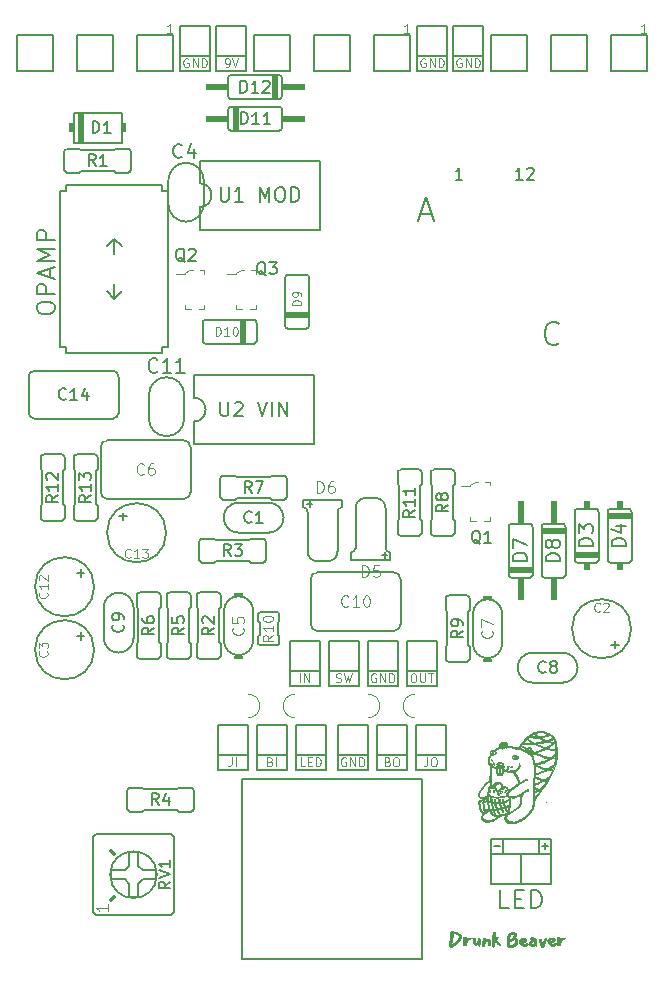
<source format=gbr>
G04 #@! TF.GenerationSoftware,KiCad,Pcbnew,(5.1.8-0-10_14)*
G04 #@! TF.CreationDate,2021-01-24T00:18:35+01:00*
G04 #@! TF.ProjectId,bat,6261742e-6b69-4636-9164-5f7063625858,rev?*
G04 #@! TF.SameCoordinates,Original*
G04 #@! TF.FileFunction,Legend,Top*
G04 #@! TF.FilePolarity,Positive*
%FSLAX46Y46*%
G04 Gerber Fmt 4.6, Leading zero omitted, Abs format (unit mm)*
G04 Created by KiCad (PCBNEW (5.1.8-0-10_14)) date 2021-01-24 00:18:35*
%MOMM*%
%LPD*%
G01*
G04 APERTURE LIST*
%ADD10C,0.150000*%
%ADD11C,0.127000*%
%ADD12C,0.152400*%
%ADD13C,0.010000*%
%ADD14C,0.100000*%
%ADD15C,0.304800*%
%ADD16C,0.081280*%
%ADD17C,0.097536*%
%ADD18C,0.073152*%
G04 APERTURE END LIST*
D10*
X103568523Y-90749380D02*
X102997095Y-90749380D01*
X103282809Y-90749380D02*
X103282809Y-89749380D01*
X103187571Y-89892238D01*
X103092333Y-89987476D01*
X102997095Y-90035095D01*
X103949476Y-89844619D02*
X103997095Y-89797000D01*
X104092333Y-89749380D01*
X104330428Y-89749380D01*
X104425666Y-89797000D01*
X104473285Y-89844619D01*
X104520904Y-89939857D01*
X104520904Y-90035095D01*
X104473285Y-90177952D01*
X103901857Y-90749380D01*
X104520904Y-90749380D01*
X98456714Y-90749380D02*
X97885285Y-90749380D01*
X98171000Y-90749380D02*
X98171000Y-89749380D01*
X98075761Y-89892238D01*
X97980523Y-89987476D01*
X97885285Y-90035095D01*
X106664047Y-104600285D02*
X106568809Y-104695523D01*
X106283095Y-104790761D01*
X106092619Y-104790761D01*
X105806904Y-104695523D01*
X105616428Y-104505047D01*
X105521190Y-104314571D01*
X105425952Y-103933619D01*
X105425952Y-103647904D01*
X105521190Y-103266952D01*
X105616428Y-103076476D01*
X105806904Y-102886000D01*
X106092619Y-102790761D01*
X106283095Y-102790761D01*
X106568809Y-102886000D01*
X106664047Y-102981238D01*
X94900809Y-93678333D02*
X95853190Y-93678333D01*
X94710333Y-94249761D02*
X95377000Y-92249761D01*
X96043666Y-94249761D01*
D11*
X88265000Y-118491000D02*
G75*
G03*
X87884000Y-118872000I0J-381000D01*
G01*
X84963000Y-118491000D02*
G75*
G02*
X85344000Y-118872000I0J-381000D01*
G01*
X85344001Y-122173999D02*
G75*
G03*
X86106000Y-123063000I825500J-63501D01*
G01*
X87121999Y-123063001D02*
G75*
G03*
X87884000Y-122174000I-63500J825501D01*
G01*
X87122000Y-123063000D02*
X86106000Y-123063000D01*
X85344000Y-122174000D02*
X85344000Y-118872000D01*
X87884000Y-122174000D02*
X87884000Y-118872000D01*
X84963000Y-118491000D02*
X84963000Y-117856000D01*
X84963000Y-117856000D02*
X88265000Y-117856000D01*
X88265000Y-117856000D02*
X88265000Y-118491000D01*
X89027000Y-122301000D02*
G75*
G03*
X89408000Y-121920000I0J381000D01*
G01*
X92329000Y-122301000D02*
G75*
G02*
X91948000Y-121920000I0J381000D01*
G01*
X91947999Y-118618001D02*
G75*
G03*
X91186000Y-117729000I-825500J63501D01*
G01*
X90170001Y-117728999D02*
G75*
G03*
X89408000Y-118618000I63500J-825501D01*
G01*
X90170000Y-117729000D02*
X91186000Y-117729000D01*
X91948000Y-118618000D02*
X91948000Y-121920000D01*
X89408000Y-118618000D02*
X89408000Y-121920000D01*
X92329000Y-122301000D02*
X92329000Y-122936000D01*
X92329000Y-122936000D02*
X89027000Y-122936000D01*
X89027000Y-122936000D02*
X89027000Y-122301000D01*
D12*
X79756000Y-141478000D02*
X94996000Y-141478000D01*
X94996000Y-141478000D02*
X94996000Y-156718000D01*
X94996000Y-156718000D02*
X79756000Y-156718000D01*
X79756000Y-156718000D02*
X79756000Y-141478000D01*
D11*
X100838000Y-78486000D02*
X103886000Y-78486000D01*
X105918000Y-78486000D02*
X108966000Y-78486000D01*
X110998000Y-78486000D02*
X114046000Y-78486000D01*
X100838000Y-78486000D02*
X100838000Y-81534000D01*
X100838000Y-81534000D02*
X103886000Y-81534000D01*
X103886000Y-81534000D02*
X103886000Y-78486000D01*
X105918000Y-78486000D02*
X105918000Y-81534000D01*
X105918000Y-81534000D02*
X108966000Y-81534000D01*
X108966000Y-81534000D02*
X108966000Y-78486000D01*
X110998000Y-78486000D02*
X110998000Y-81534000D01*
X110998000Y-81534000D02*
X114046000Y-81534000D01*
X114046000Y-81534000D02*
X114046000Y-78486000D01*
X60706000Y-78486000D02*
X63754000Y-78486000D01*
X65786000Y-78486000D02*
X68834000Y-78486000D01*
X70866000Y-78486000D02*
X73914000Y-78486000D01*
X60706000Y-78486000D02*
X60706000Y-81534000D01*
X60706000Y-81534000D02*
X63754000Y-81534000D01*
X63754000Y-81534000D02*
X63754000Y-78486000D01*
X65786000Y-78486000D02*
X65786000Y-81534000D01*
X65786000Y-81534000D02*
X68834000Y-81534000D01*
X68834000Y-81534000D02*
X68834000Y-78486000D01*
X70866000Y-78486000D02*
X70866000Y-81534000D01*
X70866000Y-81534000D02*
X73914000Y-81534000D01*
X73914000Y-81534000D02*
X73914000Y-78486000D01*
X80772000Y-78486000D02*
X83820000Y-78486000D01*
X85852000Y-78486000D02*
X88900000Y-78486000D01*
X90932000Y-78486000D02*
X93980000Y-78486000D01*
X80772000Y-78486000D02*
X80772000Y-81534000D01*
X80772000Y-81534000D02*
X83820000Y-81534000D01*
X83820000Y-81534000D02*
X83820000Y-78486000D01*
X85852000Y-78486000D02*
X85852000Y-81534000D01*
X85852000Y-81534000D02*
X88900000Y-81534000D01*
X88900000Y-81534000D02*
X88900000Y-78486000D01*
X90932000Y-78486000D02*
X90932000Y-81534000D01*
X90932000Y-81534000D02*
X93980000Y-81534000D01*
X93980000Y-81534000D02*
X93980000Y-78486000D01*
D13*
G36*
X105167264Y-137458483D02*
G01*
X105217551Y-137462065D01*
X105223795Y-137462762D01*
X105330434Y-137479225D01*
X105435875Y-137502952D01*
X105537327Y-137533064D01*
X105632000Y-137568682D01*
X105717103Y-137608926D01*
X105754138Y-137629872D01*
X105779793Y-137645575D01*
X105801630Y-137659414D01*
X105816187Y-137669175D01*
X105819222Y-137671463D01*
X105830239Y-137678766D01*
X105850027Y-137690303D01*
X105874792Y-137703885D01*
X105881401Y-137707388D01*
X105905895Y-137721451D01*
X105928545Y-137737507D01*
X105952223Y-137757979D01*
X105979804Y-137785292D01*
X106003596Y-137810450D01*
X106036380Y-137844282D01*
X106066720Y-137872899D01*
X106092345Y-137894252D01*
X106108226Y-137904893D01*
X106122553Y-137913960D01*
X106137373Y-137926431D01*
X106154296Y-137944072D01*
X106174936Y-137968653D01*
X106200901Y-138001942D01*
X106221516Y-138029246D01*
X106251318Y-138069543D01*
X106273884Y-138101536D01*
X106290826Y-138127913D01*
X106303758Y-138151361D01*
X106314294Y-138174566D01*
X106323840Y-138199635D01*
X106339189Y-138245430D01*
X106352833Y-138292690D01*
X106365037Y-138343003D01*
X106376063Y-138397957D01*
X106386175Y-138459140D01*
X106395636Y-138528139D01*
X106404710Y-138606542D01*
X106413660Y-138695937D01*
X106422390Y-138793697D01*
X106427667Y-138852965D01*
X106433424Y-138913110D01*
X106439347Y-138971161D01*
X106445124Y-139024144D01*
X106450440Y-139069089D01*
X106454982Y-139103023D01*
X106455098Y-139103805D01*
X106460710Y-139144315D01*
X106464489Y-139179882D01*
X106466625Y-139214599D01*
X106467309Y-139252556D01*
X106466730Y-139297846D01*
X106465769Y-139333111D01*
X106453734Y-139524463D01*
X106429208Y-139721436D01*
X106392169Y-139924128D01*
X106342590Y-140132637D01*
X106280448Y-140347061D01*
X106205718Y-140567496D01*
X106118375Y-140794041D01*
X106071312Y-140906500D01*
X106026907Y-141007681D01*
X105985721Y-141096507D01*
X105947112Y-141174193D01*
X105910437Y-141241955D01*
X105875053Y-141301010D01*
X105840317Y-141352573D01*
X105823753Y-141374931D01*
X105812562Y-141391963D01*
X105796593Y-141419533D01*
X105776993Y-141455375D01*
X105754910Y-141497220D01*
X105731491Y-141542801D01*
X105707884Y-141589849D01*
X105685237Y-141636098D01*
X105664697Y-141679279D01*
X105647413Y-141717125D01*
X105634531Y-141747368D01*
X105631991Y-141753844D01*
X105618873Y-141783245D01*
X105603057Y-141811771D01*
X105589198Y-141831638D01*
X105576842Y-141847996D01*
X105559204Y-141873420D01*
X105538306Y-141904900D01*
X105516168Y-141939428D01*
X105507545Y-141953216D01*
X105480475Y-141995357D01*
X105448766Y-142042435D01*
X105416278Y-142088836D01*
X105386869Y-142128945D01*
X105385583Y-142130638D01*
X105358969Y-142166005D01*
X105331745Y-142202819D01*
X105306804Y-142237127D01*
X105287041Y-142264979D01*
X105284083Y-142269254D01*
X105261326Y-142299353D01*
X105234702Y-142330158D01*
X105209292Y-142355863D01*
X105204787Y-142359894D01*
X105175284Y-142389281D01*
X105151934Y-142419789D01*
X105144357Y-142432945D01*
X105133109Y-142453664D01*
X105119546Y-142474885D01*
X105102043Y-142498760D01*
X105078973Y-142527443D01*
X105048713Y-142563086D01*
X105029040Y-142585723D01*
X105005652Y-142613358D01*
X104977717Y-142647689D01*
X104949010Y-142684015D01*
X104926996Y-142712723D01*
X104901979Y-142745480D01*
X104876007Y-142778726D01*
X104852274Y-142808411D01*
X104835128Y-142829138D01*
X104794539Y-142879605D01*
X104755436Y-142933447D01*
X104720516Y-142986705D01*
X104692475Y-143035420D01*
X104686225Y-143047705D01*
X104669811Y-143078799D01*
X104648663Y-143115604D01*
X104626186Y-143152301D01*
X104614863Y-143169766D01*
X104567314Y-143251982D01*
X104533676Y-143335009D01*
X104513750Y-143419713D01*
X104507337Y-143506954D01*
X104514236Y-143597597D01*
X104514910Y-143602121D01*
X104518070Y-143633539D01*
X104517546Y-143665630D01*
X104512895Y-143700841D01*
X104503675Y-143741618D01*
X104489443Y-143790409D01*
X104470495Y-143847515D01*
X104418719Y-143977040D01*
X104353876Y-144104594D01*
X104276964Y-144229395D01*
X104188977Y-144350659D01*
X104090910Y-144467605D01*
X103983760Y-144579451D01*
X103868521Y-144685414D01*
X103746189Y-144784712D01*
X103617759Y-144876562D01*
X103484227Y-144960182D01*
X103346588Y-145034791D01*
X103205837Y-145099605D01*
X103062971Y-145153842D01*
X102918983Y-145196721D01*
X102774871Y-145227458D01*
X102700852Y-145238305D01*
X102674645Y-145240554D01*
X102638462Y-145242327D01*
X102595560Y-145243598D01*
X102549194Y-145244343D01*
X102502622Y-145244535D01*
X102459098Y-145244150D01*
X102421880Y-145243163D01*
X102394224Y-145241548D01*
X102386695Y-145240738D01*
X102327907Y-145226851D01*
X102267505Y-145201481D01*
X102208785Y-145166372D01*
X102155042Y-145123270D01*
X102143075Y-145111755D01*
X102092521Y-145052546D01*
X102053776Y-144988621D01*
X102026934Y-144921432D01*
X102012086Y-144852429D01*
X102009325Y-144783066D01*
X102018742Y-144714794D01*
X102040431Y-144649065D01*
X102074483Y-144587331D01*
X102107118Y-144545714D01*
X102130561Y-144522270D01*
X102157456Y-144499128D01*
X102174400Y-144486553D01*
X102191627Y-144474150D01*
X102201415Y-144465464D01*
X102201857Y-144462500D01*
X102193198Y-144464646D01*
X102172996Y-144470697D01*
X102143089Y-144480071D01*
X102105311Y-144492183D01*
X102061500Y-144506452D01*
X102014050Y-144522108D01*
X101939547Y-144546593D01*
X101876870Y-144566600D01*
X101824602Y-144582525D01*
X101781327Y-144594764D01*
X101745627Y-144603711D01*
X101716085Y-144609762D01*
X101691285Y-144613312D01*
X101684924Y-144613918D01*
X101668440Y-144616822D01*
X101649128Y-144623384D01*
X101625905Y-144634274D01*
X101597691Y-144650158D01*
X101563404Y-144671705D01*
X101521963Y-144699583D01*
X101472287Y-144734460D01*
X101413295Y-144777005D01*
X101371428Y-144807628D01*
X101306293Y-144855086D01*
X101250428Y-144894879D01*
X101202076Y-144928150D01*
X101159480Y-144956039D01*
X101120883Y-144979687D01*
X101084529Y-145000237D01*
X101048660Y-145018828D01*
X101039084Y-145023537D01*
X100993934Y-145044395D01*
X100950753Y-145061644D01*
X100906240Y-145076275D01*
X100857091Y-145089277D01*
X100800005Y-145101641D01*
X100742451Y-145112445D01*
X100646824Y-145126761D01*
X100557617Y-145134558D01*
X100476364Y-145135808D01*
X100404602Y-145130483D01*
X100347639Y-145119583D01*
X100270962Y-145093448D01*
X100203703Y-145058626D01*
X100146629Y-145015737D01*
X100100507Y-144965401D01*
X100066105Y-144908236D01*
X100055906Y-144883892D01*
X100039525Y-144819805D01*
X100036491Y-144752869D01*
X100045887Y-144688336D01*
X100133472Y-144688336D01*
X100142054Y-144731591D01*
X100146652Y-144743381D01*
X100172402Y-144785953D01*
X100211117Y-144825093D01*
X100261985Y-144860414D01*
X100324190Y-144891526D01*
X100396920Y-144918039D01*
X100479359Y-144939564D01*
X100570696Y-144955713D01*
X100598111Y-144959261D01*
X100626668Y-144961049D01*
X100665600Y-144961249D01*
X100711283Y-144960055D01*
X100760095Y-144957661D01*
X100808412Y-144954261D01*
X100852612Y-144950049D01*
X100889070Y-144945221D01*
X100901500Y-144942996D01*
X101003818Y-144917088D01*
X101095368Y-144882454D01*
X101176614Y-144838913D01*
X101191746Y-144829067D01*
X101208309Y-144816622D01*
X101230880Y-144797843D01*
X101257514Y-144774548D01*
X101286267Y-144748558D01*
X101315194Y-144721693D01*
X101342350Y-144695772D01*
X101365789Y-144672616D01*
X101383567Y-144654044D01*
X101393740Y-144641877D01*
X101395389Y-144638517D01*
X101388894Y-144635622D01*
X101371458Y-144631712D01*
X101346156Y-144627418D01*
X101330125Y-144625137D01*
X101238227Y-144611821D01*
X101159133Y-144597784D01*
X101091536Y-144582409D01*
X101034129Y-144565078D01*
X100985605Y-144545172D01*
X100944659Y-144522073D01*
X100909982Y-144495164D01*
X100880269Y-144463827D01*
X100854212Y-144427443D01*
X100832854Y-144389962D01*
X100818854Y-144360592D01*
X100805315Y-144327999D01*
X100793287Y-144295280D01*
X100783821Y-144265528D01*
X100777968Y-144241839D01*
X100776779Y-144227309D01*
X100777146Y-144225894D01*
X100776706Y-144219489D01*
X100767262Y-144216347D01*
X100747771Y-144215555D01*
X100721593Y-144217854D01*
X100688472Y-144224247D01*
X100650424Y-144233974D01*
X100609462Y-144246277D01*
X100567603Y-144260398D01*
X100526860Y-144275579D01*
X100489249Y-144291060D01*
X100456784Y-144306084D01*
X100431481Y-144319891D01*
X100415354Y-144331725D01*
X100410419Y-144340825D01*
X100410996Y-144342323D01*
X100408212Y-144349567D01*
X100396671Y-144359513D01*
X100395203Y-144360478D01*
X100381176Y-144371245D01*
X100361073Y-144388834D01*
X100338637Y-144409933D01*
X100332536Y-144415930D01*
X100307288Y-144440493D01*
X100276625Y-144469565D01*
X100245688Y-144498294D01*
X100233512Y-144509396D01*
X100187994Y-144555970D01*
X100156266Y-144601001D01*
X100138150Y-144644964D01*
X100133472Y-144688336D01*
X100045887Y-144688336D01*
X100046530Y-144683924D01*
X100069369Y-144613813D01*
X100104733Y-144543378D01*
X100152351Y-144473460D01*
X100211210Y-144405664D01*
X100255917Y-144359411D01*
X100185361Y-144359803D01*
X100151500Y-144359602D01*
X100127568Y-144358072D01*
X100109397Y-144354489D01*
X100092819Y-144348127D01*
X100079528Y-144341421D01*
X100045480Y-144319458D01*
X100014848Y-144291069D01*
X99987028Y-144255100D01*
X99961416Y-144210398D01*
X99937408Y-144155810D01*
X99914402Y-144090182D01*
X99891792Y-144012362D01*
X99876975Y-143954500D01*
X99864374Y-143900647D01*
X99855587Y-143856555D01*
X99850018Y-143818580D01*
X99847074Y-143783078D01*
X99846463Y-143767527D01*
X99844647Y-143733335D01*
X99840746Y-143699769D01*
X99834106Y-143662975D01*
X99824074Y-143619102D01*
X99815616Y-143585698D01*
X99801595Y-143528360D01*
X99792443Y-143482264D01*
X99788193Y-143447245D01*
X99896084Y-143447245D01*
X99896572Y-143522719D01*
X99897515Y-143557720D01*
X99900236Y-143590764D01*
X99905297Y-143625851D01*
X99913262Y-143666982D01*
X99923056Y-143711083D01*
X99933224Y-143758222D01*
X99943096Y-143809270D01*
X99951706Y-143858885D01*
X99958088Y-143901723D01*
X99959391Y-143912166D01*
X99973161Y-144002753D01*
X99991740Y-144080236D01*
X100015218Y-144144809D01*
X100043684Y-144196668D01*
X100077227Y-144236007D01*
X100115937Y-144263020D01*
X100121861Y-144265870D01*
X100158966Y-144276311D01*
X100202624Y-144278212D01*
X100248188Y-144271614D01*
X100271968Y-144264525D01*
X100298604Y-144255431D01*
X100332292Y-144244600D01*
X100366502Y-144234123D01*
X100372334Y-144232400D01*
X100403037Y-144222569D01*
X100441653Y-144209003D01*
X100483125Y-144193531D01*
X100520500Y-144178762D01*
X100559131Y-144163134D01*
X100598739Y-144147380D01*
X100634621Y-144133355D01*
X100661611Y-144123088D01*
X100714528Y-144103456D01*
X100682778Y-144103270D01*
X100663916Y-144103934D01*
X100634723Y-144105885D01*
X100598895Y-144108837D01*
X100560123Y-144112507D01*
X100552250Y-144113312D01*
X100473219Y-144120188D01*
X100405720Y-144123131D01*
X100347739Y-144122157D01*
X100297263Y-144117287D01*
X100287262Y-144115743D01*
X100259854Y-144110333D01*
X100244324Y-144104776D01*
X100238458Y-144098195D01*
X100238243Y-144096341D01*
X100237400Y-144077167D01*
X100235157Y-144046978D01*
X100231816Y-144008766D01*
X100227683Y-143965525D01*
X100223062Y-143920247D01*
X100218259Y-143875925D01*
X100213578Y-143835550D01*
X100209324Y-143802116D01*
X100206005Y-143779797D01*
X100186056Y-143685787D01*
X100160325Y-143604612D01*
X100128799Y-143536228D01*
X100116089Y-143514827D01*
X100111004Y-143506800D01*
X100196318Y-143506800D01*
X100197650Y-143518812D01*
X100202733Y-143542173D01*
X100212054Y-143570448D01*
X100219728Y-143588908D01*
X100232972Y-143621274D01*
X100244043Y-143657274D01*
X100253545Y-143699564D01*
X100262079Y-143750797D01*
X100269801Y-143809861D01*
X100276569Y-143865691D01*
X100282269Y-143909294D01*
X100287307Y-143942475D01*
X100292087Y-143967039D01*
X100297014Y-143984794D01*
X100302492Y-143997545D01*
X100308927Y-144007097D01*
X100315588Y-144014184D01*
X100341563Y-144033253D01*
X100373695Y-144045717D01*
X100413556Y-144051774D01*
X100462718Y-144051622D01*
X100522753Y-144045460D01*
X100541667Y-144042694D01*
X100574249Y-144038084D01*
X100604620Y-144034503D01*
X100627993Y-144032489D01*
X100634905Y-144032237D01*
X100655679Y-144029380D01*
X100667569Y-144019777D01*
X100669128Y-144017138D01*
X100672677Y-144008423D01*
X100674023Y-143997837D01*
X100672769Y-143983389D01*
X100668519Y-143963089D01*
X100660875Y-143934946D01*
X100649440Y-143896970D01*
X100637636Y-143859250D01*
X100625193Y-143819068D01*
X100613165Y-143778883D01*
X100602782Y-143742889D01*
X100595273Y-143715277D01*
X100594212Y-143711083D01*
X100586394Y-143680207D01*
X100576682Y-143642770D01*
X100566908Y-143605818D01*
X100564862Y-143598194D01*
X100556555Y-143561215D01*
X100549224Y-143517612D01*
X100544063Y-143474869D01*
X100542948Y-143460859D01*
X100540572Y-143427648D01*
X100538731Y-143411222D01*
X100629086Y-143411222D01*
X100629634Y-143499931D01*
X100636136Y-143557882D01*
X100652377Y-143650654D01*
X100672076Y-143739999D01*
X100694697Y-143824379D01*
X100719702Y-143902259D01*
X100746553Y-143972101D01*
X100774715Y-144032368D01*
X100803650Y-144081523D01*
X100831371Y-144116535D01*
X100850959Y-144138472D01*
X100863368Y-144157737D01*
X100871798Y-144180367D01*
X100877538Y-144203636D01*
X100899176Y-144274067D01*
X100930833Y-144335219D01*
X100972796Y-144387333D01*
X101025353Y-144430651D01*
X101088793Y-144465412D01*
X101163402Y-144491857D01*
X101242980Y-144509186D01*
X101280715Y-144513353D01*
X101329706Y-144515643D01*
X101387234Y-144516125D01*
X101450580Y-144514871D01*
X101517023Y-144511949D01*
X101583843Y-144507432D01*
X101648323Y-144501387D01*
X101677611Y-144497968D01*
X101725753Y-144491239D01*
X101777584Y-144482828D01*
X101827757Y-144473675D01*
X101870925Y-144464717D01*
X101882222Y-144462084D01*
X101918774Y-144452833D01*
X101963732Y-144440800D01*
X102013919Y-144426900D01*
X102066158Y-144412047D01*
X102117270Y-144397155D01*
X102164078Y-144383137D01*
X102203405Y-144370908D01*
X102230769Y-144361840D01*
X102258288Y-144352205D01*
X102263593Y-144326245D01*
X102362000Y-144326245D01*
X102363113Y-144327581D01*
X102367327Y-144326883D01*
X102375960Y-144323511D01*
X102390325Y-144316826D01*
X102411741Y-144306190D01*
X102441521Y-144290962D01*
X102480982Y-144270502D01*
X102531440Y-144244173D01*
X102538631Y-144240413D01*
X102645022Y-144183898D01*
X102739296Y-144131830D01*
X102822478Y-144083506D01*
X102895589Y-144038222D01*
X102959651Y-143995276D01*
X103015686Y-143953964D01*
X103064718Y-143913584D01*
X103107767Y-143873431D01*
X103145857Y-143832804D01*
X103165875Y-143808998D01*
X103222937Y-143729865D01*
X103269708Y-143645867D01*
X103306675Y-143555612D01*
X103334323Y-143457708D01*
X103353141Y-143350763D01*
X103362941Y-143245416D01*
X103364407Y-143209408D01*
X103365112Y-143166032D01*
X103365123Y-143117881D01*
X103364505Y-143067550D01*
X103363323Y-143017631D01*
X103361643Y-142970720D01*
X103359531Y-142929410D01*
X103357052Y-142896295D01*
X103354272Y-142873970D01*
X103353448Y-142870004D01*
X103351616Y-142865143D01*
X103347885Y-142862649D01*
X103340639Y-142863118D01*
X103328259Y-142867143D01*
X103309127Y-142875319D01*
X103281625Y-142888242D01*
X103244136Y-142906505D01*
X103214736Y-142920984D01*
X103117927Y-142967165D01*
X103030846Y-143005118D01*
X102952000Y-143035171D01*
X102879894Y-143057648D01*
X102813032Y-143072877D01*
X102749920Y-143081182D01*
X102689064Y-143082890D01*
X102628969Y-143078327D01*
X102568139Y-143067819D01*
X102555008Y-143064858D01*
X102531203Y-143060920D01*
X102511959Y-143060624D01*
X102505619Y-143062052D01*
X102496667Y-143065784D01*
X102489290Y-143067038D01*
X102478220Y-143065879D01*
X102459658Y-143062634D01*
X102433844Y-143058046D01*
X102454275Y-143117726D01*
X102476245Y-143197479D01*
X102491358Y-143287142D01*
X102499367Y-143384156D01*
X102500022Y-143485961D01*
X102496477Y-143552333D01*
X102492235Y-143601993D01*
X102487078Y-143651097D01*
X102480697Y-143701561D01*
X102472784Y-143755303D01*
X102463030Y-143814243D01*
X102451127Y-143880298D01*
X102436765Y-143955387D01*
X102419638Y-144041427D01*
X102410872Y-144084592D01*
X102399436Y-144140686D01*
X102388950Y-144192237D01*
X102379736Y-144237653D01*
X102372116Y-144275343D01*
X102366413Y-144303714D01*
X102362947Y-144321176D01*
X102362000Y-144326245D01*
X102263593Y-144326245D01*
X102292080Y-144186866D01*
X102304161Y-144127866D01*
X102317707Y-144061897D01*
X102331667Y-143994069D01*
X102344987Y-143929492D01*
X102356617Y-143873276D01*
X102357337Y-143869804D01*
X102374181Y-143785608D01*
X102387407Y-143712151D01*
X102397358Y-143646630D01*
X102404379Y-143586240D01*
X102408813Y-143528178D01*
X102411004Y-143469638D01*
X102411389Y-143429138D01*
X102408646Y-143335429D01*
X102400040Y-143251823D01*
X102385006Y-143175343D01*
X102362978Y-143103013D01*
X102337631Y-143041028D01*
X102324592Y-143014731D01*
X102311592Y-142996319D01*
X102295831Y-142984406D01*
X102274509Y-142977603D01*
X102244826Y-142974523D01*
X102203980Y-142973778D01*
X102201919Y-142973777D01*
X102171973Y-142974134D01*
X102141699Y-142975339D01*
X102109500Y-142977594D01*
X102073779Y-142981101D01*
X102032938Y-142986060D01*
X101985379Y-142992674D01*
X101929505Y-143001144D01*
X101863717Y-143011672D01*
X101786419Y-143024460D01*
X101744639Y-143031479D01*
X101670779Y-143043830D01*
X101608503Y-143053858D01*
X101555502Y-143061717D01*
X101509470Y-143067561D01*
X101468098Y-143071543D01*
X101429077Y-143073817D01*
X101390101Y-143074536D01*
X101348860Y-143073854D01*
X101303046Y-143071925D01*
X101250353Y-143068902D01*
X101215472Y-143066691D01*
X101119731Y-143059553D01*
X101036388Y-143051148D01*
X100963762Y-143041160D01*
X100900173Y-143029268D01*
X100843939Y-143015155D01*
X100793379Y-142998502D01*
X100746812Y-142978990D01*
X100742902Y-142977151D01*
X100714033Y-142964714D01*
X100691034Y-142957267D01*
X100676962Y-142955783D01*
X100676287Y-142955959D01*
X100662835Y-142965718D01*
X100652026Y-142986027D01*
X100643746Y-143017540D01*
X100637879Y-143060911D01*
X100634312Y-143116794D01*
X100632928Y-143185843D01*
X100632904Y-143202715D01*
X100632744Y-143251364D01*
X100632171Y-143301219D01*
X100631263Y-143348195D01*
X100630092Y-143388211D01*
X100629086Y-143411222D01*
X100538731Y-143411222D01*
X100538107Y-143405656D01*
X100534774Y-143392007D01*
X100529796Y-143383826D01*
X100522395Y-143378236D01*
X100520262Y-143377012D01*
X100504204Y-143372229D01*
X100482774Y-143373619D01*
X100454711Y-143381621D01*
X100418751Y-143396672D01*
X100373635Y-143419209D01*
X100330000Y-143442978D01*
X100291044Y-143464352D01*
X100262080Y-143479148D01*
X100241108Y-143488224D01*
X100226127Y-143492438D01*
X100215138Y-143492647D01*
X100214429Y-143492527D01*
X100201810Y-143490904D01*
X100196501Y-143494522D01*
X100196318Y-143506800D01*
X100111004Y-143506800D01*
X100102951Y-143494091D01*
X100092603Y-143477634D01*
X100088083Y-143470325D01*
X100091508Y-143463481D01*
X100107617Y-143454367D01*
X100127290Y-143446473D01*
X100149452Y-143437762D01*
X100180818Y-143424524D01*
X100217851Y-143408293D01*
X100257013Y-143390607D01*
X100273556Y-143382970D01*
X100341850Y-143352069D01*
X100398523Y-143328320D01*
X100444018Y-143311556D01*
X100478782Y-143301615D01*
X100503258Y-143298333D01*
X100503282Y-143298333D01*
X100528401Y-143292753D01*
X100546912Y-143277937D01*
X100555530Y-143256769D01*
X100555778Y-143252245D01*
X100553341Y-143234810D01*
X100547289Y-143214904D01*
X100539516Y-143197274D01*
X100531911Y-143186665D01*
X100529157Y-143185444D01*
X100518650Y-143187182D01*
X100496990Y-143191976D01*
X100466646Y-143199199D01*
X100430087Y-143208219D01*
X100389782Y-143218409D01*
X100348199Y-143229140D01*
X100307808Y-143239782D01*
X100271077Y-143249707D01*
X100240475Y-143258286D01*
X100223339Y-143263362D01*
X100135068Y-143293792D01*
X100058425Y-143327062D01*
X99994105Y-143362812D01*
X99942801Y-143400683D01*
X99924306Y-143418156D01*
X99896084Y-143447245D01*
X99788193Y-143447245D01*
X99787978Y-143445474D01*
X99788015Y-143416055D01*
X99792375Y-143392074D01*
X99796332Y-143381009D01*
X99807197Y-143360791D01*
X99822158Y-143345197D01*
X99844418Y-143331748D01*
X99877183Y-143317966D01*
X99878445Y-143317490D01*
X99900165Y-143308507D01*
X99931273Y-143294555D01*
X99968599Y-143277109D01*
X100008977Y-143257641D01*
X100038874Y-143242843D01*
X100117780Y-143204321D01*
X100186492Y-143173093D01*
X100246560Y-143148629D01*
X100299537Y-143130403D01*
X100346972Y-143117887D01*
X100390418Y-143110554D01*
X100431426Y-143107876D01*
X100435834Y-143107843D01*
X100483479Y-143104899D01*
X100518520Y-143096214D01*
X100541284Y-143081692D01*
X100546219Y-143075509D01*
X100551282Y-143062693D01*
X100556016Y-143042285D01*
X100559951Y-143018134D01*
X100562616Y-142994088D01*
X100563540Y-142973995D01*
X100562252Y-142961706D01*
X100560396Y-142959666D01*
X100552430Y-142962121D01*
X100534307Y-142968755D01*
X100508956Y-142978472D01*
X100487128Y-142987059D01*
X100378508Y-143027166D01*
X100277878Y-143058073D01*
X100185539Y-143079793D01*
X100101791Y-143092337D01*
X100026932Y-143095719D01*
X99961264Y-143089951D01*
X99905086Y-143075046D01*
X99858698Y-143051017D01*
X99822400Y-143017875D01*
X99796491Y-142975634D01*
X99789619Y-142957765D01*
X99782519Y-142923102D01*
X99780126Y-142878949D01*
X99781587Y-142844264D01*
X99847624Y-142844264D01*
X99850898Y-142892891D01*
X99864724Y-142933208D01*
X99876997Y-142951800D01*
X99895783Y-142969380D01*
X99924087Y-142989110D01*
X99958036Y-143008686D01*
X99993757Y-143025805D01*
X100016028Y-143034502D01*
X100041474Y-143039680D01*
X100076723Y-143041928D01*
X100117813Y-143041422D01*
X100160782Y-143038339D01*
X100201669Y-143032854D01*
X100236510Y-143025143D01*
X100238278Y-143024626D01*
X100309039Y-143000634D01*
X100377294Y-142971854D01*
X100440245Y-142939733D01*
X100495094Y-142905716D01*
X100539042Y-142871248D01*
X100543791Y-142866826D01*
X100578296Y-142833958D01*
X100558327Y-142799883D01*
X100545472Y-142773893D01*
X100539494Y-142748580D01*
X100538249Y-142723390D01*
X100538306Y-142713617D01*
X100621780Y-142713617D01*
X100629429Y-142748841D01*
X100643972Y-142776323D01*
X100677136Y-142813977D01*
X100722822Y-142850089D01*
X100779465Y-142883973D01*
X100845502Y-142914945D01*
X100919371Y-142942318D01*
X100999506Y-142965406D01*
X101084346Y-142983524D01*
X101134334Y-142991381D01*
X101176533Y-142995666D01*
X101229200Y-142998721D01*
X101288742Y-143000515D01*
X101351568Y-143001019D01*
X101414086Y-143000203D01*
X101472702Y-142998036D01*
X101522389Y-142994620D01*
X101555409Y-142991235D01*
X101598572Y-142986220D01*
X101648067Y-142980050D01*
X101700083Y-142973200D01*
X101750809Y-142966146D01*
X101751695Y-142966019D01*
X101804818Y-142958393D01*
X101846630Y-142952388D01*
X101879787Y-142947613D01*
X101906944Y-142943679D01*
X101930757Y-142940200D01*
X101953882Y-142936784D01*
X101978976Y-142933044D01*
X102008695Y-142928592D01*
X102045693Y-142923037D01*
X102059931Y-142920899D01*
X102099350Y-142915041D01*
X102134022Y-142910003D01*
X102161487Y-142906134D01*
X102179286Y-142903782D01*
X102184790Y-142903222D01*
X102185488Y-142897622D01*
X102180355Y-142882982D01*
X102171123Y-142863700D01*
X102154289Y-142819513D01*
X102150867Y-142775115D01*
X102160749Y-142728280D01*
X102163939Y-142719400D01*
X102175353Y-142694196D01*
X102191526Y-142667243D01*
X102213713Y-142636910D01*
X102243167Y-142601564D01*
X102281142Y-142559571D01*
X102310778Y-142528159D01*
X102341250Y-142496081D01*
X102361978Y-142472840D01*
X102372877Y-142456989D01*
X102373864Y-142447078D01*
X102364854Y-142441661D01*
X102345762Y-142439287D01*
X102316505Y-142438510D01*
X102305556Y-142438369D01*
X102244261Y-142442113D01*
X102193583Y-142455111D01*
X102153431Y-142477427D01*
X102123714Y-142509126D01*
X102104340Y-142550272D01*
X102096818Y-142585218D01*
X102093537Y-142606499D01*
X102089589Y-142616820D01*
X102082762Y-142619249D01*
X102073508Y-142617513D01*
X102045054Y-142606093D01*
X102025709Y-142589073D01*
X102019358Y-142575866D01*
X102020494Y-142553437D01*
X102032739Y-142525943D01*
X102054767Y-142494993D01*
X102085256Y-142462196D01*
X102122880Y-142429164D01*
X102165699Y-142397915D01*
X102192996Y-142377463D01*
X102208815Y-142358640D01*
X102213168Y-142339359D01*
X102206064Y-142317533D01*
X102187512Y-142291071D01*
X102166309Y-142267161D01*
X102117390Y-142222516D01*
X102066824Y-142191262D01*
X102015119Y-142173657D01*
X101974452Y-142169566D01*
X101940752Y-142171807D01*
X101904978Y-142177695D01*
X101869860Y-142186338D01*
X101838130Y-142196846D01*
X101812519Y-142208328D01*
X101795759Y-142219893D01*
X101790500Y-142229560D01*
X101786950Y-142238861D01*
X101784013Y-142240000D01*
X101773815Y-142245022D01*
X101757276Y-142258352D01*
X101737000Y-142277386D01*
X101715591Y-142299517D01*
X101695654Y-142322140D01*
X101679793Y-142342651D01*
X101676527Y-142347520D01*
X101663940Y-142369794D01*
X101651261Y-142396609D01*
X101639784Y-142424561D01*
X101630804Y-142450247D01*
X101625617Y-142470265D01*
X101625517Y-142481211D01*
X101625598Y-142481350D01*
X101633784Y-142483940D01*
X101652510Y-142485905D01*
X101678210Y-142486915D01*
X101686847Y-142486983D01*
X101732470Y-142488679D01*
X101767574Y-142494309D01*
X101795427Y-142504793D01*
X101819294Y-142521053D01*
X101824680Y-142525814D01*
X101839719Y-142540889D01*
X101845008Y-142550574D01*
X101842091Y-142557941D01*
X101841266Y-142558812D01*
X101827073Y-142564798D01*
X101802031Y-142567006D01*
X101768847Y-142565566D01*
X101730231Y-142560610D01*
X101688890Y-142552268D01*
X101684667Y-142551242D01*
X101636268Y-142540922D01*
X101597117Y-142536803D01*
X101563728Y-142539004D01*
X101532616Y-142547646D01*
X101511102Y-142557202D01*
X101476886Y-142578540D01*
X101455504Y-142602623D01*
X101445724Y-142631089D01*
X101444778Y-142645245D01*
X101451279Y-142682811D01*
X101469112Y-142719720D01*
X101495768Y-142752554D01*
X101528741Y-142777898D01*
X101549296Y-142787645D01*
X101568662Y-142794930D01*
X101581565Y-142799995D01*
X101584389Y-142801256D01*
X101583256Y-142807830D01*
X101577696Y-142821761D01*
X101577603Y-142821967D01*
X101571666Y-142832964D01*
X101564088Y-142838142D01*
X101550594Y-142838838D01*
X101530271Y-142836786D01*
X101494240Y-142829520D01*
X101458263Y-142817163D01*
X101427724Y-142801798D01*
X101414053Y-142791827D01*
X101402468Y-142777724D01*
X101390412Y-142757518D01*
X101387492Y-142751527D01*
X101375818Y-142709927D01*
X101376872Y-142665994D01*
X101389884Y-142621504D01*
X101414081Y-142578231D01*
X101448692Y-142537950D01*
X101492947Y-142502436D01*
X101496877Y-142499857D01*
X101520875Y-142483086D01*
X101536693Y-142467518D01*
X101548729Y-142447964D01*
X101557687Y-142428113D01*
X101594149Y-142358965D01*
X101642275Y-142294590D01*
X101699942Y-142236817D01*
X101765027Y-142187474D01*
X101835408Y-142148391D01*
X101908961Y-142121397D01*
X101915778Y-142119593D01*
X101980294Y-142108222D01*
X102038416Y-142109068D01*
X102091174Y-142122349D01*
X102139602Y-142148284D01*
X102171038Y-142173676D01*
X102201851Y-142206854D01*
X102227439Y-142243423D01*
X102245901Y-142280023D01*
X102255341Y-142313294D01*
X102256167Y-142324382D01*
X102258976Y-142347231D01*
X102269025Y-142360496D01*
X102288747Y-142366297D01*
X102305203Y-142367076D01*
X102332368Y-142369366D01*
X102362231Y-142375023D01*
X102371941Y-142377659D01*
X102408028Y-142386305D01*
X102434352Y-142386937D01*
X102452828Y-142379463D01*
X102459083Y-142373440D01*
X102477457Y-142354476D01*
X102506105Y-142328890D01*
X102543520Y-142297827D01*
X102588192Y-142262431D01*
X102638613Y-142223844D01*
X102693276Y-142183212D01*
X102750672Y-142141677D01*
X102809293Y-142100384D01*
X102867630Y-142060476D01*
X102901750Y-142037749D01*
X102963387Y-141997011D01*
X103014285Y-141963017D01*
X103055601Y-141934924D01*
X103088495Y-141911890D01*
X103114125Y-141893074D01*
X103133651Y-141877632D01*
X103148232Y-141864723D01*
X103159025Y-141853504D01*
X103164507Y-141846789D01*
X103175057Y-141831156D01*
X103180898Y-141815877D01*
X103183312Y-141795896D01*
X103183625Y-141771330D01*
X103181920Y-141744002D01*
X103176653Y-141716040D01*
X103167014Y-141685317D01*
X103152195Y-141649707D01*
X103131387Y-141607083D01*
X103103781Y-141555318D01*
X103096285Y-141541715D01*
X103083259Y-141518187D01*
X103064485Y-141484271D01*
X103041043Y-141441921D01*
X103014018Y-141393096D01*
X102984493Y-141339753D01*
X102953551Y-141283848D01*
X102924332Y-141231055D01*
X102894076Y-141176407D01*
X102865107Y-141124124D01*
X102838342Y-141075854D01*
X102814696Y-141033248D01*
X102795083Y-140997953D01*
X102780418Y-140971619D01*
X102771618Y-140955894D01*
X102771323Y-140955372D01*
X102756275Y-140932426D01*
X102740072Y-140913341D01*
X102729101Y-140904219D01*
X102700277Y-140894710D01*
X102660327Y-140893572D01*
X102609485Y-140900800D01*
X102584250Y-140906500D01*
X102549001Y-140914405D01*
X102518868Y-140918756D01*
X102489364Y-140919632D01*
X102456002Y-140917112D01*
X102414296Y-140911278D01*
X102404432Y-140909700D01*
X102267759Y-140881083D01*
X102134524Y-140839896D01*
X102002556Y-140785448D01*
X101982006Y-140775745D01*
X101951235Y-140761415D01*
X101925044Y-140750054D01*
X101906029Y-140742726D01*
X101896780Y-140740497D01*
X101896478Y-140740605D01*
X101892303Y-140749706D01*
X101886572Y-140772778D01*
X101879296Y-140809768D01*
X101870484Y-140860623D01*
X101860146Y-140925290D01*
X101850386Y-140989605D01*
X101844243Y-141030003D01*
X101838540Y-141065911D01*
X101833692Y-141094842D01*
X101830113Y-141114309D01*
X101828428Y-141121436D01*
X101819164Y-141128617D01*
X101798340Y-141136132D01*
X101768486Y-141143582D01*
X101732136Y-141150568D01*
X101691820Y-141156690D01*
X101650071Y-141161549D01*
X101609420Y-141164745D01*
X101572398Y-141165879D01*
X101550611Y-141165270D01*
X101495570Y-141158699D01*
X101448035Y-141145690D01*
X101407750Y-141125591D01*
X101374459Y-141097750D01*
X101347905Y-141061512D01*
X101327832Y-141016227D01*
X101313983Y-140961241D01*
X101306329Y-140897777D01*
X101397360Y-140897777D01*
X101397418Y-140920298D01*
X101398032Y-140937700D01*
X101399181Y-140951479D01*
X101400847Y-140963131D01*
X101401903Y-140968806D01*
X101413063Y-141006274D01*
X101430766Y-141035293D01*
X101456235Y-141056485D01*
X101490695Y-141070470D01*
X101535368Y-141077868D01*
X101591481Y-141079301D01*
X101617847Y-141078320D01*
X101651053Y-141076256D01*
X101681628Y-141073721D01*
X101705052Y-141071119D01*
X101713097Y-141069836D01*
X101723661Y-141067274D01*
X101731613Y-141062889D01*
X101738409Y-141054290D01*
X101745507Y-141039082D01*
X101754366Y-141014875D01*
X101764192Y-140985954D01*
X101787403Y-140908202D01*
X101802414Y-140837619D01*
X101809038Y-140775424D01*
X101807086Y-140722836D01*
X101805880Y-140714890D01*
X101789488Y-140654002D01*
X101762672Y-140602310D01*
X101750119Y-140585472D01*
X101735727Y-140570063D01*
X101717486Y-140553387D01*
X101699047Y-140538446D01*
X101684060Y-140528241D01*
X101677177Y-140525500D01*
X101673894Y-140527607D01*
X101670927Y-140534853D01*
X101668110Y-140548621D01*
X101665274Y-140570296D01*
X101662252Y-140601262D01*
X101658878Y-140642903D01*
X101654984Y-140696605D01*
X101652942Y-140726192D01*
X101646689Y-140807375D01*
X101639969Y-140874620D01*
X101632787Y-140927893D01*
X101625149Y-140967158D01*
X101617060Y-140992382D01*
X101610133Y-141002533D01*
X101595647Y-141007414D01*
X101582696Y-141007068D01*
X101572206Y-141002990D01*
X101565153Y-140993337D01*
X101559442Y-140974577D01*
X101557109Y-140963951D01*
X101552892Y-140929992D01*
X101551618Y-140884984D01*
X101553137Y-140831646D01*
X101557300Y-140772697D01*
X101563956Y-140710856D01*
X101572957Y-140648842D01*
X101575184Y-140635742D01*
X101581424Y-140599132D01*
X101586461Y-140567791D01*
X101589925Y-140544176D01*
X101591444Y-140530746D01*
X101591353Y-140528612D01*
X101583904Y-140528565D01*
X101565500Y-140530156D01*
X101539167Y-140533089D01*
X101516728Y-140535901D01*
X101470861Y-140543464D01*
X101438250Y-140552584D01*
X101418093Y-140563593D01*
X101409588Y-140576822D01*
X101409192Y-140580343D01*
X101408758Y-140592617D01*
X101407862Y-140614987D01*
X101406666Y-140643454D01*
X101406124Y-140656027D01*
X101403097Y-140726583D01*
X101400727Y-140784540D01*
X101398995Y-140831394D01*
X101397879Y-140868641D01*
X101397360Y-140897777D01*
X101306329Y-140897777D01*
X101306102Y-140895902D01*
X101303932Y-140819556D01*
X101307218Y-140731552D01*
X101315701Y-140631237D01*
X101321202Y-140581432D01*
X101324987Y-140549170D01*
X101277285Y-140554933D01*
X101213135Y-140557404D01*
X101144650Y-140549581D01*
X101070727Y-140531206D01*
X100990261Y-140502018D01*
X100923355Y-140472113D01*
X100892981Y-140457730D01*
X100867726Y-140446089D01*
X100850010Y-140438280D01*
X100842252Y-140435396D01*
X100842100Y-140435441D01*
X100842033Y-140442610D01*
X100842069Y-140462883D01*
X100842201Y-140495258D01*
X100842425Y-140538727D01*
X100842734Y-140592286D01*
X100843121Y-140654930D01*
X100843580Y-140725654D01*
X100844105Y-140803451D01*
X100844690Y-140887318D01*
X100845329Y-140976249D01*
X100845985Y-141065250D01*
X100846893Y-141181328D01*
X100847804Y-141284490D01*
X100848756Y-141375930D01*
X100849784Y-141456844D01*
X100850926Y-141528426D01*
X100852217Y-141591870D01*
X100853696Y-141648373D01*
X100855397Y-141699128D01*
X100857359Y-141745330D01*
X100859617Y-141788175D01*
X100862208Y-141828856D01*
X100865168Y-141868570D01*
X100868535Y-141908509D01*
X100872345Y-141949871D01*
X100873442Y-141961305D01*
X100877551Y-142004192D01*
X100880931Y-142035041D01*
X100884523Y-142055825D01*
X100889266Y-142068518D01*
X100896100Y-142075093D01*
X100905964Y-142077525D01*
X100919799Y-142077788D01*
X100928870Y-142077722D01*
X100969229Y-142077722D01*
X100984296Y-142026569D01*
X101010645Y-141961537D01*
X101048947Y-141903237D01*
X101098182Y-141852853D01*
X101157327Y-141811570D01*
X101179997Y-141799580D01*
X101232895Y-141776779D01*
X101285138Y-141761342D01*
X101342073Y-141751934D01*
X101385094Y-141748363D01*
X101461876Y-141749059D01*
X101533367Y-141759831D01*
X101598582Y-141779880D01*
X101656535Y-141808408D01*
X101706243Y-141844614D01*
X101746719Y-141887698D01*
X101776979Y-141936863D01*
X101796038Y-141991307D01*
X101802911Y-142050231D01*
X101800954Y-142085891D01*
X101797666Y-142109125D01*
X101793604Y-142121547D01*
X101787114Y-142126428D01*
X101780153Y-142127111D01*
X101769504Y-142124832D01*
X101763593Y-142115527D01*
X101760201Y-142097773D01*
X101755069Y-142076981D01*
X101745190Y-142049385D01*
X101732586Y-142020563D01*
X101731032Y-142017377D01*
X101696633Y-141963233D01*
X101651251Y-141915953D01*
X101596777Y-141876621D01*
X101535100Y-141846320D01*
X101468109Y-141826132D01*
X101397694Y-141817141D01*
X101380996Y-141816770D01*
X101310213Y-141822610D01*
X101246731Y-141840510D01*
X101190313Y-141870604D01*
X101140723Y-141913026D01*
X101097724Y-141967910D01*
X101088894Y-141982057D01*
X101073990Y-142009571D01*
X101065848Y-142033212D01*
X101065237Y-142054895D01*
X101072929Y-142076535D01*
X101089691Y-142100044D01*
X101116296Y-142127338D01*
X101153512Y-142160332D01*
X101164266Y-142169444D01*
X101211985Y-142211617D01*
X101248962Y-142249182D01*
X101276855Y-142284275D01*
X101297319Y-142319031D01*
X101312009Y-142355583D01*
X101314265Y-142362841D01*
X101320755Y-142380058D01*
X101330089Y-142389938D01*
X101346946Y-142396532D01*
X101355995Y-142398940D01*
X101391885Y-142411463D01*
X101415239Y-142428119D01*
X101427293Y-142449973D01*
X101429377Y-142461991D01*
X101425100Y-142490260D01*
X101407542Y-142514698D01*
X101381278Y-142532582D01*
X101357092Y-142543699D01*
X101341592Y-142546893D01*
X101331812Y-142542200D01*
X101326335Y-142533282D01*
X101322504Y-142521436D01*
X101326160Y-142512782D01*
X101339606Y-142502848D01*
X101343158Y-142500631D01*
X101360786Y-142486263D01*
X101366127Y-142473515D01*
X101360949Y-142462750D01*
X101347021Y-142454332D01*
X101326109Y-142448627D01*
X101299983Y-142445997D01*
X101270410Y-142446807D01*
X101239159Y-142451422D01*
X101207998Y-142460206D01*
X101187939Y-142468659D01*
X101146164Y-142495851D01*
X101115030Y-142531825D01*
X101093455Y-142577828D01*
X101093442Y-142577868D01*
X101080598Y-142616399D01*
X101064700Y-142594072D01*
X101052792Y-142572387D01*
X101045258Y-142549735D01*
X101044961Y-142548078D01*
X101047049Y-142524923D01*
X101061242Y-142501496D01*
X101088125Y-142477140D01*
X101128278Y-142451197D01*
X101133673Y-142448138D01*
X101161559Y-142431353D01*
X101179968Y-142416756D01*
X101192464Y-142401141D01*
X101198851Y-142389445D01*
X101209556Y-142352953D01*
X101206894Y-142316614D01*
X101191585Y-142281407D01*
X101164347Y-142248315D01*
X101125899Y-142218319D01*
X101076963Y-142192399D01*
X101045298Y-142180048D01*
X100989880Y-142164736D01*
X100931511Y-142155419D01*
X100875522Y-142152727D01*
X100837503Y-142155548D01*
X100813282Y-142158950D01*
X100794750Y-142161371D01*
X100786425Y-142162247D01*
X100775257Y-142167751D01*
X100758699Y-142181932D01*
X100739385Y-142201858D01*
X100719945Y-142224597D01*
X100703013Y-142247216D01*
X100691220Y-142266783D01*
X100689788Y-142269891D01*
X100678874Y-142304016D01*
X100677081Y-142336729D01*
X100685031Y-142370016D01*
X100703343Y-142405858D01*
X100732639Y-142446240D01*
X100752230Y-142469476D01*
X100785458Y-142508417D01*
X100809287Y-142539048D01*
X100824391Y-142562936D01*
X100831447Y-142581648D01*
X100831130Y-142596754D01*
X100824118Y-142609821D01*
X100816255Y-142617995D01*
X100805340Y-142626872D01*
X100799258Y-142625972D01*
X100793795Y-142617403D01*
X100784971Y-142605035D01*
X100769844Y-142586843D01*
X100754602Y-142569925D01*
X100728766Y-142546944D01*
X100706943Y-142537490D01*
X100689178Y-142541549D01*
X100675519Y-142559106D01*
X100666010Y-142590147D01*
X100664489Y-142598724D01*
X100656776Y-142624179D01*
X100643990Y-142647643D01*
X100641202Y-142651227D01*
X100625682Y-142680035D01*
X100621780Y-142713617D01*
X100538306Y-142713617D01*
X100538338Y-142708132D01*
X100539262Y-142695170D01*
X100541874Y-142682334D01*
X100547027Y-142667450D01*
X100555572Y-142648346D01*
X100568362Y-142622849D01*
X100586249Y-142588786D01*
X100604602Y-142554286D01*
X100618939Y-142526600D01*
X100627488Y-142506753D01*
X100631419Y-142490307D01*
X100631900Y-142472825D01*
X100630623Y-142455508D01*
X100625922Y-142402078D01*
X100622754Y-142360457D01*
X100621145Y-142328424D01*
X100621123Y-142303760D01*
X100622716Y-142284242D01*
X100625952Y-142267649D01*
X100630859Y-142251761D01*
X100633257Y-142245210D01*
X100656645Y-142201572D01*
X100691603Y-142161375D01*
X100735613Y-142127227D01*
X100761057Y-142112818D01*
X100783573Y-142101399D01*
X100800553Y-142092544D01*
X100808595Y-142088028D01*
X100808761Y-142087898D01*
X100808308Y-142080773D01*
X100805985Y-142062002D01*
X100802136Y-142033874D01*
X100797106Y-141998678D01*
X100791238Y-141958703D01*
X100784878Y-141916240D01*
X100778370Y-141873578D01*
X100772058Y-141833006D01*
X100766287Y-141796813D01*
X100761401Y-141767290D01*
X100757744Y-141746726D01*
X100756551Y-141740819D01*
X100748037Y-141727426D01*
X100731223Y-141724168D01*
X100706894Y-141730383D01*
X100675834Y-141745406D01*
X100638827Y-141768575D01*
X100596658Y-141799226D01*
X100550112Y-141836698D01*
X100499972Y-141880326D01*
X100447024Y-141929448D01*
X100392051Y-141983400D01*
X100335838Y-142041519D01*
X100279170Y-142103143D01*
X100222830Y-142167608D01*
X100167604Y-142234252D01*
X100156694Y-142247869D01*
X100132705Y-142278929D01*
X100104181Y-142317326D01*
X100074363Y-142358619D01*
X100046492Y-142398367D01*
X100041038Y-142406325D01*
X99984199Y-142494187D01*
X99936998Y-142576775D01*
X99899588Y-142653582D01*
X99872121Y-142724104D01*
X99854749Y-142787833D01*
X99847624Y-142844264D01*
X99781587Y-142844264D01*
X99782229Y-142829043D01*
X99788618Y-142777121D01*
X99799081Y-142726918D01*
X99803536Y-142710885D01*
X99836727Y-142617239D01*
X99881549Y-142518623D01*
X99937059Y-142416473D01*
X100002315Y-142312223D01*
X100076374Y-142207310D01*
X100158292Y-142103168D01*
X100247129Y-142001233D01*
X100319417Y-141925388D01*
X100393170Y-141853209D01*
X100461688Y-141791088D01*
X100527300Y-141737167D01*
X100592335Y-141689593D01*
X100659124Y-141646509D01*
X100698653Y-141623374D01*
X100717368Y-141611382D01*
X100729755Y-141600772D01*
X100732668Y-141595883D01*
X100733576Y-141585398D01*
X100735577Y-141564585D01*
X100738313Y-141537150D01*
X100739664Y-141523861D01*
X100740933Y-141505452D01*
X100742342Y-141474368D01*
X100743853Y-141432044D01*
X100745430Y-141379916D01*
X100747032Y-141319418D01*
X100748624Y-141251985D01*
X100750166Y-141179053D01*
X100751622Y-141102056D01*
X100752952Y-141022429D01*
X100752999Y-141019388D01*
X100754343Y-140938987D01*
X100755836Y-140860613D01*
X100757439Y-140785776D01*
X100759111Y-140715989D01*
X100760811Y-140652764D01*
X100762499Y-140597613D01*
X100764133Y-140552047D01*
X100765673Y-140517578D01*
X100767070Y-140495828D01*
X100774300Y-140413240D01*
X100732060Y-140354717D01*
X100709761Y-140321539D01*
X100685597Y-140281948D01*
X100663444Y-140242419D01*
X100654797Y-140225638D01*
X100620729Y-140146813D01*
X100597837Y-140069259D01*
X100586272Y-139991981D01*
X100586182Y-139913981D01*
X100589431Y-139891522D01*
X100670480Y-139891522D01*
X100671870Y-139957173D01*
X100681889Y-140025307D01*
X100700616Y-140093697D01*
X100704547Y-140104849D01*
X100737585Y-140177805D01*
X100781232Y-140246487D01*
X100833589Y-140308858D01*
X100892758Y-140362879D01*
X100956841Y-140406515D01*
X101009546Y-140432244D01*
X101079728Y-140454638D01*
X101150095Y-140465772D01*
X101218213Y-140465520D01*
X101281652Y-140453756D01*
X101301324Y-140447260D01*
X101323300Y-140440288D01*
X101347615Y-140435358D01*
X101377697Y-140432011D01*
X101416970Y-140429792D01*
X101437722Y-140429065D01*
X101484760Y-140427880D01*
X101518734Y-140426493D01*
X101540516Y-140423186D01*
X101550978Y-140416245D01*
X101550994Y-140403954D01*
X101541434Y-140384599D01*
X101523171Y-140356463D01*
X101497077Y-140317832D01*
X101495487Y-140315451D01*
X101471321Y-140278957D01*
X101448475Y-140243966D01*
X101428714Y-140213220D01*
X101413806Y-140189460D01*
X101407071Y-140178221D01*
X101400791Y-140167263D01*
X101522626Y-140167263D01*
X101562290Y-140244805D01*
X101584531Y-140285326D01*
X101606830Y-140320624D01*
X101627811Y-140348883D01*
X101646097Y-140368288D01*
X101660311Y-140377023D01*
X101662758Y-140377333D01*
X101674742Y-140374249D01*
X101690309Y-140367315D01*
X101705362Y-140356520D01*
X101725241Y-140338353D01*
X101747661Y-140315405D01*
X101770334Y-140290268D01*
X101790974Y-140265533D01*
X101807296Y-140243791D01*
X101817013Y-140227634D01*
X101818722Y-140221763D01*
X101812369Y-140216240D01*
X101795284Y-140208288D01*
X101770430Y-140198880D01*
X101740770Y-140188991D01*
X101709267Y-140179593D01*
X101678884Y-140171663D01*
X101652583Y-140166172D01*
X101646903Y-140165282D01*
X101614975Y-140162203D01*
X101582380Y-140161381D01*
X101559549Y-140162680D01*
X101522626Y-140167263D01*
X101400791Y-140167263D01*
X101387982Y-140144915D01*
X101423301Y-140127018D01*
X101482361Y-140104368D01*
X101549132Y-140091509D01*
X101621248Y-140088352D01*
X101696343Y-140094809D01*
X101772053Y-140110792D01*
X101846010Y-140136213D01*
X101862585Y-140143413D01*
X101892198Y-140158808D01*
X101909569Y-140173992D01*
X101916259Y-140191698D01*
X101913827Y-140214659D01*
X101910302Y-140227028D01*
X101903366Y-140241208D01*
X101889643Y-140260142D01*
X101868119Y-140285019D01*
X101837777Y-140317030D01*
X101806680Y-140348367D01*
X101771853Y-140382788D01*
X101746246Y-140409019D01*
X101729620Y-140429336D01*
X101721737Y-140446021D01*
X101722356Y-140461353D01*
X101731239Y-140477611D01*
X101748146Y-140497073D01*
X101772839Y-140522021D01*
X101786972Y-140536194D01*
X101863608Y-140603913D01*
X101951143Y-140663634D01*
X102048483Y-140714797D01*
X102154535Y-140756841D01*
X102268205Y-140789206D01*
X102289601Y-140794005D01*
X102340155Y-140802463D01*
X102400545Y-140808702D01*
X102466653Y-140812611D01*
X102534363Y-140814081D01*
X102599556Y-140813000D01*
X102658116Y-140809258D01*
X102693791Y-140804865D01*
X102791572Y-140783721D01*
X102881344Y-140752699D01*
X102962316Y-140712256D01*
X103033696Y-140662845D01*
X103094690Y-140604922D01*
X103137224Y-140550166D01*
X103176830Y-140479152D01*
X103204073Y-140402682D01*
X103219209Y-140319853D01*
X103222778Y-140250201D01*
X103222778Y-140185975D01*
X103252168Y-140219918D01*
X103281965Y-140259628D01*
X103300345Y-140298280D01*
X103308977Y-140340098D01*
X103310175Y-140366750D01*
X103304744Y-140421724D01*
X103288007Y-140475718D01*
X103259339Y-140529993D01*
X103218114Y-140585811D01*
X103181333Y-140626598D01*
X103132350Y-140672693D01*
X103076605Y-140717147D01*
X103017401Y-140757781D01*
X102958044Y-140792416D01*
X102901837Y-140818874D01*
X102874808Y-140828723D01*
X102858303Y-140836062D01*
X102850925Y-140843649D01*
X102851023Y-140845583D01*
X102855696Y-140853910D01*
X102866762Y-140872049D01*
X102882949Y-140897962D01*
X102902986Y-140929613D01*
X102924374Y-140963057D01*
X102997230Y-141079189D01*
X103060798Y-141186573D01*
X103115703Y-141286506D01*
X103162567Y-141380285D01*
X103202014Y-141469208D01*
X103234667Y-141554571D01*
X103261150Y-141637672D01*
X103276545Y-141695996D01*
X103284170Y-141727349D01*
X103290748Y-141754022D01*
X103295472Y-141772768D01*
X103297358Y-141779818D01*
X103300983Y-141782776D01*
X103309601Y-141781672D01*
X103324214Y-141775979D01*
X103345821Y-141765166D01*
X103375424Y-141748707D01*
X103414023Y-141726073D01*
X103462617Y-141696734D01*
X103512056Y-141666423D01*
X103595089Y-141616045D01*
X103667492Y-141573879D01*
X103729935Y-141539690D01*
X103783090Y-141513238D01*
X103827627Y-141494286D01*
X103864216Y-141482597D01*
X103893529Y-141477933D01*
X103916236Y-141480057D01*
X103933008Y-141488730D01*
X103944515Y-141503716D01*
X103947996Y-141511996D01*
X103952051Y-141533518D01*
X103951444Y-141550950D01*
X103946966Y-141563639D01*
X103937023Y-141568900D01*
X103922219Y-141569826D01*
X103877001Y-141574374D01*
X103825730Y-141587871D01*
X103767742Y-141610619D01*
X103702376Y-141642915D01*
X103628967Y-141685062D01*
X103546852Y-141737357D01*
X103536750Y-141744082D01*
X103494142Y-141772180D01*
X103450578Y-141800225D01*
X103409133Y-141826287D01*
X103372882Y-141848434D01*
X103344902Y-141864734D01*
X103342722Y-141865944D01*
X103148724Y-141979530D01*
X102966750Y-142099796D01*
X102796155Y-142227207D01*
X102636294Y-142362228D01*
X102569953Y-142423444D01*
X102538398Y-142452623D01*
X102506165Y-142481172D01*
X102476529Y-142506269D01*
X102452766Y-142525094D01*
X102447592Y-142528869D01*
X102403699Y-142565870D01*
X102364027Y-142610527D01*
X102330507Y-142659810D01*
X102305072Y-142710689D01*
X102289655Y-142760132D01*
X102286462Y-142781524D01*
X102287275Y-142831202D01*
X102299793Y-142874673D01*
X102318877Y-142906984D01*
X102329356Y-142920059D01*
X102340326Y-142929635D01*
X102355047Y-142937412D01*
X102376780Y-142945091D01*
X102408785Y-142954373D01*
X102410749Y-142954920D01*
X102464288Y-142968854D01*
X102510961Y-142978458D01*
X102555488Y-142984271D01*
X102602585Y-142986831D01*
X102656971Y-142986673D01*
X102682941Y-142985933D01*
X102749120Y-142981637D01*
X102814196Y-142972954D01*
X102879346Y-142959378D01*
X102945754Y-142940404D01*
X103014597Y-142915529D01*
X103087059Y-142884247D01*
X103164317Y-142846054D01*
X103247554Y-142800445D01*
X103337949Y-142746916D01*
X103436683Y-142684962D01*
X103530701Y-142623540D01*
X103571007Y-142597169D01*
X103608013Y-142573644D01*
X103639924Y-142554050D01*
X103664946Y-142539473D01*
X103681284Y-142530999D01*
X103686478Y-142529277D01*
X103705032Y-142523971D01*
X103729840Y-142509221D01*
X103758567Y-142486782D01*
X103788881Y-142458411D01*
X103808389Y-142437555D01*
X103850257Y-142394744D01*
X103889038Y-142364770D01*
X103925969Y-142347039D01*
X103962282Y-142340955D01*
X103998628Y-142345763D01*
X104019680Y-142353740D01*
X104032428Y-142366294D01*
X104039246Y-142379762D01*
X104046620Y-142405788D01*
X104050586Y-142438065D01*
X104051141Y-142471977D01*
X104048285Y-142502906D01*
X104042015Y-142526234D01*
X104039296Y-142531327D01*
X104023241Y-142546519D01*
X104004671Y-142548742D01*
X103985052Y-142538563D01*
X103965847Y-142516551D01*
X103955594Y-142498825D01*
X103946335Y-142480844D01*
X103939868Y-142468989D01*
X103938434Y-142466749D01*
X103931504Y-142468663D01*
X103914808Y-142476258D01*
X103890830Y-142488210D01*
X103862050Y-142503192D01*
X103830953Y-142519880D01*
X103800021Y-142536947D01*
X103771736Y-142553070D01*
X103748582Y-142566921D01*
X103737739Y-142573890D01*
X103672537Y-142622912D01*
X103613976Y-142677113D01*
X103564519Y-142733971D01*
X103527939Y-142788628D01*
X103508680Y-142824710D01*
X103492990Y-142859484D01*
X103480427Y-142895100D01*
X103470550Y-142933704D01*
X103462917Y-142977447D01*
X103457086Y-143028476D01*
X103452615Y-143088939D01*
X103449062Y-143160986D01*
X103448505Y-143174861D01*
X103445113Y-143253891D01*
X103441519Y-143320632D01*
X103437529Y-143376904D01*
X103432953Y-143424530D01*
X103427600Y-143465331D01*
X103421279Y-143501127D01*
X103413797Y-143533742D01*
X103408951Y-143551569D01*
X103383092Y-143627830D01*
X103350571Y-143697091D01*
X103309518Y-143762488D01*
X103258063Y-143827158D01*
X103220331Y-143868044D01*
X103164222Y-143922242D01*
X103098906Y-143978142D01*
X103023621Y-144036296D01*
X102937608Y-144097256D01*
X102840106Y-144161575D01*
X102730356Y-144229804D01*
X102683028Y-144258211D01*
X102587274Y-144315937D01*
X102503401Y-144368264D01*
X102430556Y-144415876D01*
X102367887Y-144459460D01*
X102314544Y-144499700D01*
X102269674Y-144537283D01*
X102232426Y-144572893D01*
X102201947Y-144607216D01*
X102177387Y-144640938D01*
X102157893Y-144674743D01*
X102153047Y-144684701D01*
X102135060Y-144737294D01*
X102130904Y-144788090D01*
X102140376Y-144836798D01*
X102163276Y-144883125D01*
X102199404Y-144926779D01*
X102248558Y-144967468D01*
X102310538Y-145004901D01*
X102385143Y-145038784D01*
X102400556Y-145044731D01*
X102442830Y-145058457D01*
X102494720Y-145071956D01*
X102551748Y-145084297D01*
X102609436Y-145094551D01*
X102663305Y-145101788D01*
X102684941Y-145103799D01*
X102716591Y-145106263D01*
X102743148Y-145108387D01*
X102761373Y-145109907D01*
X102767695Y-145110501D01*
X102777222Y-145110302D01*
X102797649Y-145109087D01*
X102825816Y-145107065D01*
X102853426Y-145104871D01*
X102903883Y-145100013D01*
X102947463Y-145093896D01*
X102987001Y-145085589D01*
X103025335Y-145074163D01*
X103065300Y-145058687D01*
X103109732Y-145038232D01*
X103161468Y-145011866D01*
X103200445Y-144991071D01*
X103325981Y-144921794D01*
X103439510Y-144855765D01*
X103542485Y-144791982D01*
X103636356Y-144729446D01*
X103722574Y-144667156D01*
X103802591Y-144604111D01*
X103877856Y-144539311D01*
X103940512Y-144480816D01*
X104040665Y-144376854D01*
X104129141Y-144269774D01*
X104206391Y-144158552D01*
X104272864Y-144042163D01*
X104329010Y-143919583D01*
X104375278Y-143789788D01*
X104412119Y-143651752D01*
X104439983Y-143504451D01*
X104459318Y-143346861D01*
X104464253Y-143287750D01*
X104468870Y-143203371D01*
X104471105Y-143110609D01*
X104471049Y-143013034D01*
X104468794Y-142914216D01*
X104464433Y-142817725D01*
X104463495Y-142804397D01*
X104521708Y-142804397D01*
X104523379Y-142845274D01*
X104527063Y-142895957D01*
X104532762Y-142958151D01*
X104537407Y-143003399D01*
X104541332Y-143035997D01*
X104544794Y-143057374D01*
X104548052Y-143068959D01*
X104551363Y-143072178D01*
X104553174Y-143071040D01*
X104559077Y-143063722D01*
X104572643Y-143046333D01*
X104592983Y-143020031D01*
X104619210Y-142985968D01*
X104650435Y-142945301D01*
X104685769Y-142899185D01*
X104724326Y-142848776D01*
X104760301Y-142801668D01*
X104800625Y-142748594D01*
X104838095Y-142698827D01*
X104871877Y-142653506D01*
X104901137Y-142613773D01*
X104925041Y-142580767D01*
X104942754Y-142555629D01*
X104953442Y-142539499D01*
X104956365Y-142533621D01*
X104945734Y-142520926D01*
X104925244Y-142509699D01*
X104899147Y-142501662D01*
X104871693Y-142498539D01*
X104869802Y-142498549D01*
X104843660Y-142501311D01*
X104814585Y-142509426D01*
X104780614Y-142523734D01*
X104739785Y-142545077D01*
X104690135Y-142574295D01*
X104683507Y-142578360D01*
X104652255Y-142597186D01*
X104621599Y-142614947D01*
X104595764Y-142629228D01*
X104583079Y-142635732D01*
X104563020Y-142647055D01*
X104549270Y-142660324D01*
X104539484Y-142679144D01*
X104531315Y-142707119D01*
X104528397Y-142719777D01*
X104524255Y-142743729D01*
X104522013Y-142771242D01*
X104521708Y-142804397D01*
X104463495Y-142804397D01*
X104458057Y-142727133D01*
X104449759Y-142646008D01*
X104447220Y-142626336D01*
X104437235Y-142542662D01*
X104429866Y-142457001D01*
X104425124Y-142367896D01*
X104423098Y-142277370D01*
X104509500Y-142277370D01*
X104510811Y-142284759D01*
X104517825Y-142299704D01*
X104522225Y-142307519D01*
X104530461Y-142327029D01*
X104535745Y-142353578D01*
X104538148Y-142388699D01*
X104537745Y-142433928D01*
X104534607Y-142490799D01*
X104532335Y-142520458D01*
X104530599Y-142548746D01*
X104530346Y-142570798D01*
X104531554Y-142583549D01*
X104532818Y-142585486D01*
X104540553Y-142582175D01*
X104558635Y-142573095D01*
X104585055Y-142559296D01*
X104617806Y-142541828D01*
X104654879Y-142521740D01*
X104657751Y-142520171D01*
X104694733Y-142499623D01*
X104727055Y-142481007D01*
X104752808Y-142465479D01*
X104770084Y-142454190D01*
X104776974Y-142448296D01*
X104777020Y-142448088D01*
X104771430Y-142442601D01*
X104755945Y-142431165D01*
X104732626Y-142415096D01*
X104703534Y-142395709D01*
X104694765Y-142389991D01*
X105011947Y-142389991D01*
X105015583Y-142395800D01*
X105015608Y-142395815D01*
X105023603Y-142400520D01*
X105030435Y-142401156D01*
X105041279Y-142397074D01*
X105054214Y-142390975D01*
X105075920Y-142374493D01*
X105099646Y-142344998D01*
X105106955Y-142333876D01*
X105120265Y-142311772D01*
X105129404Y-142294573D01*
X105132751Y-142285388D01*
X105132561Y-142284764D01*
X105126037Y-142287338D01*
X105112183Y-142297294D01*
X105094699Y-142311877D01*
X105071046Y-142332655D01*
X105046753Y-142353910D01*
X105032949Y-142365937D01*
X105017291Y-142380802D01*
X105011947Y-142389991D01*
X104694765Y-142389991D01*
X104670732Y-142374322D01*
X104636282Y-142352248D01*
X104602245Y-142330805D01*
X104570684Y-142311307D01*
X104543660Y-142295071D01*
X104523236Y-142283414D01*
X104511473Y-142277649D01*
X104509500Y-142277370D01*
X104423098Y-142277370D01*
X104423020Y-142273890D01*
X104423564Y-142173529D01*
X104426767Y-142065354D01*
X104427218Y-142056318D01*
X104506889Y-142056318D01*
X104509999Y-142083316D01*
X104520049Y-142109611D01*
X104538118Y-142136441D01*
X104565282Y-142165041D01*
X104602622Y-142196647D01*
X104651215Y-142232497D01*
X104674794Y-142248813D01*
X104709547Y-142272538D01*
X104742491Y-142295080D01*
X104770849Y-142314533D01*
X104791841Y-142328992D01*
X104799215Y-142334108D01*
X104819490Y-142346454D01*
X104837702Y-142351575D01*
X104861380Y-142351444D01*
X104864434Y-142351210D01*
X104895915Y-142345105D01*
X104931853Y-142332508D01*
X104947293Y-142325472D01*
X104974295Y-142310668D01*
X105006881Y-142290589D01*
X105039545Y-142268689D01*
X105051887Y-142259835D01*
X105081345Y-142236299D01*
X105117959Y-142204106D01*
X105159686Y-142165299D01*
X105204485Y-142121925D01*
X105250316Y-142076029D01*
X105295137Y-142029655D01*
X105336906Y-141984848D01*
X105373582Y-141943654D01*
X105403124Y-141908118D01*
X105403747Y-141907328D01*
X105431995Y-141870217D01*
X105459232Y-141832180D01*
X105484079Y-141795372D01*
X105505157Y-141761945D01*
X105521089Y-141734050D01*
X105530495Y-141713841D01*
X105532422Y-141706429D01*
X105526671Y-141695500D01*
X105508845Y-141685581D01*
X105480974Y-141677190D01*
X105445086Y-141670844D01*
X105403210Y-141667059D01*
X105374722Y-141666224D01*
X105330756Y-141667589D01*
X105287920Y-141672682D01*
X105244534Y-141682141D01*
X105198919Y-141696606D01*
X105149396Y-141716716D01*
X105094286Y-141743112D01*
X105031909Y-141776433D01*
X104960587Y-141817318D01*
X104929273Y-141835875D01*
X104838416Y-141888008D01*
X104756041Y-141930873D01*
X104682511Y-141964308D01*
X104618189Y-141988150D01*
X104563438Y-142002237D01*
X104553706Y-142003864D01*
X104527766Y-142010808D01*
X104513110Y-142023750D01*
X104507292Y-142045431D01*
X104506889Y-142056318D01*
X104427218Y-142056318D01*
X104432639Y-141947910D01*
X104436268Y-141893519D01*
X104507370Y-141893519D01*
X104508763Y-141908560D01*
X104515952Y-141914566D01*
X104531375Y-141913160D01*
X104557471Y-141905964D01*
X104563817Y-141904082D01*
X104596204Y-141893641D01*
X104633179Y-141880047D01*
X104675976Y-141862762D01*
X104725826Y-141841250D01*
X104783961Y-141814973D01*
X104851615Y-141783393D01*
X104930018Y-141745972D01*
X104964747Y-141729209D01*
X105017461Y-141703734D01*
X105066737Y-141679993D01*
X105110987Y-141658746D01*
X105148620Y-141640753D01*
X105178049Y-141626774D01*
X105197684Y-141617569D01*
X105205389Y-141614106D01*
X105213209Y-141610134D01*
X105212074Y-141607253D01*
X105200258Y-141604717D01*
X105177167Y-141601905D01*
X105091039Y-141587627D01*
X105036046Y-141572491D01*
X105449564Y-141572491D01*
X105455864Y-141580344D01*
X105469712Y-141588559D01*
X105490402Y-141598488D01*
X105498195Y-141602174D01*
X105528080Y-141614523D01*
X105550466Y-141618049D01*
X105569180Y-141612345D01*
X105588049Y-141597004D01*
X105592773Y-141592112D01*
X105602741Y-141578974D01*
X105615538Y-141558514D01*
X105629967Y-141533129D01*
X105644828Y-141505217D01*
X105658923Y-141477174D01*
X105671052Y-141451399D01*
X105680018Y-141430289D01*
X105684620Y-141416240D01*
X105683661Y-141411651D01*
X105682844Y-141411992D01*
X105674547Y-141417052D01*
X105656271Y-141428401D01*
X105629981Y-141444813D01*
X105597640Y-141465061D01*
X105561213Y-141487920D01*
X105555969Y-141491215D01*
X105513949Y-141517587D01*
X105483004Y-141537546D01*
X105462429Y-141552447D01*
X105451517Y-141563643D01*
X105449564Y-141572491D01*
X105036046Y-141572491D01*
X105002242Y-141563187D01*
X104909769Y-141528172D01*
X104812613Y-141482172D01*
X104709767Y-141424775D01*
X104642750Y-141383314D01*
X104607508Y-141360907D01*
X104582307Y-141345431D01*
X104565391Y-141336081D01*
X104555002Y-141332048D01*
X104549380Y-141332528D01*
X104546769Y-141336712D01*
X104546218Y-141339021D01*
X104545038Y-141349624D01*
X104543123Y-141372522D01*
X104540601Y-141405929D01*
X104537600Y-141448054D01*
X104534249Y-141497110D01*
X104530676Y-141551309D01*
X104528365Y-141587361D01*
X104524626Y-141645733D01*
X104520968Y-141701727D01*
X104517535Y-141753224D01*
X104514470Y-141798108D01*
X104511918Y-141834260D01*
X104510021Y-141859563D01*
X104509334Y-141867819D01*
X104507370Y-141893519D01*
X104436268Y-141893519D01*
X104441191Y-141819740D01*
X104452434Y-141679388D01*
X104454290Y-141657916D01*
X104459785Y-141594845D01*
X104465722Y-141526616D01*
X104471748Y-141457309D01*
X104477508Y-141391004D01*
X104482646Y-141331781D01*
X104485720Y-141296296D01*
X104494962Y-141176481D01*
X104563834Y-141176481D01*
X104570150Y-141211666D01*
X104590262Y-141248906D01*
X104609743Y-141273066D01*
X104631212Y-141294436D01*
X104653383Y-141310282D01*
X104680182Y-141322683D01*
X104715535Y-141333719D01*
X104732667Y-141338145D01*
X104757453Y-141345836D01*
X104791275Y-141358456D01*
X104830575Y-141374570D01*
X104871795Y-141392744D01*
X104895014Y-141403585D01*
X104936055Y-141422470D01*
X104977534Y-141440303D01*
X105015790Y-141455593D01*
X105047159Y-141466850D01*
X105060345Y-141470835D01*
X105086985Y-141478209D01*
X105108321Y-141484552D01*
X105120697Y-141488762D01*
X105122076Y-141489419D01*
X105131594Y-141492704D01*
X105150594Y-141497677D01*
X105171940Y-141502589D01*
X105242319Y-141511708D01*
X105315366Y-141510043D01*
X105378885Y-141499236D01*
X105461522Y-141471526D01*
X105543542Y-141430491D01*
X105623974Y-141376914D01*
X105701849Y-141311576D01*
X105776196Y-141235260D01*
X105846044Y-141148748D01*
X105887175Y-141089555D01*
X105909649Y-141053471D01*
X105933459Y-141012115D01*
X105957649Y-140967484D01*
X105981263Y-140921575D01*
X106003345Y-140876386D01*
X106022938Y-140833915D01*
X106039087Y-140796160D01*
X106050835Y-140765118D01*
X106057225Y-140742788D01*
X106057909Y-140732862D01*
X106048832Y-140717656D01*
X106032725Y-140710178D01*
X106020349Y-140711479D01*
X106009562Y-140713122D01*
X105987139Y-140714789D01*
X105955555Y-140716357D01*
X105917282Y-140717701D01*
X105876515Y-140718667D01*
X105817321Y-140720434D01*
X105766756Y-140723833D01*
X105721046Y-140729563D01*
X105676417Y-140738328D01*
X105629093Y-140750830D01*
X105575302Y-140767770D01*
X105530896Y-140782954D01*
X105510398Y-140790238D01*
X105489846Y-140797868D01*
X105467859Y-140806433D01*
X105443060Y-140816525D01*
X105414067Y-140828733D01*
X105379501Y-140843650D01*
X105337983Y-140861865D01*
X105288132Y-140883969D01*
X105228571Y-140910554D01*
X105157917Y-140942209D01*
X105136215Y-140951946D01*
X105029462Y-140997717D01*
X104932187Y-141034837D01*
X104843062Y-141063727D01*
X104760757Y-141084807D01*
X104683942Y-141098498D01*
X104665639Y-141100792D01*
X104621970Y-141108935D01*
X104591269Y-141121943D01*
X104573202Y-141139966D01*
X104571367Y-141143533D01*
X104563834Y-141176481D01*
X104494962Y-141176481D01*
X104498431Y-141131524D01*
X104506889Y-140978863D01*
X104511057Y-140836962D01*
X104510902Y-140704465D01*
X104506387Y-140580020D01*
X104497476Y-140462273D01*
X104490574Y-140404114D01*
X104567280Y-140404114D01*
X104569399Y-140446434D01*
X104576841Y-140497213D01*
X104588940Y-140552569D01*
X104594857Y-140580675D01*
X104598704Y-140607463D01*
X104599600Y-140623124D01*
X104599359Y-140637336D01*
X104598949Y-140663350D01*
X104598406Y-140698859D01*
X104597763Y-140741555D01*
X104597058Y-140789131D01*
X104596578Y-140821833D01*
X104595645Y-140870928D01*
X104594380Y-140916260D01*
X104592875Y-140955615D01*
X104591225Y-140986781D01*
X104589523Y-141007548D01*
X104588389Y-141014583D01*
X104586064Y-141022802D01*
X104585837Y-141028312D01*
X104589647Y-141031119D01*
X104599435Y-141031228D01*
X104617142Y-141028644D01*
X104644709Y-141023375D01*
X104684076Y-141015425D01*
X104686806Y-141014873D01*
X104763250Y-140996515D01*
X104849506Y-140970327D01*
X104945999Y-140936159D01*
X105053154Y-140893866D01*
X105127778Y-140862357D01*
X105203133Y-140829911D01*
X105271827Y-140800520D01*
X105332977Y-140774554D01*
X105385702Y-140752380D01*
X105429120Y-140734367D01*
X105462349Y-140720882D01*
X105484509Y-140712294D01*
X105494717Y-140708972D01*
X105495047Y-140708944D01*
X105501531Y-140703563D01*
X105501722Y-140701888D01*
X105495552Y-140697056D01*
X105480522Y-140694751D01*
X105478792Y-140694722D01*
X105452728Y-140692396D01*
X105416429Y-140686090D01*
X105372967Y-140676522D01*
X105325413Y-140664412D01*
X105276837Y-140650479D01*
X105240788Y-140638999D01*
X105223383Y-140632472D01*
X105787825Y-140632472D01*
X105792098Y-140634358D01*
X105807980Y-140635840D01*
X105832973Y-140636919D01*
X105864582Y-140637591D01*
X105900309Y-140637856D01*
X105937657Y-140637711D01*
X105974131Y-140637156D01*
X106007232Y-140636187D01*
X106034465Y-140634805D01*
X106053332Y-140633006D01*
X106055584Y-140632650D01*
X106076470Y-140626508D01*
X106089667Y-140614366D01*
X106096142Y-140603070D01*
X106104002Y-140579884D01*
X106108247Y-140552805D01*
X106108489Y-140545955D01*
X106109947Y-140520950D01*
X106113570Y-140498244D01*
X106114973Y-140493038D01*
X106120200Y-140472457D01*
X106124906Y-140447533D01*
X106125678Y-140442357D01*
X106129910Y-140412132D01*
X106057469Y-140460397D01*
X106023846Y-140482476D01*
X105982888Y-140508882D01*
X105939309Y-140536601D01*
X105897826Y-140562617D01*
X105889778Y-140567609D01*
X105856826Y-140588109D01*
X105827944Y-140606278D01*
X105805348Y-140620707D01*
X105791254Y-140629986D01*
X105787825Y-140632472D01*
X105223383Y-140632472D01*
X105144050Y-140602722D01*
X105039006Y-140555861D01*
X104926314Y-140498731D01*
X104809668Y-140433421D01*
X104748207Y-140399087D01*
X104695292Y-140372796D01*
X104651410Y-140354720D01*
X104617046Y-140345034D01*
X104592686Y-140343912D01*
X104579301Y-140350875D01*
X104570557Y-140371758D01*
X104567280Y-140404114D01*
X104490574Y-140404114D01*
X104484135Y-140349870D01*
X104477266Y-140308048D01*
X104737047Y-140308048D01*
X104743517Y-140315409D01*
X104759923Y-140326684D01*
X104787053Y-140342374D01*
X104825696Y-140362978D01*
X104861407Y-140381297D01*
X104903647Y-140402150D01*
X104945544Y-140421515D01*
X104988850Y-140440030D01*
X105035316Y-140458335D01*
X105086694Y-140477069D01*
X105144736Y-140496870D01*
X105211194Y-140518379D01*
X105287819Y-140542234D01*
X105374722Y-140568581D01*
X105436491Y-140586707D01*
X105486964Y-140600359D01*
X105528144Y-140609784D01*
X105562032Y-140615231D01*
X105590631Y-140616946D01*
X105615943Y-140615179D01*
X105639969Y-140610175D01*
X105659998Y-140603873D01*
X105703411Y-140584241D01*
X105754200Y-140553394D01*
X105811741Y-140511742D01*
X105861556Y-140471473D01*
X105914111Y-140428125D01*
X105957921Y-140393993D01*
X105994144Y-140368245D01*
X106023944Y-140350049D01*
X106045172Y-140339865D01*
X106090080Y-140320522D01*
X106123961Y-140302842D01*
X106149480Y-140285084D01*
X106169304Y-140265507D01*
X106179693Y-140251991D01*
X106197426Y-140222892D01*
X106212540Y-140189093D01*
X106225673Y-140148480D01*
X106237461Y-140098935D01*
X106248544Y-140038342D01*
X106253433Y-140007150D01*
X106260148Y-139963724D01*
X106267150Y-139920472D01*
X106273765Y-139881420D01*
X106279322Y-139850594D01*
X106281202Y-139840949D01*
X106287949Y-139805650D01*
X106291162Y-139781645D01*
X106290651Y-139766518D01*
X106286226Y-139757856D01*
X106277696Y-139753242D01*
X106274214Y-139752263D01*
X106257409Y-139751546D01*
X106247434Y-139755323D01*
X106234275Y-139759060D01*
X106207977Y-139759176D01*
X106180448Y-139756993D01*
X106126678Y-139753702D01*
X106074551Y-139755297D01*
X106022520Y-139762308D01*
X105969037Y-139775271D01*
X105912556Y-139794717D01*
X105851530Y-139821180D01*
X105784413Y-139855193D01*
X105709657Y-139897288D01*
X105625716Y-139947999D01*
X105625195Y-139948322D01*
X105525681Y-140007481D01*
X105427475Y-140060417D01*
X105328076Y-140108175D01*
X105224985Y-140151801D01*
X105115703Y-140192341D01*
X104997731Y-140230842D01*
X104868569Y-140268349D01*
X104845556Y-140274638D01*
X104810170Y-140284282D01*
X104779150Y-140292836D01*
X104755312Y-140299517D01*
X104741468Y-140303542D01*
X104739722Y-140304100D01*
X104737047Y-140308048D01*
X104477266Y-140308048D01*
X104466328Y-140241458D01*
X104456906Y-140193888D01*
X104447955Y-140150372D01*
X104437430Y-140098254D01*
X104426381Y-140042798D01*
X104415861Y-139989266D01*
X104411073Y-139964583D01*
X104397026Y-139893084D01*
X104384661Y-139833271D01*
X104373451Y-139782895D01*
X104362868Y-139739703D01*
X104352383Y-139701445D01*
X104341471Y-139665871D01*
X104339950Y-139661194D01*
X104312165Y-139587924D01*
X104281119Y-139528248D01*
X104246614Y-139481987D01*
X104208451Y-139448960D01*
X104166430Y-139428987D01*
X104120352Y-139421888D01*
X104079676Y-139425495D01*
X104051350Y-139429068D01*
X104035907Y-139426890D01*
X104033799Y-139420393D01*
X104328924Y-139420393D01*
X104328943Y-139420518D01*
X104332546Y-139430340D01*
X104341139Y-139450350D01*
X104353598Y-139478021D01*
X104368795Y-139510825D01*
X104376230Y-139526594D01*
X104403477Y-139585675D01*
X104424368Y-139635218D01*
X104439674Y-139677863D01*
X104450170Y-139716249D01*
X104456630Y-139753016D01*
X104459826Y-139790804D01*
X104460488Y-139814125D01*
X104461306Y-139849282D01*
X104463045Y-139873286D01*
X104466168Y-139889088D01*
X104471142Y-139899640D01*
X104474662Y-139904083D01*
X104486959Y-139914885D01*
X104495635Y-139918730D01*
X104499700Y-139925679D01*
X104502337Y-139946206D01*
X104503493Y-139979842D01*
X104503540Y-139987522D01*
X104504224Y-140022751D01*
X104506514Y-140048165D01*
X104511094Y-140068031D01*
X104518649Y-140086615D01*
X104519815Y-140089015D01*
X104533098Y-140112343D01*
X104549558Y-140136136D01*
X104566690Y-140157328D01*
X104581992Y-140172852D01*
X104592959Y-140179643D01*
X104593869Y-140179725D01*
X104603320Y-140178213D01*
X104623940Y-140174079D01*
X104653144Y-140167865D01*
X104688349Y-140160118D01*
X104708914Y-140155495D01*
X104866457Y-140116230D01*
X105023964Y-140069602D01*
X105184143Y-140014714D01*
X105349702Y-139950670D01*
X105434695Y-139915212D01*
X105470144Y-139899739D01*
X105509856Y-139881823D01*
X105551894Y-139862402D01*
X105594318Y-139842413D01*
X105635191Y-139822795D01*
X105672577Y-139804484D01*
X105704536Y-139788417D01*
X105729131Y-139775534D01*
X105744425Y-139766771D01*
X105748667Y-139763298D01*
X105742262Y-139759997D01*
X105725554Y-139756361D01*
X105704570Y-139753466D01*
X105662143Y-139747518D01*
X105609743Y-139738070D01*
X105550855Y-139725870D01*
X105488961Y-139711666D01*
X105427545Y-139696208D01*
X105388985Y-139685687D01*
X105337537Y-139670256D01*
X106097572Y-139670256D01*
X106108538Y-139675092D01*
X106129753Y-139680097D01*
X106157373Y-139684700D01*
X106187555Y-139688330D01*
X106216456Y-139690417D01*
X106234764Y-139690632D01*
X106260580Y-139689177D01*
X106275918Y-139685845D01*
X106284388Y-139679577D01*
X106287029Y-139675305D01*
X106295729Y-139658769D01*
X106300264Y-139650611D01*
X106317986Y-139616918D01*
X106328298Y-139588342D01*
X106332828Y-139559165D01*
X106333420Y-139534194D01*
X106333122Y-139505720D01*
X106332107Y-139484707D01*
X106329121Y-139471408D01*
X106322909Y-139466076D01*
X106312218Y-139468963D01*
X106295795Y-139480322D01*
X106272385Y-139500405D01*
X106240735Y-139529465D01*
X106208663Y-139559324D01*
X106175610Y-139590392D01*
X106146621Y-139618267D01*
X106123111Y-139641534D01*
X106106495Y-139658782D01*
X106098188Y-139668596D01*
X106097572Y-139670256D01*
X105337537Y-139670256D01*
X105297877Y-139658361D01*
X105206314Y-139627597D01*
X105112287Y-139592591D01*
X105013790Y-139552541D01*
X104908814Y-139506643D01*
X104795351Y-139454095D01*
X104723829Y-139419752D01*
X104673247Y-139395238D01*
X104633604Y-139376269D01*
X104603164Y-139362189D01*
X104580191Y-139352342D01*
X104562947Y-139346071D01*
X104549697Y-139342720D01*
X104538706Y-139341633D01*
X104528235Y-139342154D01*
X104520900Y-139343041D01*
X104497688Y-139347794D01*
X104468793Y-139356155D01*
X104436944Y-139367022D01*
X104404870Y-139379294D01*
X104375302Y-139391868D01*
X104350968Y-139403644D01*
X104334599Y-139413520D01*
X104328924Y-139420393D01*
X104033799Y-139420393D01*
X104033314Y-139418899D01*
X104043542Y-139405036D01*
X104061322Y-139389364D01*
X104118369Y-139335718D01*
X104142319Y-139304024D01*
X104267000Y-139304024D01*
X104273410Y-139305050D01*
X104292558Y-139300313D01*
X104324316Y-139289852D01*
X104368559Y-139273707D01*
X104383528Y-139268002D01*
X104680292Y-139268002D01*
X104704716Y-139283395D01*
X104719327Y-139291728D01*
X104743865Y-139304773D01*
X104775556Y-139321095D01*
X104811627Y-139339258D01*
X104834972Y-139350814D01*
X104988806Y-139420521D01*
X105147515Y-139481113D01*
X105309034Y-139532057D01*
X105471294Y-139572820D01*
X105632229Y-139602869D01*
X105789770Y-139621671D01*
X105910095Y-139628211D01*
X105962163Y-139629444D01*
X106008184Y-139583422D01*
X106031682Y-139561368D01*
X106062735Y-139534258D01*
X106097499Y-139505355D01*
X106132129Y-139477921D01*
X106136034Y-139474928D01*
X106198267Y-139424881D01*
X106248595Y-139378914D01*
X106286635Y-139337410D01*
X106312004Y-139300753D01*
X106313750Y-139297518D01*
X106322506Y-139277996D01*
X106327600Y-139257619D01*
X106329909Y-139231556D01*
X106330340Y-139206111D01*
X106329962Y-139172869D01*
X106328894Y-139140034D01*
X106327353Y-139113955D01*
X106327080Y-139110861D01*
X106326230Y-139086777D01*
X106327898Y-139066222D01*
X106329487Y-139059708D01*
X106331894Y-139050532D01*
X106328545Y-139045805D01*
X106316490Y-139044047D01*
X106297712Y-139043785D01*
X106271605Y-139042964D01*
X106233621Y-139040682D01*
X106185894Y-139037137D01*
X106130562Y-139032528D01*
X106069759Y-139027051D01*
X106005622Y-139020905D01*
X105940286Y-139014288D01*
X105875886Y-139007398D01*
X105814559Y-139000431D01*
X105765590Y-138994491D01*
X105709292Y-138987451D01*
X105659631Y-138981617D01*
X105615242Y-138977264D01*
X105574758Y-138974670D01*
X105536814Y-138974112D01*
X105500046Y-138975865D01*
X105463087Y-138980206D01*
X105424572Y-138987411D01*
X105383137Y-138997758D01*
X105337414Y-139011523D01*
X105286040Y-139028982D01*
X105227648Y-139050411D01*
X105160874Y-139076088D01*
X105084351Y-139106289D01*
X104996715Y-139141290D01*
X104951660Y-139159333D01*
X104680292Y-139268002D01*
X104383528Y-139268002D01*
X104397382Y-139262722D01*
X104418403Y-139254618D01*
X104358577Y-139220136D01*
X104332729Y-139205958D01*
X104311513Y-139195667D01*
X104297762Y-139190564D01*
X104294214Y-139190591D01*
X104290844Y-139199123D01*
X104285670Y-139217276D01*
X104279700Y-139240845D01*
X104273944Y-139265623D01*
X104269410Y-139287405D01*
X104267109Y-139301984D01*
X104267000Y-139304024D01*
X104142319Y-139304024D01*
X104163223Y-139276362D01*
X104195444Y-139212154D01*
X104214593Y-139143954D01*
X104220287Y-139079111D01*
X104215094Y-139022273D01*
X104199558Y-138975029D01*
X104173684Y-138937387D01*
X104137480Y-138909355D01*
X104090953Y-138890942D01*
X104061470Y-138884991D01*
X104035392Y-138883624D01*
X104003236Y-138885398D01*
X103969552Y-138889669D01*
X103938892Y-138895792D01*
X103915806Y-138903124D01*
X103909272Y-138906533D01*
X103889263Y-138926565D01*
X103870359Y-138959848D01*
X103852426Y-139006670D01*
X103836654Y-139062019D01*
X103824891Y-139104290D01*
X103811912Y-139143598D01*
X103798674Y-139177621D01*
X103786133Y-139204038D01*
X103775247Y-139220527D01*
X103769584Y-139224799D01*
X103763474Y-139219934D01*
X103753652Y-139205086D01*
X103742017Y-139183216D01*
X103739437Y-139177830D01*
X103724773Y-139149471D01*
X103712567Y-139132783D01*
X103701407Y-139125869D01*
X103700632Y-139125702D01*
X103652142Y-139115729D01*
X103606662Y-139104535D01*
X103559713Y-139090859D01*
X103506820Y-139073440D01*
X103473250Y-139061694D01*
X103243156Y-138986525D01*
X103010301Y-138923391D01*
X102776409Y-138872668D01*
X102660923Y-138853882D01*
X103282735Y-138853882D01*
X103283283Y-138855705D01*
X103290145Y-138860075D01*
X103308164Y-138869144D01*
X103335501Y-138882103D01*
X103370321Y-138898143D01*
X103410787Y-138916457D01*
X103455062Y-138936237D01*
X103501310Y-138956674D01*
X103547693Y-138976960D01*
X103592375Y-138996287D01*
X103633519Y-139013847D01*
X103669290Y-139028832D01*
X103697849Y-139040433D01*
X103717361Y-139047843D01*
X103725398Y-139050235D01*
X103730769Y-139044700D01*
X103740403Y-139029421D01*
X103752461Y-139007383D01*
X103755837Y-139000776D01*
X103767347Y-138977178D01*
X103775503Y-138959011D01*
X103778925Y-138949402D01*
X103778856Y-138948679D01*
X103772148Y-138944659D01*
X103755729Y-138935330D01*
X103732247Y-138922187D01*
X103710774Y-138910272D01*
X103648404Y-138874685D01*
X103583345Y-138835616D01*
X103519949Y-138795769D01*
X103462564Y-138757852D01*
X103435488Y-138739046D01*
X103410894Y-138721876D01*
X103391040Y-138708571D01*
X103378388Y-138700749D01*
X103375122Y-138699419D01*
X103370615Y-138705749D01*
X103359815Y-138720746D01*
X103344713Y-138741649D01*
X103337926Y-138751027D01*
X103311122Y-138789562D01*
X103293363Y-138818834D01*
X103284088Y-138839916D01*
X103282735Y-138853882D01*
X102660923Y-138853882D01*
X102543205Y-138834733D01*
X102324833Y-138810960D01*
X102227694Y-138802995D01*
X102187290Y-138838435D01*
X102166799Y-138856113D01*
X102154278Y-138865446D01*
X102147198Y-138867517D01*
X102143030Y-138863409D01*
X102140828Y-138858313D01*
X102138518Y-138846417D01*
X102135848Y-138823025D01*
X102133050Y-138790737D01*
X102130350Y-138752154D01*
X102128274Y-138715750D01*
X102125742Y-138672037D01*
X102122805Y-138630663D01*
X102119723Y-138594741D01*
X102116759Y-138567381D01*
X102114698Y-138553994D01*
X102101069Y-138511252D01*
X102079747Y-138480228D01*
X102050294Y-138460540D01*
X102012274Y-138451804D01*
X101997573Y-138451259D01*
X101966601Y-138453540D01*
X101926993Y-138459600D01*
X101883399Y-138468464D01*
X101840468Y-138479160D01*
X101802853Y-138490714D01*
X101794445Y-138493766D01*
X101761890Y-138510034D01*
X101731020Y-138532386D01*
X101705019Y-138557865D01*
X101687074Y-138583516D01*
X101681248Y-138598835D01*
X101678783Y-138636701D01*
X101687298Y-138679050D01*
X101707061Y-138726452D01*
X101738340Y-138779476D01*
X101781403Y-138838694D01*
X101811086Y-138875154D01*
X101832422Y-138900503D01*
X101818242Y-138915723D01*
X101798046Y-138929806D01*
X101775476Y-138930749D01*
X101749949Y-138918425D01*
X101723207Y-138895113D01*
X101692013Y-138865932D01*
X101665721Y-138848360D01*
X101642138Y-138841809D01*
X101619068Y-138845691D01*
X101594318Y-138859417D01*
X101593129Y-138860257D01*
X101580229Y-138867675D01*
X101557188Y-138879224D01*
X101526860Y-138893536D01*
X101492099Y-138909243D01*
X101477803Y-138915519D01*
X101439696Y-138932555D01*
X101402625Y-138949930D01*
X101370242Y-138965877D01*
X101346201Y-138978632D01*
X101341475Y-138981383D01*
X101310503Y-139003262D01*
X101280241Y-139030275D01*
X101253778Y-139059147D01*
X101234202Y-139086603D01*
X101226071Y-139103758D01*
X101218809Y-139119900D01*
X101211291Y-139128202D01*
X101209966Y-139128499D01*
X101209837Y-139132953D01*
X101217934Y-139144414D01*
X101227374Y-139154958D01*
X101257764Y-139195025D01*
X101274668Y-139236512D01*
X101278420Y-139277969D01*
X101269348Y-139317942D01*
X101247783Y-139354978D01*
X101214058Y-139387625D01*
X101168502Y-139414431D01*
X101168258Y-139414542D01*
X101121892Y-139429715D01*
X101068248Y-139437765D01*
X101012369Y-139438448D01*
X100959296Y-139431521D01*
X100937137Y-139425688D01*
X100891635Y-139411327D01*
X100871317Y-139433955D01*
X100846106Y-139467874D01*
X100818852Y-139515755D01*
X100789555Y-139577597D01*
X100770594Y-139622388D01*
X100755829Y-139656834D01*
X100740673Y-139689251D01*
X100726988Y-139715814D01*
X100717331Y-139731750D01*
X100693287Y-139776583D01*
X100677645Y-139830583D01*
X100670480Y-139891522D01*
X100589431Y-139891522D01*
X100597717Y-139834261D01*
X100621025Y-139751826D01*
X100656256Y-139665677D01*
X100703558Y-139574819D01*
X100763082Y-139478253D01*
X100767579Y-139471452D01*
X100791734Y-139434685D01*
X100808639Y-139407833D01*
X100819139Y-139389257D01*
X100824081Y-139377314D01*
X100824311Y-139370363D01*
X100821373Y-139367121D01*
X100807132Y-139354307D01*
X100790939Y-139332627D01*
X100775574Y-139306510D01*
X100763816Y-139280385D01*
X100760554Y-139270221D01*
X100757882Y-139242336D01*
X100813378Y-139242336D01*
X100821880Y-139273012D01*
X100841342Y-139302922D01*
X100871170Y-139330727D01*
X100910769Y-139355083D01*
X100954417Y-139372996D01*
X100979687Y-139378031D01*
X101015549Y-139380476D01*
X101049667Y-139380394D01*
X101083340Y-139378901D01*
X101107502Y-139376075D01*
X101126747Y-139370930D01*
X101145671Y-139362476D01*
X101154256Y-139357906D01*
X101190692Y-139333097D01*
X101213277Y-139305983D01*
X101222119Y-139276309D01*
X101217329Y-139243820D01*
X101210335Y-139227379D01*
X101184991Y-139192204D01*
X101149428Y-139163602D01*
X101106160Y-139142061D01*
X101057703Y-139128072D01*
X101006569Y-139122122D01*
X100955273Y-139124701D01*
X100906329Y-139136298D01*
X100862252Y-139157403D01*
X100859585Y-139159135D01*
X100831636Y-139184057D01*
X100816432Y-139212237D01*
X100813378Y-139242336D01*
X100757882Y-139242336D01*
X100756653Y-139229525D01*
X100765880Y-139188657D01*
X100787540Y-139150298D01*
X100793452Y-139142989D01*
X100830593Y-139110090D01*
X100877102Y-139085918D01*
X100930975Y-139070844D01*
X100990208Y-139065240D01*
X101052798Y-139069478D01*
X101114931Y-139083376D01*
X101125130Y-139083035D01*
X101127278Y-139079285D01*
X101132040Y-139067003D01*
X101144977Y-139047449D01*
X101164065Y-139023102D01*
X101187281Y-138996443D01*
X101212602Y-138969951D01*
X101230287Y-138953026D01*
X101279826Y-138914471D01*
X101342403Y-138877368D01*
X101416973Y-138842255D01*
X101502492Y-138809672D01*
X101518861Y-138804152D01*
X101552471Y-138792930D01*
X101580954Y-138783233D01*
X101601787Y-138775935D01*
X101612448Y-138771909D01*
X101613270Y-138771484D01*
X101612206Y-138764310D01*
X101606769Y-138747901D01*
X101599159Y-138728350D01*
X101585077Y-138678681D01*
X101581284Y-138626154D01*
X101587716Y-138575173D01*
X101601902Y-138534847D01*
X101633856Y-138485109D01*
X101676823Y-138441156D01*
X101728645Y-138403710D01*
X101787163Y-138373494D01*
X101850218Y-138351229D01*
X101915653Y-138337637D01*
X101981308Y-138333442D01*
X102045026Y-138339365D01*
X102104647Y-138356129D01*
X102118447Y-138362002D01*
X102164563Y-138390225D01*
X102200161Y-138427527D01*
X102224982Y-138473298D01*
X102238768Y-138526928D01*
X102241262Y-138587809D01*
X102235498Y-138638254D01*
X102231346Y-138668189D01*
X102231536Y-138686401D01*
X102234636Y-138693513D01*
X102244090Y-138696579D01*
X102264847Y-138699816D01*
X102294110Y-138702890D01*
X102329080Y-138705468D01*
X102339935Y-138706077D01*
X102385530Y-138709100D01*
X102431122Y-138713578D01*
X102478940Y-138719876D01*
X102531214Y-138728360D01*
X102590175Y-138739395D01*
X102658052Y-138753346D01*
X102737075Y-138770580D01*
X102746528Y-138772688D01*
X102828950Y-138790692D01*
X102899783Y-138805210D01*
X102961022Y-138816579D01*
X103014662Y-138825136D01*
X103062698Y-138831217D01*
X103107124Y-138835159D01*
X103122533Y-138836114D01*
X103198084Y-138840276D01*
X103247472Y-138750312D01*
X103282439Y-138689393D01*
X103307859Y-138647881D01*
X103430101Y-138647881D01*
X103441182Y-138663994D01*
X103456212Y-138672795D01*
X103479445Y-138682841D01*
X103501938Y-138690686D01*
X103528117Y-138699222D01*
X103550726Y-138707999D01*
X103572817Y-138718621D01*
X103597444Y-138732694D01*
X103627658Y-138751822D01*
X103663829Y-138775811D01*
X103718992Y-138811357D01*
X103765195Y-138838067D01*
X103801934Y-138855665D01*
X103823035Y-138862733D01*
X103838039Y-138862807D01*
X103863850Y-138859148D01*
X103897797Y-138852203D01*
X103925340Y-138845533D01*
X103998009Y-138829689D01*
X104060389Y-138822544D01*
X104113636Y-138824545D01*
X104158912Y-138836144D01*
X104197375Y-138857789D01*
X104230183Y-138889930D01*
X104258497Y-138933016D01*
X104282034Y-138983861D01*
X104306673Y-139042069D01*
X104329728Y-139088123D01*
X104352650Y-139123649D01*
X104376892Y-139150270D01*
X104403905Y-139169615D01*
X104435143Y-139183307D01*
X104468084Y-139192145D01*
X104502074Y-139195664D01*
X104546153Y-139194479D01*
X104597201Y-139188859D01*
X104652101Y-139179075D01*
X104672695Y-139174470D01*
X104736059Y-139157167D01*
X104809003Y-139133214D01*
X104889225Y-139103570D01*
X104974419Y-139069191D01*
X105062283Y-139031037D01*
X105150513Y-138990066D01*
X105236804Y-138947236D01*
X105302561Y-138912459D01*
X105360100Y-138881094D01*
X105628386Y-138881094D01*
X105628616Y-138883711D01*
X105630225Y-138885410D01*
X105640010Y-138889838D01*
X105661148Y-138896220D01*
X105691109Y-138903993D01*
X105727361Y-138912592D01*
X105767373Y-138921456D01*
X105808613Y-138930020D01*
X105848551Y-138937723D01*
X105884655Y-138944000D01*
X105910945Y-138947859D01*
X105953053Y-138953161D01*
X105987462Y-138957143D01*
X106017427Y-138959983D01*
X106046203Y-138961857D01*
X106077046Y-138962941D01*
X106113210Y-138963410D01*
X106157951Y-138963442D01*
X106196112Y-138963298D01*
X106329585Y-138962694D01*
X106336650Y-138941527D01*
X106339588Y-138920083D01*
X106338545Y-138886612D01*
X106333705Y-138842569D01*
X106325252Y-138789409D01*
X106313368Y-138728589D01*
X106305130Y-138691055D01*
X106295639Y-138648007D01*
X106286022Y-138602062D01*
X106277428Y-138558843D01*
X106271227Y-138525250D01*
X106265662Y-138495935D01*
X106260336Y-138472791D01*
X106255968Y-138458693D01*
X106253859Y-138455748D01*
X106243821Y-138460393D01*
X106224124Y-138471706D01*
X106196376Y-138488626D01*
X106162187Y-138510092D01*
X106123167Y-138535041D01*
X106080923Y-138562411D01*
X106037066Y-138591142D01*
X105993204Y-138620170D01*
X105950947Y-138648435D01*
X105911904Y-138674875D01*
X105877684Y-138698427D01*
X105849896Y-138718030D01*
X105830150Y-138732623D01*
X105820054Y-138741143D01*
X105819078Y-138742625D01*
X105813526Y-138750360D01*
X105798660Y-138763989D01*
X105776952Y-138781645D01*
X105750870Y-138801461D01*
X105722885Y-138821567D01*
X105695469Y-138840097D01*
X105671091Y-138855182D01*
X105667528Y-138857212D01*
X105645422Y-138869674D01*
X105633181Y-138877025D01*
X105628386Y-138881094D01*
X105360100Y-138881094D01*
X105362614Y-138879724D01*
X105270415Y-138845796D01*
X105233904Y-138831777D01*
X105188565Y-138813475D01*
X105138371Y-138792543D01*
X105087296Y-138770638D01*
X105041872Y-138750568D01*
X104957442Y-138712728D01*
X104884456Y-138680296D01*
X104821576Y-138652702D01*
X104767462Y-138629378D01*
X104720776Y-138609757D01*
X104680178Y-138593271D01*
X104644330Y-138579350D01*
X104611891Y-138567428D01*
X104601804Y-138563870D01*
X104517472Y-138534425D01*
X104411639Y-138538486D01*
X104369678Y-138540417D01*
X104318213Y-138543281D01*
X104261796Y-138546795D01*
X104204984Y-138550679D01*
X104157639Y-138554228D01*
X104086692Y-138559011D01*
X104011296Y-138562643D01*
X103933962Y-138565110D01*
X103857198Y-138566395D01*
X103783514Y-138566485D01*
X103715420Y-138565361D01*
X103655424Y-138563010D01*
X103606036Y-138559416D01*
X103590829Y-138557752D01*
X103555480Y-138553096D01*
X103531723Y-138548985D01*
X103517094Y-138544729D01*
X103509129Y-138539640D01*
X103505677Y-138533931D01*
X103502053Y-138528045D01*
X103496381Y-138528993D01*
X103486673Y-138538205D01*
X103470940Y-138557115D01*
X103467520Y-138561400D01*
X103442872Y-138596688D01*
X103430429Y-138625399D01*
X103430101Y-138647881D01*
X103307859Y-138647881D01*
X103323811Y-138621833D01*
X103368888Y-138551772D01*
X103398435Y-138507897D01*
X104674564Y-138507897D01*
X104682614Y-138512110D01*
X104701158Y-138520720D01*
X104727708Y-138532602D01*
X104759773Y-138546631D01*
X104771472Y-138551683D01*
X104803403Y-138565692D01*
X104845180Y-138584418D01*
X104893898Y-138606538D01*
X104946650Y-138630727D01*
X105000531Y-138655660D01*
X105043111Y-138675540D01*
X105112783Y-138707940D01*
X105171374Y-138734523D01*
X105220370Y-138755883D01*
X105261260Y-138772615D01*
X105295531Y-138785315D01*
X105324673Y-138794576D01*
X105350173Y-138800995D01*
X105363342Y-138803556D01*
X105414609Y-138807175D01*
X105470695Y-138802073D01*
X105525768Y-138788788D01*
X105526417Y-138788575D01*
X105563427Y-138774269D01*
X105606215Y-138753630D01*
X105655934Y-138726009D01*
X105713734Y-138690753D01*
X105780767Y-138647212D01*
X105804156Y-138631558D01*
X105873019Y-138585025D01*
X105932364Y-138544595D01*
X105981807Y-138510535D01*
X106020966Y-138483115D01*
X106049456Y-138462602D01*
X106066896Y-138449264D01*
X106072902Y-138443371D01*
X106072902Y-138443370D01*
X106066635Y-138440680D01*
X106049880Y-138437693D01*
X106026227Y-138435044D01*
X106025597Y-138434989D01*
X106005198Y-138432050D01*
X105973751Y-138426031D01*
X105933841Y-138417497D01*
X105888051Y-138407013D01*
X105838965Y-138395146D01*
X105808639Y-138387502D01*
X105740947Y-138370562D01*
X105684495Y-138357613D01*
X105637022Y-138348546D01*
X105596265Y-138343253D01*
X105559961Y-138341625D01*
X105525850Y-138343553D01*
X105491670Y-138348927D01*
X105455157Y-138357641D01*
X105417056Y-138368665D01*
X105321602Y-138395253D01*
X105215158Y-138420454D01*
X105100820Y-138443669D01*
X104981687Y-138464299D01*
X104860855Y-138481747D01*
X104783925Y-138490982D01*
X104746080Y-138495426D01*
X104714142Y-138499716D01*
X104690298Y-138503511D01*
X104676737Y-138506474D01*
X104674564Y-138507897D01*
X103398435Y-138507897D01*
X103404418Y-138499014D01*
X103533103Y-138499014D01*
X103534546Y-138498833D01*
X103547499Y-138495055D01*
X103569222Y-138489806D01*
X103590991Y-138485070D01*
X103611156Y-138481989D01*
X103638380Y-138479803D01*
X103674158Y-138478473D01*
X103719980Y-138477961D01*
X103777340Y-138478226D01*
X103826028Y-138478867D01*
X103933664Y-138480430D01*
X104027798Y-138481491D01*
X104109031Y-138482032D01*
X104177966Y-138482034D01*
X104235202Y-138481480D01*
X104281341Y-138480352D01*
X104316985Y-138478631D01*
X104342734Y-138476298D01*
X104359189Y-138473337D01*
X104366952Y-138469729D01*
X104366625Y-138465455D01*
X104362978Y-138462673D01*
X104274328Y-138406019D01*
X104180272Y-138338747D01*
X104082726Y-138262302D01*
X103983605Y-138178129D01*
X103970667Y-138166661D01*
X103910695Y-138113245D01*
X103857778Y-138164743D01*
X103832093Y-138188838D01*
X103799270Y-138218315D01*
X103763194Y-138249749D01*
X103727753Y-138279713D01*
X103721291Y-138285056D01*
X103689939Y-138311786D01*
X103660724Y-138338354D01*
X103636304Y-138362226D01*
X103619337Y-138380866D01*
X103615457Y-138385963D01*
X103599344Y-138408062D01*
X103578591Y-138435019D01*
X103557917Y-138460721D01*
X103543051Y-138479807D01*
X103534335Y-138493296D01*
X103533103Y-138499014D01*
X103404418Y-138499014D01*
X103414970Y-138483347D01*
X103459356Y-138420697D01*
X103484717Y-138386730D01*
X103553779Y-138300303D01*
X103629250Y-138212629D01*
X103708692Y-138126247D01*
X103767925Y-138065858D01*
X103963611Y-138065858D01*
X103969138Y-138076930D01*
X103984354Y-138094001D01*
X104007218Y-138115232D01*
X104035687Y-138138783D01*
X104067716Y-138162815D01*
X104083556Y-138173846D01*
X104110387Y-138193017D01*
X104135245Y-138212455D01*
X104153833Y-138228753D01*
X104157639Y-138232621D01*
X104182889Y-138257095D01*
X104215553Y-138284818D01*
X104251533Y-138312650D01*
X104286726Y-138337450D01*
X104317032Y-138356078D01*
X104322846Y-138359142D01*
X104386359Y-138386427D01*
X104453043Y-138405265D01*
X104524748Y-138415846D01*
X104603325Y-138418361D01*
X104690625Y-138413000D01*
X104760889Y-138404228D01*
X104786642Y-138399696D01*
X104823619Y-138392157D01*
X104869389Y-138382160D01*
X104921520Y-138370250D01*
X104977582Y-138356978D01*
X105035142Y-138342890D01*
X105053695Y-138338246D01*
X105110023Y-138324210D01*
X105164551Y-138310899D01*
X105215076Y-138298829D01*
X105259395Y-138288519D01*
X105283927Y-138283030D01*
X105741777Y-138283030D01*
X105748139Y-138288156D01*
X105765814Y-138295375D01*
X105792277Y-138304004D01*
X105825004Y-138313363D01*
X105861474Y-138322771D01*
X105899161Y-138331546D01*
X105935541Y-138339007D01*
X105968092Y-138344474D01*
X105970917Y-138344868D01*
X105990564Y-138346590D01*
X106018926Y-138347840D01*
X106053259Y-138348630D01*
X106090820Y-138348970D01*
X106128867Y-138348874D01*
X106164656Y-138348353D01*
X106195444Y-138347420D01*
X106218488Y-138346085D01*
X106231044Y-138344362D01*
X106232398Y-138343731D01*
X106231334Y-138336706D01*
X106227296Y-138318678D01*
X106220956Y-138292277D01*
X106212987Y-138260131D01*
X106204063Y-138224869D01*
X106194856Y-138189119D01*
X106186040Y-138155512D01*
X106178286Y-138126676D01*
X106172269Y-138105239D01*
X106168661Y-138093831D01*
X106168161Y-138092774D01*
X106161485Y-138094791D01*
X106143812Y-138101862D01*
X106116978Y-138113169D01*
X106082816Y-138127894D01*
X106043161Y-138145216D01*
X105999848Y-138164319D01*
X105954711Y-138184384D01*
X105909585Y-138204591D01*
X105866303Y-138224123D01*
X105826702Y-138242160D01*
X105792615Y-138257885D01*
X105765877Y-138270478D01*
X105748321Y-138279121D01*
X105741784Y-138282996D01*
X105741777Y-138283030D01*
X105283927Y-138283030D01*
X105295307Y-138280484D01*
X105320608Y-138275241D01*
X105327097Y-138274070D01*
X105352729Y-138269333D01*
X105371923Y-138264889D01*
X105381342Y-138261537D01*
X105381778Y-138260958D01*
X105375928Y-138255122D01*
X105359714Y-138243695D01*
X105335146Y-138227877D01*
X105304228Y-138208867D01*
X105268970Y-138187865D01*
X105231377Y-138166070D01*
X105193456Y-138144682D01*
X105157216Y-138124902D01*
X105131899Y-138111612D01*
X105063062Y-138077492D01*
X105002701Y-138050381D01*
X104947821Y-138029071D01*
X104895427Y-138012353D01*
X104867201Y-138004831D01*
X104839806Y-137998582D01*
X104814632Y-137994499D01*
X104787784Y-137992289D01*
X104755364Y-137991657D01*
X104713477Y-137992310D01*
X104704445Y-137992546D01*
X104628983Y-137994374D01*
X104565912Y-137995338D01*
X104513534Y-137995370D01*
X104470149Y-137994409D01*
X104434060Y-137992387D01*
X104403570Y-137989240D01*
X104376979Y-137984905D01*
X104352590Y-137979314D01*
X104351667Y-137979072D01*
X104351030Y-137978886D01*
X105030194Y-137978886D01*
X105030424Y-137980611D01*
X105036868Y-137991390D01*
X105054027Y-137999688D01*
X105064828Y-138002760D01*
X105087273Y-138010802D01*
X105115271Y-138024094D01*
X105142824Y-138039783D01*
X105143243Y-138040048D01*
X105203063Y-138075322D01*
X105268251Y-138109404D01*
X105335369Y-138140761D01*
X105400977Y-138167862D01*
X105461636Y-138189176D01*
X105505250Y-138201256D01*
X105539846Y-138206357D01*
X105582357Y-138208313D01*
X105627657Y-138207281D01*
X105670623Y-138203420D01*
X105706130Y-138196889D01*
X105713389Y-138194810D01*
X105743996Y-138184298D01*
X105776962Y-138171202D01*
X105814220Y-138154624D01*
X105857701Y-138133662D01*
X105909337Y-138107415D01*
X105971059Y-138074982D01*
X105976166Y-138072266D01*
X106016138Y-138050636D01*
X106051285Y-138030932D01*
X106079893Y-138014172D01*
X106100252Y-138001373D01*
X106110649Y-137993551D01*
X106111580Y-137991831D01*
X106104891Y-137985253D01*
X106089363Y-137971741D01*
X106067194Y-137953160D01*
X106040578Y-137931373D01*
X106035776Y-137927490D01*
X106004929Y-137902262D01*
X105974593Y-137876880D01*
X105948323Y-137854351D01*
X105930140Y-137838117D01*
X105896418Y-137806791D01*
X105824306Y-137807184D01*
X105775054Y-137809407D01*
X105724419Y-137815921D01*
X105669607Y-137827304D01*
X105607825Y-137844132D01*
X105538416Y-137866265D01*
X105416487Y-137902096D01*
X105296965Y-137927069D01*
X105182163Y-137940723D01*
X105155173Y-137942283D01*
X105108802Y-137944872D01*
X105074871Y-137948182D01*
X105051714Y-137952726D01*
X105037661Y-137959016D01*
X105031044Y-137967565D01*
X105030194Y-137978886D01*
X104351030Y-137978886D01*
X104318011Y-137969258D01*
X104277797Y-137956148D01*
X104237485Y-137941892D01*
X104219106Y-137934927D01*
X104186424Y-137922506D01*
X104164107Y-137915077D01*
X104149553Y-137912060D01*
X104140163Y-137912874D01*
X104134439Y-137916035D01*
X104101293Y-137942409D01*
X104068039Y-137969758D01*
X104036492Y-137996488D01*
X104008469Y-138021007D01*
X103985786Y-138041720D01*
X103970261Y-138057036D01*
X103963709Y-138065361D01*
X103963611Y-138065858D01*
X103767925Y-138065858D01*
X103789664Y-138043695D01*
X103869726Y-137967512D01*
X103946438Y-137900235D01*
X103974195Y-137877540D01*
X104047786Y-137822874D01*
X104220924Y-137822874D01*
X104230325Y-137828434D01*
X104251215Y-137835508D01*
X104281137Y-137843464D01*
X104317632Y-137851669D01*
X104358244Y-137859490D01*
X104372834Y-137861996D01*
X104429829Y-137870321D01*
X104489396Y-137876985D01*
X104548693Y-137881833D01*
X104604874Y-137884710D01*
X104655098Y-137885459D01*
X104696520Y-137883926D01*
X104721019Y-137881023D01*
X104748177Y-137876138D01*
X104675158Y-137801697D01*
X104633744Y-137761252D01*
X104598395Y-137731124D01*
X104567052Y-137710091D01*
X104537657Y-137696931D01*
X104508153Y-137690421D01*
X104485686Y-137689166D01*
X104460575Y-137690588D01*
X104439310Y-137696141D01*
X104415682Y-137707759D01*
X104404168Y-137714543D01*
X104379979Y-137728723D01*
X104348070Y-137746789D01*
X104313214Y-137766061D01*
X104289908Y-137778679D01*
X104261860Y-137794287D01*
X104239474Y-137807860D01*
X104225073Y-137817911D01*
X104220924Y-137822874D01*
X104047786Y-137822874D01*
X104107139Y-137778785D01*
X104243372Y-137692324D01*
X104327016Y-137647837D01*
X104612722Y-137647837D01*
X104617669Y-137658884D01*
X104630878Y-137676443D01*
X104649907Y-137697832D01*
X104672311Y-137720371D01*
X104695648Y-137741380D01*
X104704790Y-137748828D01*
X104778863Y-137798167D01*
X104859552Y-137835252D01*
X104945641Y-137859570D01*
X104980039Y-137865429D01*
X105013992Y-137868387D01*
X105057963Y-137869607D01*
X105107984Y-137869217D01*
X105160086Y-137867346D01*
X105210300Y-137864122D01*
X105254659Y-137859676D01*
X105281553Y-137855642D01*
X105318453Y-137848235D01*
X105361780Y-137838467D01*
X105409479Y-137826909D01*
X105459495Y-137814132D01*
X105509772Y-137800704D01*
X105558255Y-137787197D01*
X105602889Y-137774180D01*
X105641618Y-137762225D01*
X105672389Y-137751901D01*
X105693145Y-137743778D01*
X105701209Y-137739201D01*
X105696602Y-137735102D01*
X105680803Y-137726416D01*
X105655649Y-137713969D01*
X105622981Y-137698588D01*
X105584637Y-137681097D01*
X105542456Y-137662322D01*
X105498276Y-137643089D01*
X105453939Y-137624225D01*
X105411281Y-137606553D01*
X105372142Y-137590901D01*
X105363120Y-137587400D01*
X105266653Y-137553867D01*
X105171007Y-137527569D01*
X105117245Y-137516115D01*
X105057347Y-137504891D01*
X104912413Y-137533978D01*
X104866538Y-137543343D01*
X104823165Y-137552489D01*
X104785015Y-137560820D01*
X104754806Y-137567741D01*
X104735255Y-137572656D01*
X104733145Y-137573261D01*
X104712784Y-137581187D01*
X104688353Y-137593401D01*
X104663020Y-137607940D01*
X104639952Y-137622844D01*
X104622317Y-137636150D01*
X104613282Y-137645897D01*
X104612722Y-137647837D01*
X104327016Y-137647837D01*
X104382140Y-137618519D01*
X104522695Y-137557731D01*
X104664283Y-137510322D01*
X104806156Y-137476655D01*
X104806285Y-137476630D01*
X104854037Y-137469533D01*
X104911945Y-137463893D01*
X104976114Y-137459838D01*
X105042653Y-137457499D01*
X105107667Y-137457004D01*
X105167264Y-137458483D01*
G37*
X105167264Y-137458483D02*
X105217551Y-137462065D01*
X105223795Y-137462762D01*
X105330434Y-137479225D01*
X105435875Y-137502952D01*
X105537327Y-137533064D01*
X105632000Y-137568682D01*
X105717103Y-137608926D01*
X105754138Y-137629872D01*
X105779793Y-137645575D01*
X105801630Y-137659414D01*
X105816187Y-137669175D01*
X105819222Y-137671463D01*
X105830239Y-137678766D01*
X105850027Y-137690303D01*
X105874792Y-137703885D01*
X105881401Y-137707388D01*
X105905895Y-137721451D01*
X105928545Y-137737507D01*
X105952223Y-137757979D01*
X105979804Y-137785292D01*
X106003596Y-137810450D01*
X106036380Y-137844282D01*
X106066720Y-137872899D01*
X106092345Y-137894252D01*
X106108226Y-137904893D01*
X106122553Y-137913960D01*
X106137373Y-137926431D01*
X106154296Y-137944072D01*
X106174936Y-137968653D01*
X106200901Y-138001942D01*
X106221516Y-138029246D01*
X106251318Y-138069543D01*
X106273884Y-138101536D01*
X106290826Y-138127913D01*
X106303758Y-138151361D01*
X106314294Y-138174566D01*
X106323840Y-138199635D01*
X106339189Y-138245430D01*
X106352833Y-138292690D01*
X106365037Y-138343003D01*
X106376063Y-138397957D01*
X106386175Y-138459140D01*
X106395636Y-138528139D01*
X106404710Y-138606542D01*
X106413660Y-138695937D01*
X106422390Y-138793697D01*
X106427667Y-138852965D01*
X106433424Y-138913110D01*
X106439347Y-138971161D01*
X106445124Y-139024144D01*
X106450440Y-139069089D01*
X106454982Y-139103023D01*
X106455098Y-139103805D01*
X106460710Y-139144315D01*
X106464489Y-139179882D01*
X106466625Y-139214599D01*
X106467309Y-139252556D01*
X106466730Y-139297846D01*
X106465769Y-139333111D01*
X106453734Y-139524463D01*
X106429208Y-139721436D01*
X106392169Y-139924128D01*
X106342590Y-140132637D01*
X106280448Y-140347061D01*
X106205718Y-140567496D01*
X106118375Y-140794041D01*
X106071312Y-140906500D01*
X106026907Y-141007681D01*
X105985721Y-141096507D01*
X105947112Y-141174193D01*
X105910437Y-141241955D01*
X105875053Y-141301010D01*
X105840317Y-141352573D01*
X105823753Y-141374931D01*
X105812562Y-141391963D01*
X105796593Y-141419533D01*
X105776993Y-141455375D01*
X105754910Y-141497220D01*
X105731491Y-141542801D01*
X105707884Y-141589849D01*
X105685237Y-141636098D01*
X105664697Y-141679279D01*
X105647413Y-141717125D01*
X105634531Y-141747368D01*
X105631991Y-141753844D01*
X105618873Y-141783245D01*
X105603057Y-141811771D01*
X105589198Y-141831638D01*
X105576842Y-141847996D01*
X105559204Y-141873420D01*
X105538306Y-141904900D01*
X105516168Y-141939428D01*
X105507545Y-141953216D01*
X105480475Y-141995357D01*
X105448766Y-142042435D01*
X105416278Y-142088836D01*
X105386869Y-142128945D01*
X105385583Y-142130638D01*
X105358969Y-142166005D01*
X105331745Y-142202819D01*
X105306804Y-142237127D01*
X105287041Y-142264979D01*
X105284083Y-142269254D01*
X105261326Y-142299353D01*
X105234702Y-142330158D01*
X105209292Y-142355863D01*
X105204787Y-142359894D01*
X105175284Y-142389281D01*
X105151934Y-142419789D01*
X105144357Y-142432945D01*
X105133109Y-142453664D01*
X105119546Y-142474885D01*
X105102043Y-142498760D01*
X105078973Y-142527443D01*
X105048713Y-142563086D01*
X105029040Y-142585723D01*
X105005652Y-142613358D01*
X104977717Y-142647689D01*
X104949010Y-142684015D01*
X104926996Y-142712723D01*
X104901979Y-142745480D01*
X104876007Y-142778726D01*
X104852274Y-142808411D01*
X104835128Y-142829138D01*
X104794539Y-142879605D01*
X104755436Y-142933447D01*
X104720516Y-142986705D01*
X104692475Y-143035420D01*
X104686225Y-143047705D01*
X104669811Y-143078799D01*
X104648663Y-143115604D01*
X104626186Y-143152301D01*
X104614863Y-143169766D01*
X104567314Y-143251982D01*
X104533676Y-143335009D01*
X104513750Y-143419713D01*
X104507337Y-143506954D01*
X104514236Y-143597597D01*
X104514910Y-143602121D01*
X104518070Y-143633539D01*
X104517546Y-143665630D01*
X104512895Y-143700841D01*
X104503675Y-143741618D01*
X104489443Y-143790409D01*
X104470495Y-143847515D01*
X104418719Y-143977040D01*
X104353876Y-144104594D01*
X104276964Y-144229395D01*
X104188977Y-144350659D01*
X104090910Y-144467605D01*
X103983760Y-144579451D01*
X103868521Y-144685414D01*
X103746189Y-144784712D01*
X103617759Y-144876562D01*
X103484227Y-144960182D01*
X103346588Y-145034791D01*
X103205837Y-145099605D01*
X103062971Y-145153842D01*
X102918983Y-145196721D01*
X102774871Y-145227458D01*
X102700852Y-145238305D01*
X102674645Y-145240554D01*
X102638462Y-145242327D01*
X102595560Y-145243598D01*
X102549194Y-145244343D01*
X102502622Y-145244535D01*
X102459098Y-145244150D01*
X102421880Y-145243163D01*
X102394224Y-145241548D01*
X102386695Y-145240738D01*
X102327907Y-145226851D01*
X102267505Y-145201481D01*
X102208785Y-145166372D01*
X102155042Y-145123270D01*
X102143075Y-145111755D01*
X102092521Y-145052546D01*
X102053776Y-144988621D01*
X102026934Y-144921432D01*
X102012086Y-144852429D01*
X102009325Y-144783066D01*
X102018742Y-144714794D01*
X102040431Y-144649065D01*
X102074483Y-144587331D01*
X102107118Y-144545714D01*
X102130561Y-144522270D01*
X102157456Y-144499128D01*
X102174400Y-144486553D01*
X102191627Y-144474150D01*
X102201415Y-144465464D01*
X102201857Y-144462500D01*
X102193198Y-144464646D01*
X102172996Y-144470697D01*
X102143089Y-144480071D01*
X102105311Y-144492183D01*
X102061500Y-144506452D01*
X102014050Y-144522108D01*
X101939547Y-144546593D01*
X101876870Y-144566600D01*
X101824602Y-144582525D01*
X101781327Y-144594764D01*
X101745627Y-144603711D01*
X101716085Y-144609762D01*
X101691285Y-144613312D01*
X101684924Y-144613918D01*
X101668440Y-144616822D01*
X101649128Y-144623384D01*
X101625905Y-144634274D01*
X101597691Y-144650158D01*
X101563404Y-144671705D01*
X101521963Y-144699583D01*
X101472287Y-144734460D01*
X101413295Y-144777005D01*
X101371428Y-144807628D01*
X101306293Y-144855086D01*
X101250428Y-144894879D01*
X101202076Y-144928150D01*
X101159480Y-144956039D01*
X101120883Y-144979687D01*
X101084529Y-145000237D01*
X101048660Y-145018828D01*
X101039084Y-145023537D01*
X100993934Y-145044395D01*
X100950753Y-145061644D01*
X100906240Y-145076275D01*
X100857091Y-145089277D01*
X100800005Y-145101641D01*
X100742451Y-145112445D01*
X100646824Y-145126761D01*
X100557617Y-145134558D01*
X100476364Y-145135808D01*
X100404602Y-145130483D01*
X100347639Y-145119583D01*
X100270962Y-145093448D01*
X100203703Y-145058626D01*
X100146629Y-145015737D01*
X100100507Y-144965401D01*
X100066105Y-144908236D01*
X100055906Y-144883892D01*
X100039525Y-144819805D01*
X100036491Y-144752869D01*
X100045887Y-144688336D01*
X100133472Y-144688336D01*
X100142054Y-144731591D01*
X100146652Y-144743381D01*
X100172402Y-144785953D01*
X100211117Y-144825093D01*
X100261985Y-144860414D01*
X100324190Y-144891526D01*
X100396920Y-144918039D01*
X100479359Y-144939564D01*
X100570696Y-144955713D01*
X100598111Y-144959261D01*
X100626668Y-144961049D01*
X100665600Y-144961249D01*
X100711283Y-144960055D01*
X100760095Y-144957661D01*
X100808412Y-144954261D01*
X100852612Y-144950049D01*
X100889070Y-144945221D01*
X100901500Y-144942996D01*
X101003818Y-144917088D01*
X101095368Y-144882454D01*
X101176614Y-144838913D01*
X101191746Y-144829067D01*
X101208309Y-144816622D01*
X101230880Y-144797843D01*
X101257514Y-144774548D01*
X101286267Y-144748558D01*
X101315194Y-144721693D01*
X101342350Y-144695772D01*
X101365789Y-144672616D01*
X101383567Y-144654044D01*
X101393740Y-144641877D01*
X101395389Y-144638517D01*
X101388894Y-144635622D01*
X101371458Y-144631712D01*
X101346156Y-144627418D01*
X101330125Y-144625137D01*
X101238227Y-144611821D01*
X101159133Y-144597784D01*
X101091536Y-144582409D01*
X101034129Y-144565078D01*
X100985605Y-144545172D01*
X100944659Y-144522073D01*
X100909982Y-144495164D01*
X100880269Y-144463827D01*
X100854212Y-144427443D01*
X100832854Y-144389962D01*
X100818854Y-144360592D01*
X100805315Y-144327999D01*
X100793287Y-144295280D01*
X100783821Y-144265528D01*
X100777968Y-144241839D01*
X100776779Y-144227309D01*
X100777146Y-144225894D01*
X100776706Y-144219489D01*
X100767262Y-144216347D01*
X100747771Y-144215555D01*
X100721593Y-144217854D01*
X100688472Y-144224247D01*
X100650424Y-144233974D01*
X100609462Y-144246277D01*
X100567603Y-144260398D01*
X100526860Y-144275579D01*
X100489249Y-144291060D01*
X100456784Y-144306084D01*
X100431481Y-144319891D01*
X100415354Y-144331725D01*
X100410419Y-144340825D01*
X100410996Y-144342323D01*
X100408212Y-144349567D01*
X100396671Y-144359513D01*
X100395203Y-144360478D01*
X100381176Y-144371245D01*
X100361073Y-144388834D01*
X100338637Y-144409933D01*
X100332536Y-144415930D01*
X100307288Y-144440493D01*
X100276625Y-144469565D01*
X100245688Y-144498294D01*
X100233512Y-144509396D01*
X100187994Y-144555970D01*
X100156266Y-144601001D01*
X100138150Y-144644964D01*
X100133472Y-144688336D01*
X100045887Y-144688336D01*
X100046530Y-144683924D01*
X100069369Y-144613813D01*
X100104733Y-144543378D01*
X100152351Y-144473460D01*
X100211210Y-144405664D01*
X100255917Y-144359411D01*
X100185361Y-144359803D01*
X100151500Y-144359602D01*
X100127568Y-144358072D01*
X100109397Y-144354489D01*
X100092819Y-144348127D01*
X100079528Y-144341421D01*
X100045480Y-144319458D01*
X100014848Y-144291069D01*
X99987028Y-144255100D01*
X99961416Y-144210398D01*
X99937408Y-144155810D01*
X99914402Y-144090182D01*
X99891792Y-144012362D01*
X99876975Y-143954500D01*
X99864374Y-143900647D01*
X99855587Y-143856555D01*
X99850018Y-143818580D01*
X99847074Y-143783078D01*
X99846463Y-143767527D01*
X99844647Y-143733335D01*
X99840746Y-143699769D01*
X99834106Y-143662975D01*
X99824074Y-143619102D01*
X99815616Y-143585698D01*
X99801595Y-143528360D01*
X99792443Y-143482264D01*
X99788193Y-143447245D01*
X99896084Y-143447245D01*
X99896572Y-143522719D01*
X99897515Y-143557720D01*
X99900236Y-143590764D01*
X99905297Y-143625851D01*
X99913262Y-143666982D01*
X99923056Y-143711083D01*
X99933224Y-143758222D01*
X99943096Y-143809270D01*
X99951706Y-143858885D01*
X99958088Y-143901723D01*
X99959391Y-143912166D01*
X99973161Y-144002753D01*
X99991740Y-144080236D01*
X100015218Y-144144809D01*
X100043684Y-144196668D01*
X100077227Y-144236007D01*
X100115937Y-144263020D01*
X100121861Y-144265870D01*
X100158966Y-144276311D01*
X100202624Y-144278212D01*
X100248188Y-144271614D01*
X100271968Y-144264525D01*
X100298604Y-144255431D01*
X100332292Y-144244600D01*
X100366502Y-144234123D01*
X100372334Y-144232400D01*
X100403037Y-144222569D01*
X100441653Y-144209003D01*
X100483125Y-144193531D01*
X100520500Y-144178762D01*
X100559131Y-144163134D01*
X100598739Y-144147380D01*
X100634621Y-144133355D01*
X100661611Y-144123088D01*
X100714528Y-144103456D01*
X100682778Y-144103270D01*
X100663916Y-144103934D01*
X100634723Y-144105885D01*
X100598895Y-144108837D01*
X100560123Y-144112507D01*
X100552250Y-144113312D01*
X100473219Y-144120188D01*
X100405720Y-144123131D01*
X100347739Y-144122157D01*
X100297263Y-144117287D01*
X100287262Y-144115743D01*
X100259854Y-144110333D01*
X100244324Y-144104776D01*
X100238458Y-144098195D01*
X100238243Y-144096341D01*
X100237400Y-144077167D01*
X100235157Y-144046978D01*
X100231816Y-144008766D01*
X100227683Y-143965525D01*
X100223062Y-143920247D01*
X100218259Y-143875925D01*
X100213578Y-143835550D01*
X100209324Y-143802116D01*
X100206005Y-143779797D01*
X100186056Y-143685787D01*
X100160325Y-143604612D01*
X100128799Y-143536228D01*
X100116089Y-143514827D01*
X100111004Y-143506800D01*
X100196318Y-143506800D01*
X100197650Y-143518812D01*
X100202733Y-143542173D01*
X100212054Y-143570448D01*
X100219728Y-143588908D01*
X100232972Y-143621274D01*
X100244043Y-143657274D01*
X100253545Y-143699564D01*
X100262079Y-143750797D01*
X100269801Y-143809861D01*
X100276569Y-143865691D01*
X100282269Y-143909294D01*
X100287307Y-143942475D01*
X100292087Y-143967039D01*
X100297014Y-143984794D01*
X100302492Y-143997545D01*
X100308927Y-144007097D01*
X100315588Y-144014184D01*
X100341563Y-144033253D01*
X100373695Y-144045717D01*
X100413556Y-144051774D01*
X100462718Y-144051622D01*
X100522753Y-144045460D01*
X100541667Y-144042694D01*
X100574249Y-144038084D01*
X100604620Y-144034503D01*
X100627993Y-144032489D01*
X100634905Y-144032237D01*
X100655679Y-144029380D01*
X100667569Y-144019777D01*
X100669128Y-144017138D01*
X100672677Y-144008423D01*
X100674023Y-143997837D01*
X100672769Y-143983389D01*
X100668519Y-143963089D01*
X100660875Y-143934946D01*
X100649440Y-143896970D01*
X100637636Y-143859250D01*
X100625193Y-143819068D01*
X100613165Y-143778883D01*
X100602782Y-143742889D01*
X100595273Y-143715277D01*
X100594212Y-143711083D01*
X100586394Y-143680207D01*
X100576682Y-143642770D01*
X100566908Y-143605818D01*
X100564862Y-143598194D01*
X100556555Y-143561215D01*
X100549224Y-143517612D01*
X100544063Y-143474869D01*
X100542948Y-143460859D01*
X100540572Y-143427648D01*
X100538731Y-143411222D01*
X100629086Y-143411222D01*
X100629634Y-143499931D01*
X100636136Y-143557882D01*
X100652377Y-143650654D01*
X100672076Y-143739999D01*
X100694697Y-143824379D01*
X100719702Y-143902259D01*
X100746553Y-143972101D01*
X100774715Y-144032368D01*
X100803650Y-144081523D01*
X100831371Y-144116535D01*
X100850959Y-144138472D01*
X100863368Y-144157737D01*
X100871798Y-144180367D01*
X100877538Y-144203636D01*
X100899176Y-144274067D01*
X100930833Y-144335219D01*
X100972796Y-144387333D01*
X101025353Y-144430651D01*
X101088793Y-144465412D01*
X101163402Y-144491857D01*
X101242980Y-144509186D01*
X101280715Y-144513353D01*
X101329706Y-144515643D01*
X101387234Y-144516125D01*
X101450580Y-144514871D01*
X101517023Y-144511949D01*
X101583843Y-144507432D01*
X101648323Y-144501387D01*
X101677611Y-144497968D01*
X101725753Y-144491239D01*
X101777584Y-144482828D01*
X101827757Y-144473675D01*
X101870925Y-144464717D01*
X101882222Y-144462084D01*
X101918774Y-144452833D01*
X101963732Y-144440800D01*
X102013919Y-144426900D01*
X102066158Y-144412047D01*
X102117270Y-144397155D01*
X102164078Y-144383137D01*
X102203405Y-144370908D01*
X102230769Y-144361840D01*
X102258288Y-144352205D01*
X102263593Y-144326245D01*
X102362000Y-144326245D01*
X102363113Y-144327581D01*
X102367327Y-144326883D01*
X102375960Y-144323511D01*
X102390325Y-144316826D01*
X102411741Y-144306190D01*
X102441521Y-144290962D01*
X102480982Y-144270502D01*
X102531440Y-144244173D01*
X102538631Y-144240413D01*
X102645022Y-144183898D01*
X102739296Y-144131830D01*
X102822478Y-144083506D01*
X102895589Y-144038222D01*
X102959651Y-143995276D01*
X103015686Y-143953964D01*
X103064718Y-143913584D01*
X103107767Y-143873431D01*
X103145857Y-143832804D01*
X103165875Y-143808998D01*
X103222937Y-143729865D01*
X103269708Y-143645867D01*
X103306675Y-143555612D01*
X103334323Y-143457708D01*
X103353141Y-143350763D01*
X103362941Y-143245416D01*
X103364407Y-143209408D01*
X103365112Y-143166032D01*
X103365123Y-143117881D01*
X103364505Y-143067550D01*
X103363323Y-143017631D01*
X103361643Y-142970720D01*
X103359531Y-142929410D01*
X103357052Y-142896295D01*
X103354272Y-142873970D01*
X103353448Y-142870004D01*
X103351616Y-142865143D01*
X103347885Y-142862649D01*
X103340639Y-142863118D01*
X103328259Y-142867143D01*
X103309127Y-142875319D01*
X103281625Y-142888242D01*
X103244136Y-142906505D01*
X103214736Y-142920984D01*
X103117927Y-142967165D01*
X103030846Y-143005118D01*
X102952000Y-143035171D01*
X102879894Y-143057648D01*
X102813032Y-143072877D01*
X102749920Y-143081182D01*
X102689064Y-143082890D01*
X102628969Y-143078327D01*
X102568139Y-143067819D01*
X102555008Y-143064858D01*
X102531203Y-143060920D01*
X102511959Y-143060624D01*
X102505619Y-143062052D01*
X102496667Y-143065784D01*
X102489290Y-143067038D01*
X102478220Y-143065879D01*
X102459658Y-143062634D01*
X102433844Y-143058046D01*
X102454275Y-143117726D01*
X102476245Y-143197479D01*
X102491358Y-143287142D01*
X102499367Y-143384156D01*
X102500022Y-143485961D01*
X102496477Y-143552333D01*
X102492235Y-143601993D01*
X102487078Y-143651097D01*
X102480697Y-143701561D01*
X102472784Y-143755303D01*
X102463030Y-143814243D01*
X102451127Y-143880298D01*
X102436765Y-143955387D01*
X102419638Y-144041427D01*
X102410872Y-144084592D01*
X102399436Y-144140686D01*
X102388950Y-144192237D01*
X102379736Y-144237653D01*
X102372116Y-144275343D01*
X102366413Y-144303714D01*
X102362947Y-144321176D01*
X102362000Y-144326245D01*
X102263593Y-144326245D01*
X102292080Y-144186866D01*
X102304161Y-144127866D01*
X102317707Y-144061897D01*
X102331667Y-143994069D01*
X102344987Y-143929492D01*
X102356617Y-143873276D01*
X102357337Y-143869804D01*
X102374181Y-143785608D01*
X102387407Y-143712151D01*
X102397358Y-143646630D01*
X102404379Y-143586240D01*
X102408813Y-143528178D01*
X102411004Y-143469638D01*
X102411389Y-143429138D01*
X102408646Y-143335429D01*
X102400040Y-143251823D01*
X102385006Y-143175343D01*
X102362978Y-143103013D01*
X102337631Y-143041028D01*
X102324592Y-143014731D01*
X102311592Y-142996319D01*
X102295831Y-142984406D01*
X102274509Y-142977603D01*
X102244826Y-142974523D01*
X102203980Y-142973778D01*
X102201919Y-142973777D01*
X102171973Y-142974134D01*
X102141699Y-142975339D01*
X102109500Y-142977594D01*
X102073779Y-142981101D01*
X102032938Y-142986060D01*
X101985379Y-142992674D01*
X101929505Y-143001144D01*
X101863717Y-143011672D01*
X101786419Y-143024460D01*
X101744639Y-143031479D01*
X101670779Y-143043830D01*
X101608503Y-143053858D01*
X101555502Y-143061717D01*
X101509470Y-143067561D01*
X101468098Y-143071543D01*
X101429077Y-143073817D01*
X101390101Y-143074536D01*
X101348860Y-143073854D01*
X101303046Y-143071925D01*
X101250353Y-143068902D01*
X101215472Y-143066691D01*
X101119731Y-143059553D01*
X101036388Y-143051148D01*
X100963762Y-143041160D01*
X100900173Y-143029268D01*
X100843939Y-143015155D01*
X100793379Y-142998502D01*
X100746812Y-142978990D01*
X100742902Y-142977151D01*
X100714033Y-142964714D01*
X100691034Y-142957267D01*
X100676962Y-142955783D01*
X100676287Y-142955959D01*
X100662835Y-142965718D01*
X100652026Y-142986027D01*
X100643746Y-143017540D01*
X100637879Y-143060911D01*
X100634312Y-143116794D01*
X100632928Y-143185843D01*
X100632904Y-143202715D01*
X100632744Y-143251364D01*
X100632171Y-143301219D01*
X100631263Y-143348195D01*
X100630092Y-143388211D01*
X100629086Y-143411222D01*
X100538731Y-143411222D01*
X100538107Y-143405656D01*
X100534774Y-143392007D01*
X100529796Y-143383826D01*
X100522395Y-143378236D01*
X100520262Y-143377012D01*
X100504204Y-143372229D01*
X100482774Y-143373619D01*
X100454711Y-143381621D01*
X100418751Y-143396672D01*
X100373635Y-143419209D01*
X100330000Y-143442978D01*
X100291044Y-143464352D01*
X100262080Y-143479148D01*
X100241108Y-143488224D01*
X100226127Y-143492438D01*
X100215138Y-143492647D01*
X100214429Y-143492527D01*
X100201810Y-143490904D01*
X100196501Y-143494522D01*
X100196318Y-143506800D01*
X100111004Y-143506800D01*
X100102951Y-143494091D01*
X100092603Y-143477634D01*
X100088083Y-143470325D01*
X100091508Y-143463481D01*
X100107617Y-143454367D01*
X100127290Y-143446473D01*
X100149452Y-143437762D01*
X100180818Y-143424524D01*
X100217851Y-143408293D01*
X100257013Y-143390607D01*
X100273556Y-143382970D01*
X100341850Y-143352069D01*
X100398523Y-143328320D01*
X100444018Y-143311556D01*
X100478782Y-143301615D01*
X100503258Y-143298333D01*
X100503282Y-143298333D01*
X100528401Y-143292753D01*
X100546912Y-143277937D01*
X100555530Y-143256769D01*
X100555778Y-143252245D01*
X100553341Y-143234810D01*
X100547289Y-143214904D01*
X100539516Y-143197274D01*
X100531911Y-143186665D01*
X100529157Y-143185444D01*
X100518650Y-143187182D01*
X100496990Y-143191976D01*
X100466646Y-143199199D01*
X100430087Y-143208219D01*
X100389782Y-143218409D01*
X100348199Y-143229140D01*
X100307808Y-143239782D01*
X100271077Y-143249707D01*
X100240475Y-143258286D01*
X100223339Y-143263362D01*
X100135068Y-143293792D01*
X100058425Y-143327062D01*
X99994105Y-143362812D01*
X99942801Y-143400683D01*
X99924306Y-143418156D01*
X99896084Y-143447245D01*
X99788193Y-143447245D01*
X99787978Y-143445474D01*
X99788015Y-143416055D01*
X99792375Y-143392074D01*
X99796332Y-143381009D01*
X99807197Y-143360791D01*
X99822158Y-143345197D01*
X99844418Y-143331748D01*
X99877183Y-143317966D01*
X99878445Y-143317490D01*
X99900165Y-143308507D01*
X99931273Y-143294555D01*
X99968599Y-143277109D01*
X100008977Y-143257641D01*
X100038874Y-143242843D01*
X100117780Y-143204321D01*
X100186492Y-143173093D01*
X100246560Y-143148629D01*
X100299537Y-143130403D01*
X100346972Y-143117887D01*
X100390418Y-143110554D01*
X100431426Y-143107876D01*
X100435834Y-143107843D01*
X100483479Y-143104899D01*
X100518520Y-143096214D01*
X100541284Y-143081692D01*
X100546219Y-143075509D01*
X100551282Y-143062693D01*
X100556016Y-143042285D01*
X100559951Y-143018134D01*
X100562616Y-142994088D01*
X100563540Y-142973995D01*
X100562252Y-142961706D01*
X100560396Y-142959666D01*
X100552430Y-142962121D01*
X100534307Y-142968755D01*
X100508956Y-142978472D01*
X100487128Y-142987059D01*
X100378508Y-143027166D01*
X100277878Y-143058073D01*
X100185539Y-143079793D01*
X100101791Y-143092337D01*
X100026932Y-143095719D01*
X99961264Y-143089951D01*
X99905086Y-143075046D01*
X99858698Y-143051017D01*
X99822400Y-143017875D01*
X99796491Y-142975634D01*
X99789619Y-142957765D01*
X99782519Y-142923102D01*
X99780126Y-142878949D01*
X99781587Y-142844264D01*
X99847624Y-142844264D01*
X99850898Y-142892891D01*
X99864724Y-142933208D01*
X99876997Y-142951800D01*
X99895783Y-142969380D01*
X99924087Y-142989110D01*
X99958036Y-143008686D01*
X99993757Y-143025805D01*
X100016028Y-143034502D01*
X100041474Y-143039680D01*
X100076723Y-143041928D01*
X100117813Y-143041422D01*
X100160782Y-143038339D01*
X100201669Y-143032854D01*
X100236510Y-143025143D01*
X100238278Y-143024626D01*
X100309039Y-143000634D01*
X100377294Y-142971854D01*
X100440245Y-142939733D01*
X100495094Y-142905716D01*
X100539042Y-142871248D01*
X100543791Y-142866826D01*
X100578296Y-142833958D01*
X100558327Y-142799883D01*
X100545472Y-142773893D01*
X100539494Y-142748580D01*
X100538249Y-142723390D01*
X100538306Y-142713617D01*
X100621780Y-142713617D01*
X100629429Y-142748841D01*
X100643972Y-142776323D01*
X100677136Y-142813977D01*
X100722822Y-142850089D01*
X100779465Y-142883973D01*
X100845502Y-142914945D01*
X100919371Y-142942318D01*
X100999506Y-142965406D01*
X101084346Y-142983524D01*
X101134334Y-142991381D01*
X101176533Y-142995666D01*
X101229200Y-142998721D01*
X101288742Y-143000515D01*
X101351568Y-143001019D01*
X101414086Y-143000203D01*
X101472702Y-142998036D01*
X101522389Y-142994620D01*
X101555409Y-142991235D01*
X101598572Y-142986220D01*
X101648067Y-142980050D01*
X101700083Y-142973200D01*
X101750809Y-142966146D01*
X101751695Y-142966019D01*
X101804818Y-142958393D01*
X101846630Y-142952388D01*
X101879787Y-142947613D01*
X101906944Y-142943679D01*
X101930757Y-142940200D01*
X101953882Y-142936784D01*
X101978976Y-142933044D01*
X102008695Y-142928592D01*
X102045693Y-142923037D01*
X102059931Y-142920899D01*
X102099350Y-142915041D01*
X102134022Y-142910003D01*
X102161487Y-142906134D01*
X102179286Y-142903782D01*
X102184790Y-142903222D01*
X102185488Y-142897622D01*
X102180355Y-142882982D01*
X102171123Y-142863700D01*
X102154289Y-142819513D01*
X102150867Y-142775115D01*
X102160749Y-142728280D01*
X102163939Y-142719400D01*
X102175353Y-142694196D01*
X102191526Y-142667243D01*
X102213713Y-142636910D01*
X102243167Y-142601564D01*
X102281142Y-142559571D01*
X102310778Y-142528159D01*
X102341250Y-142496081D01*
X102361978Y-142472840D01*
X102372877Y-142456989D01*
X102373864Y-142447078D01*
X102364854Y-142441661D01*
X102345762Y-142439287D01*
X102316505Y-142438510D01*
X102305556Y-142438369D01*
X102244261Y-142442113D01*
X102193583Y-142455111D01*
X102153431Y-142477427D01*
X102123714Y-142509126D01*
X102104340Y-142550272D01*
X102096818Y-142585218D01*
X102093537Y-142606499D01*
X102089589Y-142616820D01*
X102082762Y-142619249D01*
X102073508Y-142617513D01*
X102045054Y-142606093D01*
X102025709Y-142589073D01*
X102019358Y-142575866D01*
X102020494Y-142553437D01*
X102032739Y-142525943D01*
X102054767Y-142494993D01*
X102085256Y-142462196D01*
X102122880Y-142429164D01*
X102165699Y-142397915D01*
X102192996Y-142377463D01*
X102208815Y-142358640D01*
X102213168Y-142339359D01*
X102206064Y-142317533D01*
X102187512Y-142291071D01*
X102166309Y-142267161D01*
X102117390Y-142222516D01*
X102066824Y-142191262D01*
X102015119Y-142173657D01*
X101974452Y-142169566D01*
X101940752Y-142171807D01*
X101904978Y-142177695D01*
X101869860Y-142186338D01*
X101838130Y-142196846D01*
X101812519Y-142208328D01*
X101795759Y-142219893D01*
X101790500Y-142229560D01*
X101786950Y-142238861D01*
X101784013Y-142240000D01*
X101773815Y-142245022D01*
X101757276Y-142258352D01*
X101737000Y-142277386D01*
X101715591Y-142299517D01*
X101695654Y-142322140D01*
X101679793Y-142342651D01*
X101676527Y-142347520D01*
X101663940Y-142369794D01*
X101651261Y-142396609D01*
X101639784Y-142424561D01*
X101630804Y-142450247D01*
X101625617Y-142470265D01*
X101625517Y-142481211D01*
X101625598Y-142481350D01*
X101633784Y-142483940D01*
X101652510Y-142485905D01*
X101678210Y-142486915D01*
X101686847Y-142486983D01*
X101732470Y-142488679D01*
X101767574Y-142494309D01*
X101795427Y-142504793D01*
X101819294Y-142521053D01*
X101824680Y-142525814D01*
X101839719Y-142540889D01*
X101845008Y-142550574D01*
X101842091Y-142557941D01*
X101841266Y-142558812D01*
X101827073Y-142564798D01*
X101802031Y-142567006D01*
X101768847Y-142565566D01*
X101730231Y-142560610D01*
X101688890Y-142552268D01*
X101684667Y-142551242D01*
X101636268Y-142540922D01*
X101597117Y-142536803D01*
X101563728Y-142539004D01*
X101532616Y-142547646D01*
X101511102Y-142557202D01*
X101476886Y-142578540D01*
X101455504Y-142602623D01*
X101445724Y-142631089D01*
X101444778Y-142645245D01*
X101451279Y-142682811D01*
X101469112Y-142719720D01*
X101495768Y-142752554D01*
X101528741Y-142777898D01*
X101549296Y-142787645D01*
X101568662Y-142794930D01*
X101581565Y-142799995D01*
X101584389Y-142801256D01*
X101583256Y-142807830D01*
X101577696Y-142821761D01*
X101577603Y-142821967D01*
X101571666Y-142832964D01*
X101564088Y-142838142D01*
X101550594Y-142838838D01*
X101530271Y-142836786D01*
X101494240Y-142829520D01*
X101458263Y-142817163D01*
X101427724Y-142801798D01*
X101414053Y-142791827D01*
X101402468Y-142777724D01*
X101390412Y-142757518D01*
X101387492Y-142751527D01*
X101375818Y-142709927D01*
X101376872Y-142665994D01*
X101389884Y-142621504D01*
X101414081Y-142578231D01*
X101448692Y-142537950D01*
X101492947Y-142502436D01*
X101496877Y-142499857D01*
X101520875Y-142483086D01*
X101536693Y-142467518D01*
X101548729Y-142447964D01*
X101557687Y-142428113D01*
X101594149Y-142358965D01*
X101642275Y-142294590D01*
X101699942Y-142236817D01*
X101765027Y-142187474D01*
X101835408Y-142148391D01*
X101908961Y-142121397D01*
X101915778Y-142119593D01*
X101980294Y-142108222D01*
X102038416Y-142109068D01*
X102091174Y-142122349D01*
X102139602Y-142148284D01*
X102171038Y-142173676D01*
X102201851Y-142206854D01*
X102227439Y-142243423D01*
X102245901Y-142280023D01*
X102255341Y-142313294D01*
X102256167Y-142324382D01*
X102258976Y-142347231D01*
X102269025Y-142360496D01*
X102288747Y-142366297D01*
X102305203Y-142367076D01*
X102332368Y-142369366D01*
X102362231Y-142375023D01*
X102371941Y-142377659D01*
X102408028Y-142386305D01*
X102434352Y-142386937D01*
X102452828Y-142379463D01*
X102459083Y-142373440D01*
X102477457Y-142354476D01*
X102506105Y-142328890D01*
X102543520Y-142297827D01*
X102588192Y-142262431D01*
X102638613Y-142223844D01*
X102693276Y-142183212D01*
X102750672Y-142141677D01*
X102809293Y-142100384D01*
X102867630Y-142060476D01*
X102901750Y-142037749D01*
X102963387Y-141997011D01*
X103014285Y-141963017D01*
X103055601Y-141934924D01*
X103088495Y-141911890D01*
X103114125Y-141893074D01*
X103133651Y-141877632D01*
X103148232Y-141864723D01*
X103159025Y-141853504D01*
X103164507Y-141846789D01*
X103175057Y-141831156D01*
X103180898Y-141815877D01*
X103183312Y-141795896D01*
X103183625Y-141771330D01*
X103181920Y-141744002D01*
X103176653Y-141716040D01*
X103167014Y-141685317D01*
X103152195Y-141649707D01*
X103131387Y-141607083D01*
X103103781Y-141555318D01*
X103096285Y-141541715D01*
X103083259Y-141518187D01*
X103064485Y-141484271D01*
X103041043Y-141441921D01*
X103014018Y-141393096D01*
X102984493Y-141339753D01*
X102953551Y-141283848D01*
X102924332Y-141231055D01*
X102894076Y-141176407D01*
X102865107Y-141124124D01*
X102838342Y-141075854D01*
X102814696Y-141033248D01*
X102795083Y-140997953D01*
X102780418Y-140971619D01*
X102771618Y-140955894D01*
X102771323Y-140955372D01*
X102756275Y-140932426D01*
X102740072Y-140913341D01*
X102729101Y-140904219D01*
X102700277Y-140894710D01*
X102660327Y-140893572D01*
X102609485Y-140900800D01*
X102584250Y-140906500D01*
X102549001Y-140914405D01*
X102518868Y-140918756D01*
X102489364Y-140919632D01*
X102456002Y-140917112D01*
X102414296Y-140911278D01*
X102404432Y-140909700D01*
X102267759Y-140881083D01*
X102134524Y-140839896D01*
X102002556Y-140785448D01*
X101982006Y-140775745D01*
X101951235Y-140761415D01*
X101925044Y-140750054D01*
X101906029Y-140742726D01*
X101896780Y-140740497D01*
X101896478Y-140740605D01*
X101892303Y-140749706D01*
X101886572Y-140772778D01*
X101879296Y-140809768D01*
X101870484Y-140860623D01*
X101860146Y-140925290D01*
X101850386Y-140989605D01*
X101844243Y-141030003D01*
X101838540Y-141065911D01*
X101833692Y-141094842D01*
X101830113Y-141114309D01*
X101828428Y-141121436D01*
X101819164Y-141128617D01*
X101798340Y-141136132D01*
X101768486Y-141143582D01*
X101732136Y-141150568D01*
X101691820Y-141156690D01*
X101650071Y-141161549D01*
X101609420Y-141164745D01*
X101572398Y-141165879D01*
X101550611Y-141165270D01*
X101495570Y-141158699D01*
X101448035Y-141145690D01*
X101407750Y-141125591D01*
X101374459Y-141097750D01*
X101347905Y-141061512D01*
X101327832Y-141016227D01*
X101313983Y-140961241D01*
X101306329Y-140897777D01*
X101397360Y-140897777D01*
X101397418Y-140920298D01*
X101398032Y-140937700D01*
X101399181Y-140951479D01*
X101400847Y-140963131D01*
X101401903Y-140968806D01*
X101413063Y-141006274D01*
X101430766Y-141035293D01*
X101456235Y-141056485D01*
X101490695Y-141070470D01*
X101535368Y-141077868D01*
X101591481Y-141079301D01*
X101617847Y-141078320D01*
X101651053Y-141076256D01*
X101681628Y-141073721D01*
X101705052Y-141071119D01*
X101713097Y-141069836D01*
X101723661Y-141067274D01*
X101731613Y-141062889D01*
X101738409Y-141054290D01*
X101745507Y-141039082D01*
X101754366Y-141014875D01*
X101764192Y-140985954D01*
X101787403Y-140908202D01*
X101802414Y-140837619D01*
X101809038Y-140775424D01*
X101807086Y-140722836D01*
X101805880Y-140714890D01*
X101789488Y-140654002D01*
X101762672Y-140602310D01*
X101750119Y-140585472D01*
X101735727Y-140570063D01*
X101717486Y-140553387D01*
X101699047Y-140538446D01*
X101684060Y-140528241D01*
X101677177Y-140525500D01*
X101673894Y-140527607D01*
X101670927Y-140534853D01*
X101668110Y-140548621D01*
X101665274Y-140570296D01*
X101662252Y-140601262D01*
X101658878Y-140642903D01*
X101654984Y-140696605D01*
X101652942Y-140726192D01*
X101646689Y-140807375D01*
X101639969Y-140874620D01*
X101632787Y-140927893D01*
X101625149Y-140967158D01*
X101617060Y-140992382D01*
X101610133Y-141002533D01*
X101595647Y-141007414D01*
X101582696Y-141007068D01*
X101572206Y-141002990D01*
X101565153Y-140993337D01*
X101559442Y-140974577D01*
X101557109Y-140963951D01*
X101552892Y-140929992D01*
X101551618Y-140884984D01*
X101553137Y-140831646D01*
X101557300Y-140772697D01*
X101563956Y-140710856D01*
X101572957Y-140648842D01*
X101575184Y-140635742D01*
X101581424Y-140599132D01*
X101586461Y-140567791D01*
X101589925Y-140544176D01*
X101591444Y-140530746D01*
X101591353Y-140528612D01*
X101583904Y-140528565D01*
X101565500Y-140530156D01*
X101539167Y-140533089D01*
X101516728Y-140535901D01*
X101470861Y-140543464D01*
X101438250Y-140552584D01*
X101418093Y-140563593D01*
X101409588Y-140576822D01*
X101409192Y-140580343D01*
X101408758Y-140592617D01*
X101407862Y-140614987D01*
X101406666Y-140643454D01*
X101406124Y-140656027D01*
X101403097Y-140726583D01*
X101400727Y-140784540D01*
X101398995Y-140831394D01*
X101397879Y-140868641D01*
X101397360Y-140897777D01*
X101306329Y-140897777D01*
X101306102Y-140895902D01*
X101303932Y-140819556D01*
X101307218Y-140731552D01*
X101315701Y-140631237D01*
X101321202Y-140581432D01*
X101324987Y-140549170D01*
X101277285Y-140554933D01*
X101213135Y-140557404D01*
X101144650Y-140549581D01*
X101070727Y-140531206D01*
X100990261Y-140502018D01*
X100923355Y-140472113D01*
X100892981Y-140457730D01*
X100867726Y-140446089D01*
X100850010Y-140438280D01*
X100842252Y-140435396D01*
X100842100Y-140435441D01*
X100842033Y-140442610D01*
X100842069Y-140462883D01*
X100842201Y-140495258D01*
X100842425Y-140538727D01*
X100842734Y-140592286D01*
X100843121Y-140654930D01*
X100843580Y-140725654D01*
X100844105Y-140803451D01*
X100844690Y-140887318D01*
X100845329Y-140976249D01*
X100845985Y-141065250D01*
X100846893Y-141181328D01*
X100847804Y-141284490D01*
X100848756Y-141375930D01*
X100849784Y-141456844D01*
X100850926Y-141528426D01*
X100852217Y-141591870D01*
X100853696Y-141648373D01*
X100855397Y-141699128D01*
X100857359Y-141745330D01*
X100859617Y-141788175D01*
X100862208Y-141828856D01*
X100865168Y-141868570D01*
X100868535Y-141908509D01*
X100872345Y-141949871D01*
X100873442Y-141961305D01*
X100877551Y-142004192D01*
X100880931Y-142035041D01*
X100884523Y-142055825D01*
X100889266Y-142068518D01*
X100896100Y-142075093D01*
X100905964Y-142077525D01*
X100919799Y-142077788D01*
X100928870Y-142077722D01*
X100969229Y-142077722D01*
X100984296Y-142026569D01*
X101010645Y-141961537D01*
X101048947Y-141903237D01*
X101098182Y-141852853D01*
X101157327Y-141811570D01*
X101179997Y-141799580D01*
X101232895Y-141776779D01*
X101285138Y-141761342D01*
X101342073Y-141751934D01*
X101385094Y-141748363D01*
X101461876Y-141749059D01*
X101533367Y-141759831D01*
X101598582Y-141779880D01*
X101656535Y-141808408D01*
X101706243Y-141844614D01*
X101746719Y-141887698D01*
X101776979Y-141936863D01*
X101796038Y-141991307D01*
X101802911Y-142050231D01*
X101800954Y-142085891D01*
X101797666Y-142109125D01*
X101793604Y-142121547D01*
X101787114Y-142126428D01*
X101780153Y-142127111D01*
X101769504Y-142124832D01*
X101763593Y-142115527D01*
X101760201Y-142097773D01*
X101755069Y-142076981D01*
X101745190Y-142049385D01*
X101732586Y-142020563D01*
X101731032Y-142017377D01*
X101696633Y-141963233D01*
X101651251Y-141915953D01*
X101596777Y-141876621D01*
X101535100Y-141846320D01*
X101468109Y-141826132D01*
X101397694Y-141817141D01*
X101380996Y-141816770D01*
X101310213Y-141822610D01*
X101246731Y-141840510D01*
X101190313Y-141870604D01*
X101140723Y-141913026D01*
X101097724Y-141967910D01*
X101088894Y-141982057D01*
X101073990Y-142009571D01*
X101065848Y-142033212D01*
X101065237Y-142054895D01*
X101072929Y-142076535D01*
X101089691Y-142100044D01*
X101116296Y-142127338D01*
X101153512Y-142160332D01*
X101164266Y-142169444D01*
X101211985Y-142211617D01*
X101248962Y-142249182D01*
X101276855Y-142284275D01*
X101297319Y-142319031D01*
X101312009Y-142355583D01*
X101314265Y-142362841D01*
X101320755Y-142380058D01*
X101330089Y-142389938D01*
X101346946Y-142396532D01*
X101355995Y-142398940D01*
X101391885Y-142411463D01*
X101415239Y-142428119D01*
X101427293Y-142449973D01*
X101429377Y-142461991D01*
X101425100Y-142490260D01*
X101407542Y-142514698D01*
X101381278Y-142532582D01*
X101357092Y-142543699D01*
X101341592Y-142546893D01*
X101331812Y-142542200D01*
X101326335Y-142533282D01*
X101322504Y-142521436D01*
X101326160Y-142512782D01*
X101339606Y-142502848D01*
X101343158Y-142500631D01*
X101360786Y-142486263D01*
X101366127Y-142473515D01*
X101360949Y-142462750D01*
X101347021Y-142454332D01*
X101326109Y-142448627D01*
X101299983Y-142445997D01*
X101270410Y-142446807D01*
X101239159Y-142451422D01*
X101207998Y-142460206D01*
X101187939Y-142468659D01*
X101146164Y-142495851D01*
X101115030Y-142531825D01*
X101093455Y-142577828D01*
X101093442Y-142577868D01*
X101080598Y-142616399D01*
X101064700Y-142594072D01*
X101052792Y-142572387D01*
X101045258Y-142549735D01*
X101044961Y-142548078D01*
X101047049Y-142524923D01*
X101061242Y-142501496D01*
X101088125Y-142477140D01*
X101128278Y-142451197D01*
X101133673Y-142448138D01*
X101161559Y-142431353D01*
X101179968Y-142416756D01*
X101192464Y-142401141D01*
X101198851Y-142389445D01*
X101209556Y-142352953D01*
X101206894Y-142316614D01*
X101191585Y-142281407D01*
X101164347Y-142248315D01*
X101125899Y-142218319D01*
X101076963Y-142192399D01*
X101045298Y-142180048D01*
X100989880Y-142164736D01*
X100931511Y-142155419D01*
X100875522Y-142152727D01*
X100837503Y-142155548D01*
X100813282Y-142158950D01*
X100794750Y-142161371D01*
X100786425Y-142162247D01*
X100775257Y-142167751D01*
X100758699Y-142181932D01*
X100739385Y-142201858D01*
X100719945Y-142224597D01*
X100703013Y-142247216D01*
X100691220Y-142266783D01*
X100689788Y-142269891D01*
X100678874Y-142304016D01*
X100677081Y-142336729D01*
X100685031Y-142370016D01*
X100703343Y-142405858D01*
X100732639Y-142446240D01*
X100752230Y-142469476D01*
X100785458Y-142508417D01*
X100809287Y-142539048D01*
X100824391Y-142562936D01*
X100831447Y-142581648D01*
X100831130Y-142596754D01*
X100824118Y-142609821D01*
X100816255Y-142617995D01*
X100805340Y-142626872D01*
X100799258Y-142625972D01*
X100793795Y-142617403D01*
X100784971Y-142605035D01*
X100769844Y-142586843D01*
X100754602Y-142569925D01*
X100728766Y-142546944D01*
X100706943Y-142537490D01*
X100689178Y-142541549D01*
X100675519Y-142559106D01*
X100666010Y-142590147D01*
X100664489Y-142598724D01*
X100656776Y-142624179D01*
X100643990Y-142647643D01*
X100641202Y-142651227D01*
X100625682Y-142680035D01*
X100621780Y-142713617D01*
X100538306Y-142713617D01*
X100538338Y-142708132D01*
X100539262Y-142695170D01*
X100541874Y-142682334D01*
X100547027Y-142667450D01*
X100555572Y-142648346D01*
X100568362Y-142622849D01*
X100586249Y-142588786D01*
X100604602Y-142554286D01*
X100618939Y-142526600D01*
X100627488Y-142506753D01*
X100631419Y-142490307D01*
X100631900Y-142472825D01*
X100630623Y-142455508D01*
X100625922Y-142402078D01*
X100622754Y-142360457D01*
X100621145Y-142328424D01*
X100621123Y-142303760D01*
X100622716Y-142284242D01*
X100625952Y-142267649D01*
X100630859Y-142251761D01*
X100633257Y-142245210D01*
X100656645Y-142201572D01*
X100691603Y-142161375D01*
X100735613Y-142127227D01*
X100761057Y-142112818D01*
X100783573Y-142101399D01*
X100800553Y-142092544D01*
X100808595Y-142088028D01*
X100808761Y-142087898D01*
X100808308Y-142080773D01*
X100805985Y-142062002D01*
X100802136Y-142033874D01*
X100797106Y-141998678D01*
X100791238Y-141958703D01*
X100784878Y-141916240D01*
X100778370Y-141873578D01*
X100772058Y-141833006D01*
X100766287Y-141796813D01*
X100761401Y-141767290D01*
X100757744Y-141746726D01*
X100756551Y-141740819D01*
X100748037Y-141727426D01*
X100731223Y-141724168D01*
X100706894Y-141730383D01*
X100675834Y-141745406D01*
X100638827Y-141768575D01*
X100596658Y-141799226D01*
X100550112Y-141836698D01*
X100499972Y-141880326D01*
X100447024Y-141929448D01*
X100392051Y-141983400D01*
X100335838Y-142041519D01*
X100279170Y-142103143D01*
X100222830Y-142167608D01*
X100167604Y-142234252D01*
X100156694Y-142247869D01*
X100132705Y-142278929D01*
X100104181Y-142317326D01*
X100074363Y-142358619D01*
X100046492Y-142398367D01*
X100041038Y-142406325D01*
X99984199Y-142494187D01*
X99936998Y-142576775D01*
X99899588Y-142653582D01*
X99872121Y-142724104D01*
X99854749Y-142787833D01*
X99847624Y-142844264D01*
X99781587Y-142844264D01*
X99782229Y-142829043D01*
X99788618Y-142777121D01*
X99799081Y-142726918D01*
X99803536Y-142710885D01*
X99836727Y-142617239D01*
X99881549Y-142518623D01*
X99937059Y-142416473D01*
X100002315Y-142312223D01*
X100076374Y-142207310D01*
X100158292Y-142103168D01*
X100247129Y-142001233D01*
X100319417Y-141925388D01*
X100393170Y-141853209D01*
X100461688Y-141791088D01*
X100527300Y-141737167D01*
X100592335Y-141689593D01*
X100659124Y-141646509D01*
X100698653Y-141623374D01*
X100717368Y-141611382D01*
X100729755Y-141600772D01*
X100732668Y-141595883D01*
X100733576Y-141585398D01*
X100735577Y-141564585D01*
X100738313Y-141537150D01*
X100739664Y-141523861D01*
X100740933Y-141505452D01*
X100742342Y-141474368D01*
X100743853Y-141432044D01*
X100745430Y-141379916D01*
X100747032Y-141319418D01*
X100748624Y-141251985D01*
X100750166Y-141179053D01*
X100751622Y-141102056D01*
X100752952Y-141022429D01*
X100752999Y-141019388D01*
X100754343Y-140938987D01*
X100755836Y-140860613D01*
X100757439Y-140785776D01*
X100759111Y-140715989D01*
X100760811Y-140652764D01*
X100762499Y-140597613D01*
X100764133Y-140552047D01*
X100765673Y-140517578D01*
X100767070Y-140495828D01*
X100774300Y-140413240D01*
X100732060Y-140354717D01*
X100709761Y-140321539D01*
X100685597Y-140281948D01*
X100663444Y-140242419D01*
X100654797Y-140225638D01*
X100620729Y-140146813D01*
X100597837Y-140069259D01*
X100586272Y-139991981D01*
X100586182Y-139913981D01*
X100589431Y-139891522D01*
X100670480Y-139891522D01*
X100671870Y-139957173D01*
X100681889Y-140025307D01*
X100700616Y-140093697D01*
X100704547Y-140104849D01*
X100737585Y-140177805D01*
X100781232Y-140246487D01*
X100833589Y-140308858D01*
X100892758Y-140362879D01*
X100956841Y-140406515D01*
X101009546Y-140432244D01*
X101079728Y-140454638D01*
X101150095Y-140465772D01*
X101218213Y-140465520D01*
X101281652Y-140453756D01*
X101301324Y-140447260D01*
X101323300Y-140440288D01*
X101347615Y-140435358D01*
X101377697Y-140432011D01*
X101416970Y-140429792D01*
X101437722Y-140429065D01*
X101484760Y-140427880D01*
X101518734Y-140426493D01*
X101540516Y-140423186D01*
X101550978Y-140416245D01*
X101550994Y-140403954D01*
X101541434Y-140384599D01*
X101523171Y-140356463D01*
X101497077Y-140317832D01*
X101495487Y-140315451D01*
X101471321Y-140278957D01*
X101448475Y-140243966D01*
X101428714Y-140213220D01*
X101413806Y-140189460D01*
X101407071Y-140178221D01*
X101400791Y-140167263D01*
X101522626Y-140167263D01*
X101562290Y-140244805D01*
X101584531Y-140285326D01*
X101606830Y-140320624D01*
X101627811Y-140348883D01*
X101646097Y-140368288D01*
X101660311Y-140377023D01*
X101662758Y-140377333D01*
X101674742Y-140374249D01*
X101690309Y-140367315D01*
X101705362Y-140356520D01*
X101725241Y-140338353D01*
X101747661Y-140315405D01*
X101770334Y-140290268D01*
X101790974Y-140265533D01*
X101807296Y-140243791D01*
X101817013Y-140227634D01*
X101818722Y-140221763D01*
X101812369Y-140216240D01*
X101795284Y-140208288D01*
X101770430Y-140198880D01*
X101740770Y-140188991D01*
X101709267Y-140179593D01*
X101678884Y-140171663D01*
X101652583Y-140166172D01*
X101646903Y-140165282D01*
X101614975Y-140162203D01*
X101582380Y-140161381D01*
X101559549Y-140162680D01*
X101522626Y-140167263D01*
X101400791Y-140167263D01*
X101387982Y-140144915D01*
X101423301Y-140127018D01*
X101482361Y-140104368D01*
X101549132Y-140091509D01*
X101621248Y-140088352D01*
X101696343Y-140094809D01*
X101772053Y-140110792D01*
X101846010Y-140136213D01*
X101862585Y-140143413D01*
X101892198Y-140158808D01*
X101909569Y-140173992D01*
X101916259Y-140191698D01*
X101913827Y-140214659D01*
X101910302Y-140227028D01*
X101903366Y-140241208D01*
X101889643Y-140260142D01*
X101868119Y-140285019D01*
X101837777Y-140317030D01*
X101806680Y-140348367D01*
X101771853Y-140382788D01*
X101746246Y-140409019D01*
X101729620Y-140429336D01*
X101721737Y-140446021D01*
X101722356Y-140461353D01*
X101731239Y-140477611D01*
X101748146Y-140497073D01*
X101772839Y-140522021D01*
X101786972Y-140536194D01*
X101863608Y-140603913D01*
X101951143Y-140663634D01*
X102048483Y-140714797D01*
X102154535Y-140756841D01*
X102268205Y-140789206D01*
X102289601Y-140794005D01*
X102340155Y-140802463D01*
X102400545Y-140808702D01*
X102466653Y-140812611D01*
X102534363Y-140814081D01*
X102599556Y-140813000D01*
X102658116Y-140809258D01*
X102693791Y-140804865D01*
X102791572Y-140783721D01*
X102881344Y-140752699D01*
X102962316Y-140712256D01*
X103033696Y-140662845D01*
X103094690Y-140604922D01*
X103137224Y-140550166D01*
X103176830Y-140479152D01*
X103204073Y-140402682D01*
X103219209Y-140319853D01*
X103222778Y-140250201D01*
X103222778Y-140185975D01*
X103252168Y-140219918D01*
X103281965Y-140259628D01*
X103300345Y-140298280D01*
X103308977Y-140340098D01*
X103310175Y-140366750D01*
X103304744Y-140421724D01*
X103288007Y-140475718D01*
X103259339Y-140529993D01*
X103218114Y-140585811D01*
X103181333Y-140626598D01*
X103132350Y-140672693D01*
X103076605Y-140717147D01*
X103017401Y-140757781D01*
X102958044Y-140792416D01*
X102901837Y-140818874D01*
X102874808Y-140828723D01*
X102858303Y-140836062D01*
X102850925Y-140843649D01*
X102851023Y-140845583D01*
X102855696Y-140853910D01*
X102866762Y-140872049D01*
X102882949Y-140897962D01*
X102902986Y-140929613D01*
X102924374Y-140963057D01*
X102997230Y-141079189D01*
X103060798Y-141186573D01*
X103115703Y-141286506D01*
X103162567Y-141380285D01*
X103202014Y-141469208D01*
X103234667Y-141554571D01*
X103261150Y-141637672D01*
X103276545Y-141695996D01*
X103284170Y-141727349D01*
X103290748Y-141754022D01*
X103295472Y-141772768D01*
X103297358Y-141779818D01*
X103300983Y-141782776D01*
X103309601Y-141781672D01*
X103324214Y-141775979D01*
X103345821Y-141765166D01*
X103375424Y-141748707D01*
X103414023Y-141726073D01*
X103462617Y-141696734D01*
X103512056Y-141666423D01*
X103595089Y-141616045D01*
X103667492Y-141573879D01*
X103729935Y-141539690D01*
X103783090Y-141513238D01*
X103827627Y-141494286D01*
X103864216Y-141482597D01*
X103893529Y-141477933D01*
X103916236Y-141480057D01*
X103933008Y-141488730D01*
X103944515Y-141503716D01*
X103947996Y-141511996D01*
X103952051Y-141533518D01*
X103951444Y-141550950D01*
X103946966Y-141563639D01*
X103937023Y-141568900D01*
X103922219Y-141569826D01*
X103877001Y-141574374D01*
X103825730Y-141587871D01*
X103767742Y-141610619D01*
X103702376Y-141642915D01*
X103628967Y-141685062D01*
X103546852Y-141737357D01*
X103536750Y-141744082D01*
X103494142Y-141772180D01*
X103450578Y-141800225D01*
X103409133Y-141826287D01*
X103372882Y-141848434D01*
X103344902Y-141864734D01*
X103342722Y-141865944D01*
X103148724Y-141979530D01*
X102966750Y-142099796D01*
X102796155Y-142227207D01*
X102636294Y-142362228D01*
X102569953Y-142423444D01*
X102538398Y-142452623D01*
X102506165Y-142481172D01*
X102476529Y-142506269D01*
X102452766Y-142525094D01*
X102447592Y-142528869D01*
X102403699Y-142565870D01*
X102364027Y-142610527D01*
X102330507Y-142659810D01*
X102305072Y-142710689D01*
X102289655Y-142760132D01*
X102286462Y-142781524D01*
X102287275Y-142831202D01*
X102299793Y-142874673D01*
X102318877Y-142906984D01*
X102329356Y-142920059D01*
X102340326Y-142929635D01*
X102355047Y-142937412D01*
X102376780Y-142945091D01*
X102408785Y-142954373D01*
X102410749Y-142954920D01*
X102464288Y-142968854D01*
X102510961Y-142978458D01*
X102555488Y-142984271D01*
X102602585Y-142986831D01*
X102656971Y-142986673D01*
X102682941Y-142985933D01*
X102749120Y-142981637D01*
X102814196Y-142972954D01*
X102879346Y-142959378D01*
X102945754Y-142940404D01*
X103014597Y-142915529D01*
X103087059Y-142884247D01*
X103164317Y-142846054D01*
X103247554Y-142800445D01*
X103337949Y-142746916D01*
X103436683Y-142684962D01*
X103530701Y-142623540D01*
X103571007Y-142597169D01*
X103608013Y-142573644D01*
X103639924Y-142554050D01*
X103664946Y-142539473D01*
X103681284Y-142530999D01*
X103686478Y-142529277D01*
X103705032Y-142523971D01*
X103729840Y-142509221D01*
X103758567Y-142486782D01*
X103788881Y-142458411D01*
X103808389Y-142437555D01*
X103850257Y-142394744D01*
X103889038Y-142364770D01*
X103925969Y-142347039D01*
X103962282Y-142340955D01*
X103998628Y-142345763D01*
X104019680Y-142353740D01*
X104032428Y-142366294D01*
X104039246Y-142379762D01*
X104046620Y-142405788D01*
X104050586Y-142438065D01*
X104051141Y-142471977D01*
X104048285Y-142502906D01*
X104042015Y-142526234D01*
X104039296Y-142531327D01*
X104023241Y-142546519D01*
X104004671Y-142548742D01*
X103985052Y-142538563D01*
X103965847Y-142516551D01*
X103955594Y-142498825D01*
X103946335Y-142480844D01*
X103939868Y-142468989D01*
X103938434Y-142466749D01*
X103931504Y-142468663D01*
X103914808Y-142476258D01*
X103890830Y-142488210D01*
X103862050Y-142503192D01*
X103830953Y-142519880D01*
X103800021Y-142536947D01*
X103771736Y-142553070D01*
X103748582Y-142566921D01*
X103737739Y-142573890D01*
X103672537Y-142622912D01*
X103613976Y-142677113D01*
X103564519Y-142733971D01*
X103527939Y-142788628D01*
X103508680Y-142824710D01*
X103492990Y-142859484D01*
X103480427Y-142895100D01*
X103470550Y-142933704D01*
X103462917Y-142977447D01*
X103457086Y-143028476D01*
X103452615Y-143088939D01*
X103449062Y-143160986D01*
X103448505Y-143174861D01*
X103445113Y-143253891D01*
X103441519Y-143320632D01*
X103437529Y-143376904D01*
X103432953Y-143424530D01*
X103427600Y-143465331D01*
X103421279Y-143501127D01*
X103413797Y-143533742D01*
X103408951Y-143551569D01*
X103383092Y-143627830D01*
X103350571Y-143697091D01*
X103309518Y-143762488D01*
X103258063Y-143827158D01*
X103220331Y-143868044D01*
X103164222Y-143922242D01*
X103098906Y-143978142D01*
X103023621Y-144036296D01*
X102937608Y-144097256D01*
X102840106Y-144161575D01*
X102730356Y-144229804D01*
X102683028Y-144258211D01*
X102587274Y-144315937D01*
X102503401Y-144368264D01*
X102430556Y-144415876D01*
X102367887Y-144459460D01*
X102314544Y-144499700D01*
X102269674Y-144537283D01*
X102232426Y-144572893D01*
X102201947Y-144607216D01*
X102177387Y-144640938D01*
X102157893Y-144674743D01*
X102153047Y-144684701D01*
X102135060Y-144737294D01*
X102130904Y-144788090D01*
X102140376Y-144836798D01*
X102163276Y-144883125D01*
X102199404Y-144926779D01*
X102248558Y-144967468D01*
X102310538Y-145004901D01*
X102385143Y-145038784D01*
X102400556Y-145044731D01*
X102442830Y-145058457D01*
X102494720Y-145071956D01*
X102551748Y-145084297D01*
X102609436Y-145094551D01*
X102663305Y-145101788D01*
X102684941Y-145103799D01*
X102716591Y-145106263D01*
X102743148Y-145108387D01*
X102761373Y-145109907D01*
X102767695Y-145110501D01*
X102777222Y-145110302D01*
X102797649Y-145109087D01*
X102825816Y-145107065D01*
X102853426Y-145104871D01*
X102903883Y-145100013D01*
X102947463Y-145093896D01*
X102987001Y-145085589D01*
X103025335Y-145074163D01*
X103065300Y-145058687D01*
X103109732Y-145038232D01*
X103161468Y-145011866D01*
X103200445Y-144991071D01*
X103325981Y-144921794D01*
X103439510Y-144855765D01*
X103542485Y-144791982D01*
X103636356Y-144729446D01*
X103722574Y-144667156D01*
X103802591Y-144604111D01*
X103877856Y-144539311D01*
X103940512Y-144480816D01*
X104040665Y-144376854D01*
X104129141Y-144269774D01*
X104206391Y-144158552D01*
X104272864Y-144042163D01*
X104329010Y-143919583D01*
X104375278Y-143789788D01*
X104412119Y-143651752D01*
X104439983Y-143504451D01*
X104459318Y-143346861D01*
X104464253Y-143287750D01*
X104468870Y-143203371D01*
X104471105Y-143110609D01*
X104471049Y-143013034D01*
X104468794Y-142914216D01*
X104464433Y-142817725D01*
X104463495Y-142804397D01*
X104521708Y-142804397D01*
X104523379Y-142845274D01*
X104527063Y-142895957D01*
X104532762Y-142958151D01*
X104537407Y-143003399D01*
X104541332Y-143035997D01*
X104544794Y-143057374D01*
X104548052Y-143068959D01*
X104551363Y-143072178D01*
X104553174Y-143071040D01*
X104559077Y-143063722D01*
X104572643Y-143046333D01*
X104592983Y-143020031D01*
X104619210Y-142985968D01*
X104650435Y-142945301D01*
X104685769Y-142899185D01*
X104724326Y-142848776D01*
X104760301Y-142801668D01*
X104800625Y-142748594D01*
X104838095Y-142698827D01*
X104871877Y-142653506D01*
X104901137Y-142613773D01*
X104925041Y-142580767D01*
X104942754Y-142555629D01*
X104953442Y-142539499D01*
X104956365Y-142533621D01*
X104945734Y-142520926D01*
X104925244Y-142509699D01*
X104899147Y-142501662D01*
X104871693Y-142498539D01*
X104869802Y-142498549D01*
X104843660Y-142501311D01*
X104814585Y-142509426D01*
X104780614Y-142523734D01*
X104739785Y-142545077D01*
X104690135Y-142574295D01*
X104683507Y-142578360D01*
X104652255Y-142597186D01*
X104621599Y-142614947D01*
X104595764Y-142629228D01*
X104583079Y-142635732D01*
X104563020Y-142647055D01*
X104549270Y-142660324D01*
X104539484Y-142679144D01*
X104531315Y-142707119D01*
X104528397Y-142719777D01*
X104524255Y-142743729D01*
X104522013Y-142771242D01*
X104521708Y-142804397D01*
X104463495Y-142804397D01*
X104458057Y-142727133D01*
X104449759Y-142646008D01*
X104447220Y-142626336D01*
X104437235Y-142542662D01*
X104429866Y-142457001D01*
X104425124Y-142367896D01*
X104423098Y-142277370D01*
X104509500Y-142277370D01*
X104510811Y-142284759D01*
X104517825Y-142299704D01*
X104522225Y-142307519D01*
X104530461Y-142327029D01*
X104535745Y-142353578D01*
X104538148Y-142388699D01*
X104537745Y-142433928D01*
X104534607Y-142490799D01*
X104532335Y-142520458D01*
X104530599Y-142548746D01*
X104530346Y-142570798D01*
X104531554Y-142583549D01*
X104532818Y-142585486D01*
X104540553Y-142582175D01*
X104558635Y-142573095D01*
X104585055Y-142559296D01*
X104617806Y-142541828D01*
X104654879Y-142521740D01*
X104657751Y-142520171D01*
X104694733Y-142499623D01*
X104727055Y-142481007D01*
X104752808Y-142465479D01*
X104770084Y-142454190D01*
X104776974Y-142448296D01*
X104777020Y-142448088D01*
X104771430Y-142442601D01*
X104755945Y-142431165D01*
X104732626Y-142415096D01*
X104703534Y-142395709D01*
X104694765Y-142389991D01*
X105011947Y-142389991D01*
X105015583Y-142395800D01*
X105015608Y-142395815D01*
X105023603Y-142400520D01*
X105030435Y-142401156D01*
X105041279Y-142397074D01*
X105054214Y-142390975D01*
X105075920Y-142374493D01*
X105099646Y-142344998D01*
X105106955Y-142333876D01*
X105120265Y-142311772D01*
X105129404Y-142294573D01*
X105132751Y-142285388D01*
X105132561Y-142284764D01*
X105126037Y-142287338D01*
X105112183Y-142297294D01*
X105094699Y-142311877D01*
X105071046Y-142332655D01*
X105046753Y-142353910D01*
X105032949Y-142365937D01*
X105017291Y-142380802D01*
X105011947Y-142389991D01*
X104694765Y-142389991D01*
X104670732Y-142374322D01*
X104636282Y-142352248D01*
X104602245Y-142330805D01*
X104570684Y-142311307D01*
X104543660Y-142295071D01*
X104523236Y-142283414D01*
X104511473Y-142277649D01*
X104509500Y-142277370D01*
X104423098Y-142277370D01*
X104423020Y-142273890D01*
X104423564Y-142173529D01*
X104426767Y-142065354D01*
X104427218Y-142056318D01*
X104506889Y-142056318D01*
X104509999Y-142083316D01*
X104520049Y-142109611D01*
X104538118Y-142136441D01*
X104565282Y-142165041D01*
X104602622Y-142196647D01*
X104651215Y-142232497D01*
X104674794Y-142248813D01*
X104709547Y-142272538D01*
X104742491Y-142295080D01*
X104770849Y-142314533D01*
X104791841Y-142328992D01*
X104799215Y-142334108D01*
X104819490Y-142346454D01*
X104837702Y-142351575D01*
X104861380Y-142351444D01*
X104864434Y-142351210D01*
X104895915Y-142345105D01*
X104931853Y-142332508D01*
X104947293Y-142325472D01*
X104974295Y-142310668D01*
X105006881Y-142290589D01*
X105039545Y-142268689D01*
X105051887Y-142259835D01*
X105081345Y-142236299D01*
X105117959Y-142204106D01*
X105159686Y-142165299D01*
X105204485Y-142121925D01*
X105250316Y-142076029D01*
X105295137Y-142029655D01*
X105336906Y-141984848D01*
X105373582Y-141943654D01*
X105403124Y-141908118D01*
X105403747Y-141907328D01*
X105431995Y-141870217D01*
X105459232Y-141832180D01*
X105484079Y-141795372D01*
X105505157Y-141761945D01*
X105521089Y-141734050D01*
X105530495Y-141713841D01*
X105532422Y-141706429D01*
X105526671Y-141695500D01*
X105508845Y-141685581D01*
X105480974Y-141677190D01*
X105445086Y-141670844D01*
X105403210Y-141667059D01*
X105374722Y-141666224D01*
X105330756Y-141667589D01*
X105287920Y-141672682D01*
X105244534Y-141682141D01*
X105198919Y-141696606D01*
X105149396Y-141716716D01*
X105094286Y-141743112D01*
X105031909Y-141776433D01*
X104960587Y-141817318D01*
X104929273Y-141835875D01*
X104838416Y-141888008D01*
X104756041Y-141930873D01*
X104682511Y-141964308D01*
X104618189Y-141988150D01*
X104563438Y-142002237D01*
X104553706Y-142003864D01*
X104527766Y-142010808D01*
X104513110Y-142023750D01*
X104507292Y-142045431D01*
X104506889Y-142056318D01*
X104427218Y-142056318D01*
X104432639Y-141947910D01*
X104436268Y-141893519D01*
X104507370Y-141893519D01*
X104508763Y-141908560D01*
X104515952Y-141914566D01*
X104531375Y-141913160D01*
X104557471Y-141905964D01*
X104563817Y-141904082D01*
X104596204Y-141893641D01*
X104633179Y-141880047D01*
X104675976Y-141862762D01*
X104725826Y-141841250D01*
X104783961Y-141814973D01*
X104851615Y-141783393D01*
X104930018Y-141745972D01*
X104964747Y-141729209D01*
X105017461Y-141703734D01*
X105066737Y-141679993D01*
X105110987Y-141658746D01*
X105148620Y-141640753D01*
X105178049Y-141626774D01*
X105197684Y-141617569D01*
X105205389Y-141614106D01*
X105213209Y-141610134D01*
X105212074Y-141607253D01*
X105200258Y-141604717D01*
X105177167Y-141601905D01*
X105091039Y-141587627D01*
X105036046Y-141572491D01*
X105449564Y-141572491D01*
X105455864Y-141580344D01*
X105469712Y-141588559D01*
X105490402Y-141598488D01*
X105498195Y-141602174D01*
X105528080Y-141614523D01*
X105550466Y-141618049D01*
X105569180Y-141612345D01*
X105588049Y-141597004D01*
X105592773Y-141592112D01*
X105602741Y-141578974D01*
X105615538Y-141558514D01*
X105629967Y-141533129D01*
X105644828Y-141505217D01*
X105658923Y-141477174D01*
X105671052Y-141451399D01*
X105680018Y-141430289D01*
X105684620Y-141416240D01*
X105683661Y-141411651D01*
X105682844Y-141411992D01*
X105674547Y-141417052D01*
X105656271Y-141428401D01*
X105629981Y-141444813D01*
X105597640Y-141465061D01*
X105561213Y-141487920D01*
X105555969Y-141491215D01*
X105513949Y-141517587D01*
X105483004Y-141537546D01*
X105462429Y-141552447D01*
X105451517Y-141563643D01*
X105449564Y-141572491D01*
X105036046Y-141572491D01*
X105002242Y-141563187D01*
X104909769Y-141528172D01*
X104812613Y-141482172D01*
X104709767Y-141424775D01*
X104642750Y-141383314D01*
X104607508Y-141360907D01*
X104582307Y-141345431D01*
X104565391Y-141336081D01*
X104555002Y-141332048D01*
X104549380Y-141332528D01*
X104546769Y-141336712D01*
X104546218Y-141339021D01*
X104545038Y-141349624D01*
X104543123Y-141372522D01*
X104540601Y-141405929D01*
X104537600Y-141448054D01*
X104534249Y-141497110D01*
X104530676Y-141551309D01*
X104528365Y-141587361D01*
X104524626Y-141645733D01*
X104520968Y-141701727D01*
X104517535Y-141753224D01*
X104514470Y-141798108D01*
X104511918Y-141834260D01*
X104510021Y-141859563D01*
X104509334Y-141867819D01*
X104507370Y-141893519D01*
X104436268Y-141893519D01*
X104441191Y-141819740D01*
X104452434Y-141679388D01*
X104454290Y-141657916D01*
X104459785Y-141594845D01*
X104465722Y-141526616D01*
X104471748Y-141457309D01*
X104477508Y-141391004D01*
X104482646Y-141331781D01*
X104485720Y-141296296D01*
X104494962Y-141176481D01*
X104563834Y-141176481D01*
X104570150Y-141211666D01*
X104590262Y-141248906D01*
X104609743Y-141273066D01*
X104631212Y-141294436D01*
X104653383Y-141310282D01*
X104680182Y-141322683D01*
X104715535Y-141333719D01*
X104732667Y-141338145D01*
X104757453Y-141345836D01*
X104791275Y-141358456D01*
X104830575Y-141374570D01*
X104871795Y-141392744D01*
X104895014Y-141403585D01*
X104936055Y-141422470D01*
X104977534Y-141440303D01*
X105015790Y-141455593D01*
X105047159Y-141466850D01*
X105060345Y-141470835D01*
X105086985Y-141478209D01*
X105108321Y-141484552D01*
X105120697Y-141488762D01*
X105122076Y-141489419D01*
X105131594Y-141492704D01*
X105150594Y-141497677D01*
X105171940Y-141502589D01*
X105242319Y-141511708D01*
X105315366Y-141510043D01*
X105378885Y-141499236D01*
X105461522Y-141471526D01*
X105543542Y-141430491D01*
X105623974Y-141376914D01*
X105701849Y-141311576D01*
X105776196Y-141235260D01*
X105846044Y-141148748D01*
X105887175Y-141089555D01*
X105909649Y-141053471D01*
X105933459Y-141012115D01*
X105957649Y-140967484D01*
X105981263Y-140921575D01*
X106003345Y-140876386D01*
X106022938Y-140833915D01*
X106039087Y-140796160D01*
X106050835Y-140765118D01*
X106057225Y-140742788D01*
X106057909Y-140732862D01*
X106048832Y-140717656D01*
X106032725Y-140710178D01*
X106020349Y-140711479D01*
X106009562Y-140713122D01*
X105987139Y-140714789D01*
X105955555Y-140716357D01*
X105917282Y-140717701D01*
X105876515Y-140718667D01*
X105817321Y-140720434D01*
X105766756Y-140723833D01*
X105721046Y-140729563D01*
X105676417Y-140738328D01*
X105629093Y-140750830D01*
X105575302Y-140767770D01*
X105530896Y-140782954D01*
X105510398Y-140790238D01*
X105489846Y-140797868D01*
X105467859Y-140806433D01*
X105443060Y-140816525D01*
X105414067Y-140828733D01*
X105379501Y-140843650D01*
X105337983Y-140861865D01*
X105288132Y-140883969D01*
X105228571Y-140910554D01*
X105157917Y-140942209D01*
X105136215Y-140951946D01*
X105029462Y-140997717D01*
X104932187Y-141034837D01*
X104843062Y-141063727D01*
X104760757Y-141084807D01*
X104683942Y-141098498D01*
X104665639Y-141100792D01*
X104621970Y-141108935D01*
X104591269Y-141121943D01*
X104573202Y-141139966D01*
X104571367Y-141143533D01*
X104563834Y-141176481D01*
X104494962Y-141176481D01*
X104498431Y-141131524D01*
X104506889Y-140978863D01*
X104511057Y-140836962D01*
X104510902Y-140704465D01*
X104506387Y-140580020D01*
X104497476Y-140462273D01*
X104490574Y-140404114D01*
X104567280Y-140404114D01*
X104569399Y-140446434D01*
X104576841Y-140497213D01*
X104588940Y-140552569D01*
X104594857Y-140580675D01*
X104598704Y-140607463D01*
X104599600Y-140623124D01*
X104599359Y-140637336D01*
X104598949Y-140663350D01*
X104598406Y-140698859D01*
X104597763Y-140741555D01*
X104597058Y-140789131D01*
X104596578Y-140821833D01*
X104595645Y-140870928D01*
X104594380Y-140916260D01*
X104592875Y-140955615D01*
X104591225Y-140986781D01*
X104589523Y-141007548D01*
X104588389Y-141014583D01*
X104586064Y-141022802D01*
X104585837Y-141028312D01*
X104589647Y-141031119D01*
X104599435Y-141031228D01*
X104617142Y-141028644D01*
X104644709Y-141023375D01*
X104684076Y-141015425D01*
X104686806Y-141014873D01*
X104763250Y-140996515D01*
X104849506Y-140970327D01*
X104945999Y-140936159D01*
X105053154Y-140893866D01*
X105127778Y-140862357D01*
X105203133Y-140829911D01*
X105271827Y-140800520D01*
X105332977Y-140774554D01*
X105385702Y-140752380D01*
X105429120Y-140734367D01*
X105462349Y-140720882D01*
X105484509Y-140712294D01*
X105494717Y-140708972D01*
X105495047Y-140708944D01*
X105501531Y-140703563D01*
X105501722Y-140701888D01*
X105495552Y-140697056D01*
X105480522Y-140694751D01*
X105478792Y-140694722D01*
X105452728Y-140692396D01*
X105416429Y-140686090D01*
X105372967Y-140676522D01*
X105325413Y-140664412D01*
X105276837Y-140650479D01*
X105240788Y-140638999D01*
X105223383Y-140632472D01*
X105787825Y-140632472D01*
X105792098Y-140634358D01*
X105807980Y-140635840D01*
X105832973Y-140636919D01*
X105864582Y-140637591D01*
X105900309Y-140637856D01*
X105937657Y-140637711D01*
X105974131Y-140637156D01*
X106007232Y-140636187D01*
X106034465Y-140634805D01*
X106053332Y-140633006D01*
X106055584Y-140632650D01*
X106076470Y-140626508D01*
X106089667Y-140614366D01*
X106096142Y-140603070D01*
X106104002Y-140579884D01*
X106108247Y-140552805D01*
X106108489Y-140545955D01*
X106109947Y-140520950D01*
X106113570Y-140498244D01*
X106114973Y-140493038D01*
X106120200Y-140472457D01*
X106124906Y-140447533D01*
X106125678Y-140442357D01*
X106129910Y-140412132D01*
X106057469Y-140460397D01*
X106023846Y-140482476D01*
X105982888Y-140508882D01*
X105939309Y-140536601D01*
X105897826Y-140562617D01*
X105889778Y-140567609D01*
X105856826Y-140588109D01*
X105827944Y-140606278D01*
X105805348Y-140620707D01*
X105791254Y-140629986D01*
X105787825Y-140632472D01*
X105223383Y-140632472D01*
X105144050Y-140602722D01*
X105039006Y-140555861D01*
X104926314Y-140498731D01*
X104809668Y-140433421D01*
X104748207Y-140399087D01*
X104695292Y-140372796D01*
X104651410Y-140354720D01*
X104617046Y-140345034D01*
X104592686Y-140343912D01*
X104579301Y-140350875D01*
X104570557Y-140371758D01*
X104567280Y-140404114D01*
X104490574Y-140404114D01*
X104484135Y-140349870D01*
X104477266Y-140308048D01*
X104737047Y-140308048D01*
X104743517Y-140315409D01*
X104759923Y-140326684D01*
X104787053Y-140342374D01*
X104825696Y-140362978D01*
X104861407Y-140381297D01*
X104903647Y-140402150D01*
X104945544Y-140421515D01*
X104988850Y-140440030D01*
X105035316Y-140458335D01*
X105086694Y-140477069D01*
X105144736Y-140496870D01*
X105211194Y-140518379D01*
X105287819Y-140542234D01*
X105374722Y-140568581D01*
X105436491Y-140586707D01*
X105486964Y-140600359D01*
X105528144Y-140609784D01*
X105562032Y-140615231D01*
X105590631Y-140616946D01*
X105615943Y-140615179D01*
X105639969Y-140610175D01*
X105659998Y-140603873D01*
X105703411Y-140584241D01*
X105754200Y-140553394D01*
X105811741Y-140511742D01*
X105861556Y-140471473D01*
X105914111Y-140428125D01*
X105957921Y-140393993D01*
X105994144Y-140368245D01*
X106023944Y-140350049D01*
X106045172Y-140339865D01*
X106090080Y-140320522D01*
X106123961Y-140302842D01*
X106149480Y-140285084D01*
X106169304Y-140265507D01*
X106179693Y-140251991D01*
X106197426Y-140222892D01*
X106212540Y-140189093D01*
X106225673Y-140148480D01*
X106237461Y-140098935D01*
X106248544Y-140038342D01*
X106253433Y-140007150D01*
X106260148Y-139963724D01*
X106267150Y-139920472D01*
X106273765Y-139881420D01*
X106279322Y-139850594D01*
X106281202Y-139840949D01*
X106287949Y-139805650D01*
X106291162Y-139781645D01*
X106290651Y-139766518D01*
X106286226Y-139757856D01*
X106277696Y-139753242D01*
X106274214Y-139752263D01*
X106257409Y-139751546D01*
X106247434Y-139755323D01*
X106234275Y-139759060D01*
X106207977Y-139759176D01*
X106180448Y-139756993D01*
X106126678Y-139753702D01*
X106074551Y-139755297D01*
X106022520Y-139762308D01*
X105969037Y-139775271D01*
X105912556Y-139794717D01*
X105851530Y-139821180D01*
X105784413Y-139855193D01*
X105709657Y-139897288D01*
X105625716Y-139947999D01*
X105625195Y-139948322D01*
X105525681Y-140007481D01*
X105427475Y-140060417D01*
X105328076Y-140108175D01*
X105224985Y-140151801D01*
X105115703Y-140192341D01*
X104997731Y-140230842D01*
X104868569Y-140268349D01*
X104845556Y-140274638D01*
X104810170Y-140284282D01*
X104779150Y-140292836D01*
X104755312Y-140299517D01*
X104741468Y-140303542D01*
X104739722Y-140304100D01*
X104737047Y-140308048D01*
X104477266Y-140308048D01*
X104466328Y-140241458D01*
X104456906Y-140193888D01*
X104447955Y-140150372D01*
X104437430Y-140098254D01*
X104426381Y-140042798D01*
X104415861Y-139989266D01*
X104411073Y-139964583D01*
X104397026Y-139893084D01*
X104384661Y-139833271D01*
X104373451Y-139782895D01*
X104362868Y-139739703D01*
X104352383Y-139701445D01*
X104341471Y-139665871D01*
X104339950Y-139661194D01*
X104312165Y-139587924D01*
X104281119Y-139528248D01*
X104246614Y-139481987D01*
X104208451Y-139448960D01*
X104166430Y-139428987D01*
X104120352Y-139421888D01*
X104079676Y-139425495D01*
X104051350Y-139429068D01*
X104035907Y-139426890D01*
X104033799Y-139420393D01*
X104328924Y-139420393D01*
X104328943Y-139420518D01*
X104332546Y-139430340D01*
X104341139Y-139450350D01*
X104353598Y-139478021D01*
X104368795Y-139510825D01*
X104376230Y-139526594D01*
X104403477Y-139585675D01*
X104424368Y-139635218D01*
X104439674Y-139677863D01*
X104450170Y-139716249D01*
X104456630Y-139753016D01*
X104459826Y-139790804D01*
X104460488Y-139814125D01*
X104461306Y-139849282D01*
X104463045Y-139873286D01*
X104466168Y-139889088D01*
X104471142Y-139899640D01*
X104474662Y-139904083D01*
X104486959Y-139914885D01*
X104495635Y-139918730D01*
X104499700Y-139925679D01*
X104502337Y-139946206D01*
X104503493Y-139979842D01*
X104503540Y-139987522D01*
X104504224Y-140022751D01*
X104506514Y-140048165D01*
X104511094Y-140068031D01*
X104518649Y-140086615D01*
X104519815Y-140089015D01*
X104533098Y-140112343D01*
X104549558Y-140136136D01*
X104566690Y-140157328D01*
X104581992Y-140172852D01*
X104592959Y-140179643D01*
X104593869Y-140179725D01*
X104603320Y-140178213D01*
X104623940Y-140174079D01*
X104653144Y-140167865D01*
X104688349Y-140160118D01*
X104708914Y-140155495D01*
X104866457Y-140116230D01*
X105023964Y-140069602D01*
X105184143Y-140014714D01*
X105349702Y-139950670D01*
X105434695Y-139915212D01*
X105470144Y-139899739D01*
X105509856Y-139881823D01*
X105551894Y-139862402D01*
X105594318Y-139842413D01*
X105635191Y-139822795D01*
X105672577Y-139804484D01*
X105704536Y-139788417D01*
X105729131Y-139775534D01*
X105744425Y-139766771D01*
X105748667Y-139763298D01*
X105742262Y-139759997D01*
X105725554Y-139756361D01*
X105704570Y-139753466D01*
X105662143Y-139747518D01*
X105609743Y-139738070D01*
X105550855Y-139725870D01*
X105488961Y-139711666D01*
X105427545Y-139696208D01*
X105388985Y-139685687D01*
X105337537Y-139670256D01*
X106097572Y-139670256D01*
X106108538Y-139675092D01*
X106129753Y-139680097D01*
X106157373Y-139684700D01*
X106187555Y-139688330D01*
X106216456Y-139690417D01*
X106234764Y-139690632D01*
X106260580Y-139689177D01*
X106275918Y-139685845D01*
X106284388Y-139679577D01*
X106287029Y-139675305D01*
X106295729Y-139658769D01*
X106300264Y-139650611D01*
X106317986Y-139616918D01*
X106328298Y-139588342D01*
X106332828Y-139559165D01*
X106333420Y-139534194D01*
X106333122Y-139505720D01*
X106332107Y-139484707D01*
X106329121Y-139471408D01*
X106322909Y-139466076D01*
X106312218Y-139468963D01*
X106295795Y-139480322D01*
X106272385Y-139500405D01*
X106240735Y-139529465D01*
X106208663Y-139559324D01*
X106175610Y-139590392D01*
X106146621Y-139618267D01*
X106123111Y-139641534D01*
X106106495Y-139658782D01*
X106098188Y-139668596D01*
X106097572Y-139670256D01*
X105337537Y-139670256D01*
X105297877Y-139658361D01*
X105206314Y-139627597D01*
X105112287Y-139592591D01*
X105013790Y-139552541D01*
X104908814Y-139506643D01*
X104795351Y-139454095D01*
X104723829Y-139419752D01*
X104673247Y-139395238D01*
X104633604Y-139376269D01*
X104603164Y-139362189D01*
X104580191Y-139352342D01*
X104562947Y-139346071D01*
X104549697Y-139342720D01*
X104538706Y-139341633D01*
X104528235Y-139342154D01*
X104520900Y-139343041D01*
X104497688Y-139347794D01*
X104468793Y-139356155D01*
X104436944Y-139367022D01*
X104404870Y-139379294D01*
X104375302Y-139391868D01*
X104350968Y-139403644D01*
X104334599Y-139413520D01*
X104328924Y-139420393D01*
X104033799Y-139420393D01*
X104033314Y-139418899D01*
X104043542Y-139405036D01*
X104061322Y-139389364D01*
X104118369Y-139335718D01*
X104142319Y-139304024D01*
X104267000Y-139304024D01*
X104273410Y-139305050D01*
X104292558Y-139300313D01*
X104324316Y-139289852D01*
X104368559Y-139273707D01*
X104383528Y-139268002D01*
X104680292Y-139268002D01*
X104704716Y-139283395D01*
X104719327Y-139291728D01*
X104743865Y-139304773D01*
X104775556Y-139321095D01*
X104811627Y-139339258D01*
X104834972Y-139350814D01*
X104988806Y-139420521D01*
X105147515Y-139481113D01*
X105309034Y-139532057D01*
X105471294Y-139572820D01*
X105632229Y-139602869D01*
X105789770Y-139621671D01*
X105910095Y-139628211D01*
X105962163Y-139629444D01*
X106008184Y-139583422D01*
X106031682Y-139561368D01*
X106062735Y-139534258D01*
X106097499Y-139505355D01*
X106132129Y-139477921D01*
X106136034Y-139474928D01*
X106198267Y-139424881D01*
X106248595Y-139378914D01*
X106286635Y-139337410D01*
X106312004Y-139300753D01*
X106313750Y-139297518D01*
X106322506Y-139277996D01*
X106327600Y-139257619D01*
X106329909Y-139231556D01*
X106330340Y-139206111D01*
X106329962Y-139172869D01*
X106328894Y-139140034D01*
X106327353Y-139113955D01*
X106327080Y-139110861D01*
X106326230Y-139086777D01*
X106327898Y-139066222D01*
X106329487Y-139059708D01*
X106331894Y-139050532D01*
X106328545Y-139045805D01*
X106316490Y-139044047D01*
X106297712Y-139043785D01*
X106271605Y-139042964D01*
X106233621Y-139040682D01*
X106185894Y-139037137D01*
X106130562Y-139032528D01*
X106069759Y-139027051D01*
X106005622Y-139020905D01*
X105940286Y-139014288D01*
X105875886Y-139007398D01*
X105814559Y-139000431D01*
X105765590Y-138994491D01*
X105709292Y-138987451D01*
X105659631Y-138981617D01*
X105615242Y-138977264D01*
X105574758Y-138974670D01*
X105536814Y-138974112D01*
X105500046Y-138975865D01*
X105463087Y-138980206D01*
X105424572Y-138987411D01*
X105383137Y-138997758D01*
X105337414Y-139011523D01*
X105286040Y-139028982D01*
X105227648Y-139050411D01*
X105160874Y-139076088D01*
X105084351Y-139106289D01*
X104996715Y-139141290D01*
X104951660Y-139159333D01*
X104680292Y-139268002D01*
X104383528Y-139268002D01*
X104397382Y-139262722D01*
X104418403Y-139254618D01*
X104358577Y-139220136D01*
X104332729Y-139205958D01*
X104311513Y-139195667D01*
X104297762Y-139190564D01*
X104294214Y-139190591D01*
X104290844Y-139199123D01*
X104285670Y-139217276D01*
X104279700Y-139240845D01*
X104273944Y-139265623D01*
X104269410Y-139287405D01*
X104267109Y-139301984D01*
X104267000Y-139304024D01*
X104142319Y-139304024D01*
X104163223Y-139276362D01*
X104195444Y-139212154D01*
X104214593Y-139143954D01*
X104220287Y-139079111D01*
X104215094Y-139022273D01*
X104199558Y-138975029D01*
X104173684Y-138937387D01*
X104137480Y-138909355D01*
X104090953Y-138890942D01*
X104061470Y-138884991D01*
X104035392Y-138883624D01*
X104003236Y-138885398D01*
X103969552Y-138889669D01*
X103938892Y-138895792D01*
X103915806Y-138903124D01*
X103909272Y-138906533D01*
X103889263Y-138926565D01*
X103870359Y-138959848D01*
X103852426Y-139006670D01*
X103836654Y-139062019D01*
X103824891Y-139104290D01*
X103811912Y-139143598D01*
X103798674Y-139177621D01*
X103786133Y-139204038D01*
X103775247Y-139220527D01*
X103769584Y-139224799D01*
X103763474Y-139219934D01*
X103753652Y-139205086D01*
X103742017Y-139183216D01*
X103739437Y-139177830D01*
X103724773Y-139149471D01*
X103712567Y-139132783D01*
X103701407Y-139125869D01*
X103700632Y-139125702D01*
X103652142Y-139115729D01*
X103606662Y-139104535D01*
X103559713Y-139090859D01*
X103506820Y-139073440D01*
X103473250Y-139061694D01*
X103243156Y-138986525D01*
X103010301Y-138923391D01*
X102776409Y-138872668D01*
X102660923Y-138853882D01*
X103282735Y-138853882D01*
X103283283Y-138855705D01*
X103290145Y-138860075D01*
X103308164Y-138869144D01*
X103335501Y-138882103D01*
X103370321Y-138898143D01*
X103410787Y-138916457D01*
X103455062Y-138936237D01*
X103501310Y-138956674D01*
X103547693Y-138976960D01*
X103592375Y-138996287D01*
X103633519Y-139013847D01*
X103669290Y-139028832D01*
X103697849Y-139040433D01*
X103717361Y-139047843D01*
X103725398Y-139050235D01*
X103730769Y-139044700D01*
X103740403Y-139029421D01*
X103752461Y-139007383D01*
X103755837Y-139000776D01*
X103767347Y-138977178D01*
X103775503Y-138959011D01*
X103778925Y-138949402D01*
X103778856Y-138948679D01*
X103772148Y-138944659D01*
X103755729Y-138935330D01*
X103732247Y-138922187D01*
X103710774Y-138910272D01*
X103648404Y-138874685D01*
X103583345Y-138835616D01*
X103519949Y-138795769D01*
X103462564Y-138757852D01*
X103435488Y-138739046D01*
X103410894Y-138721876D01*
X103391040Y-138708571D01*
X103378388Y-138700749D01*
X103375122Y-138699419D01*
X103370615Y-138705749D01*
X103359815Y-138720746D01*
X103344713Y-138741649D01*
X103337926Y-138751027D01*
X103311122Y-138789562D01*
X103293363Y-138818834D01*
X103284088Y-138839916D01*
X103282735Y-138853882D01*
X102660923Y-138853882D01*
X102543205Y-138834733D01*
X102324833Y-138810960D01*
X102227694Y-138802995D01*
X102187290Y-138838435D01*
X102166799Y-138856113D01*
X102154278Y-138865446D01*
X102147198Y-138867517D01*
X102143030Y-138863409D01*
X102140828Y-138858313D01*
X102138518Y-138846417D01*
X102135848Y-138823025D01*
X102133050Y-138790737D01*
X102130350Y-138752154D01*
X102128274Y-138715750D01*
X102125742Y-138672037D01*
X102122805Y-138630663D01*
X102119723Y-138594741D01*
X102116759Y-138567381D01*
X102114698Y-138553994D01*
X102101069Y-138511252D01*
X102079747Y-138480228D01*
X102050294Y-138460540D01*
X102012274Y-138451804D01*
X101997573Y-138451259D01*
X101966601Y-138453540D01*
X101926993Y-138459600D01*
X101883399Y-138468464D01*
X101840468Y-138479160D01*
X101802853Y-138490714D01*
X101794445Y-138493766D01*
X101761890Y-138510034D01*
X101731020Y-138532386D01*
X101705019Y-138557865D01*
X101687074Y-138583516D01*
X101681248Y-138598835D01*
X101678783Y-138636701D01*
X101687298Y-138679050D01*
X101707061Y-138726452D01*
X101738340Y-138779476D01*
X101781403Y-138838694D01*
X101811086Y-138875154D01*
X101832422Y-138900503D01*
X101818242Y-138915723D01*
X101798046Y-138929806D01*
X101775476Y-138930749D01*
X101749949Y-138918425D01*
X101723207Y-138895113D01*
X101692013Y-138865932D01*
X101665721Y-138848360D01*
X101642138Y-138841809D01*
X101619068Y-138845691D01*
X101594318Y-138859417D01*
X101593129Y-138860257D01*
X101580229Y-138867675D01*
X101557188Y-138879224D01*
X101526860Y-138893536D01*
X101492099Y-138909243D01*
X101477803Y-138915519D01*
X101439696Y-138932555D01*
X101402625Y-138949930D01*
X101370242Y-138965877D01*
X101346201Y-138978632D01*
X101341475Y-138981383D01*
X101310503Y-139003262D01*
X101280241Y-139030275D01*
X101253778Y-139059147D01*
X101234202Y-139086603D01*
X101226071Y-139103758D01*
X101218809Y-139119900D01*
X101211291Y-139128202D01*
X101209966Y-139128499D01*
X101209837Y-139132953D01*
X101217934Y-139144414D01*
X101227374Y-139154958D01*
X101257764Y-139195025D01*
X101274668Y-139236512D01*
X101278420Y-139277969D01*
X101269348Y-139317942D01*
X101247783Y-139354978D01*
X101214058Y-139387625D01*
X101168502Y-139414431D01*
X101168258Y-139414542D01*
X101121892Y-139429715D01*
X101068248Y-139437765D01*
X101012369Y-139438448D01*
X100959296Y-139431521D01*
X100937137Y-139425688D01*
X100891635Y-139411327D01*
X100871317Y-139433955D01*
X100846106Y-139467874D01*
X100818852Y-139515755D01*
X100789555Y-139577597D01*
X100770594Y-139622388D01*
X100755829Y-139656834D01*
X100740673Y-139689251D01*
X100726988Y-139715814D01*
X100717331Y-139731750D01*
X100693287Y-139776583D01*
X100677645Y-139830583D01*
X100670480Y-139891522D01*
X100589431Y-139891522D01*
X100597717Y-139834261D01*
X100621025Y-139751826D01*
X100656256Y-139665677D01*
X100703558Y-139574819D01*
X100763082Y-139478253D01*
X100767579Y-139471452D01*
X100791734Y-139434685D01*
X100808639Y-139407833D01*
X100819139Y-139389257D01*
X100824081Y-139377314D01*
X100824311Y-139370363D01*
X100821373Y-139367121D01*
X100807132Y-139354307D01*
X100790939Y-139332627D01*
X100775574Y-139306510D01*
X100763816Y-139280385D01*
X100760554Y-139270221D01*
X100757882Y-139242336D01*
X100813378Y-139242336D01*
X100821880Y-139273012D01*
X100841342Y-139302922D01*
X100871170Y-139330727D01*
X100910769Y-139355083D01*
X100954417Y-139372996D01*
X100979687Y-139378031D01*
X101015549Y-139380476D01*
X101049667Y-139380394D01*
X101083340Y-139378901D01*
X101107502Y-139376075D01*
X101126747Y-139370930D01*
X101145671Y-139362476D01*
X101154256Y-139357906D01*
X101190692Y-139333097D01*
X101213277Y-139305983D01*
X101222119Y-139276309D01*
X101217329Y-139243820D01*
X101210335Y-139227379D01*
X101184991Y-139192204D01*
X101149428Y-139163602D01*
X101106160Y-139142061D01*
X101057703Y-139128072D01*
X101006569Y-139122122D01*
X100955273Y-139124701D01*
X100906329Y-139136298D01*
X100862252Y-139157403D01*
X100859585Y-139159135D01*
X100831636Y-139184057D01*
X100816432Y-139212237D01*
X100813378Y-139242336D01*
X100757882Y-139242336D01*
X100756653Y-139229525D01*
X100765880Y-139188657D01*
X100787540Y-139150298D01*
X100793452Y-139142989D01*
X100830593Y-139110090D01*
X100877102Y-139085918D01*
X100930975Y-139070844D01*
X100990208Y-139065240D01*
X101052798Y-139069478D01*
X101114931Y-139083376D01*
X101125130Y-139083035D01*
X101127278Y-139079285D01*
X101132040Y-139067003D01*
X101144977Y-139047449D01*
X101164065Y-139023102D01*
X101187281Y-138996443D01*
X101212602Y-138969951D01*
X101230287Y-138953026D01*
X101279826Y-138914471D01*
X101342403Y-138877368D01*
X101416973Y-138842255D01*
X101502492Y-138809672D01*
X101518861Y-138804152D01*
X101552471Y-138792930D01*
X101580954Y-138783233D01*
X101601787Y-138775935D01*
X101612448Y-138771909D01*
X101613270Y-138771484D01*
X101612206Y-138764310D01*
X101606769Y-138747901D01*
X101599159Y-138728350D01*
X101585077Y-138678681D01*
X101581284Y-138626154D01*
X101587716Y-138575173D01*
X101601902Y-138534847D01*
X101633856Y-138485109D01*
X101676823Y-138441156D01*
X101728645Y-138403710D01*
X101787163Y-138373494D01*
X101850218Y-138351229D01*
X101915653Y-138337637D01*
X101981308Y-138333442D01*
X102045026Y-138339365D01*
X102104647Y-138356129D01*
X102118447Y-138362002D01*
X102164563Y-138390225D01*
X102200161Y-138427527D01*
X102224982Y-138473298D01*
X102238768Y-138526928D01*
X102241262Y-138587809D01*
X102235498Y-138638254D01*
X102231346Y-138668189D01*
X102231536Y-138686401D01*
X102234636Y-138693513D01*
X102244090Y-138696579D01*
X102264847Y-138699816D01*
X102294110Y-138702890D01*
X102329080Y-138705468D01*
X102339935Y-138706077D01*
X102385530Y-138709100D01*
X102431122Y-138713578D01*
X102478940Y-138719876D01*
X102531214Y-138728360D01*
X102590175Y-138739395D01*
X102658052Y-138753346D01*
X102737075Y-138770580D01*
X102746528Y-138772688D01*
X102828950Y-138790692D01*
X102899783Y-138805210D01*
X102961022Y-138816579D01*
X103014662Y-138825136D01*
X103062698Y-138831217D01*
X103107124Y-138835159D01*
X103122533Y-138836114D01*
X103198084Y-138840276D01*
X103247472Y-138750312D01*
X103282439Y-138689393D01*
X103307859Y-138647881D01*
X103430101Y-138647881D01*
X103441182Y-138663994D01*
X103456212Y-138672795D01*
X103479445Y-138682841D01*
X103501938Y-138690686D01*
X103528117Y-138699222D01*
X103550726Y-138707999D01*
X103572817Y-138718621D01*
X103597444Y-138732694D01*
X103627658Y-138751822D01*
X103663829Y-138775811D01*
X103718992Y-138811357D01*
X103765195Y-138838067D01*
X103801934Y-138855665D01*
X103823035Y-138862733D01*
X103838039Y-138862807D01*
X103863850Y-138859148D01*
X103897797Y-138852203D01*
X103925340Y-138845533D01*
X103998009Y-138829689D01*
X104060389Y-138822544D01*
X104113636Y-138824545D01*
X104158912Y-138836144D01*
X104197375Y-138857789D01*
X104230183Y-138889930D01*
X104258497Y-138933016D01*
X104282034Y-138983861D01*
X104306673Y-139042069D01*
X104329728Y-139088123D01*
X104352650Y-139123649D01*
X104376892Y-139150270D01*
X104403905Y-139169615D01*
X104435143Y-139183307D01*
X104468084Y-139192145D01*
X104502074Y-139195664D01*
X104546153Y-139194479D01*
X104597201Y-139188859D01*
X104652101Y-139179075D01*
X104672695Y-139174470D01*
X104736059Y-139157167D01*
X104809003Y-139133214D01*
X104889225Y-139103570D01*
X104974419Y-139069191D01*
X105062283Y-139031037D01*
X105150513Y-138990066D01*
X105236804Y-138947236D01*
X105302561Y-138912459D01*
X105360100Y-138881094D01*
X105628386Y-138881094D01*
X105628616Y-138883711D01*
X105630225Y-138885410D01*
X105640010Y-138889838D01*
X105661148Y-138896220D01*
X105691109Y-138903993D01*
X105727361Y-138912592D01*
X105767373Y-138921456D01*
X105808613Y-138930020D01*
X105848551Y-138937723D01*
X105884655Y-138944000D01*
X105910945Y-138947859D01*
X105953053Y-138953161D01*
X105987462Y-138957143D01*
X106017427Y-138959983D01*
X106046203Y-138961857D01*
X106077046Y-138962941D01*
X106113210Y-138963410D01*
X106157951Y-138963442D01*
X106196112Y-138963298D01*
X106329585Y-138962694D01*
X106336650Y-138941527D01*
X106339588Y-138920083D01*
X106338545Y-138886612D01*
X106333705Y-138842569D01*
X106325252Y-138789409D01*
X106313368Y-138728589D01*
X106305130Y-138691055D01*
X106295639Y-138648007D01*
X106286022Y-138602062D01*
X106277428Y-138558843D01*
X106271227Y-138525250D01*
X106265662Y-138495935D01*
X106260336Y-138472791D01*
X106255968Y-138458693D01*
X106253859Y-138455748D01*
X106243821Y-138460393D01*
X106224124Y-138471706D01*
X106196376Y-138488626D01*
X106162187Y-138510092D01*
X106123167Y-138535041D01*
X106080923Y-138562411D01*
X106037066Y-138591142D01*
X105993204Y-138620170D01*
X105950947Y-138648435D01*
X105911904Y-138674875D01*
X105877684Y-138698427D01*
X105849896Y-138718030D01*
X105830150Y-138732623D01*
X105820054Y-138741143D01*
X105819078Y-138742625D01*
X105813526Y-138750360D01*
X105798660Y-138763989D01*
X105776952Y-138781645D01*
X105750870Y-138801461D01*
X105722885Y-138821567D01*
X105695469Y-138840097D01*
X105671091Y-138855182D01*
X105667528Y-138857212D01*
X105645422Y-138869674D01*
X105633181Y-138877025D01*
X105628386Y-138881094D01*
X105360100Y-138881094D01*
X105362614Y-138879724D01*
X105270415Y-138845796D01*
X105233904Y-138831777D01*
X105188565Y-138813475D01*
X105138371Y-138792543D01*
X105087296Y-138770638D01*
X105041872Y-138750568D01*
X104957442Y-138712728D01*
X104884456Y-138680296D01*
X104821576Y-138652702D01*
X104767462Y-138629378D01*
X104720776Y-138609757D01*
X104680178Y-138593271D01*
X104644330Y-138579350D01*
X104611891Y-138567428D01*
X104601804Y-138563870D01*
X104517472Y-138534425D01*
X104411639Y-138538486D01*
X104369678Y-138540417D01*
X104318213Y-138543281D01*
X104261796Y-138546795D01*
X104204984Y-138550679D01*
X104157639Y-138554228D01*
X104086692Y-138559011D01*
X104011296Y-138562643D01*
X103933962Y-138565110D01*
X103857198Y-138566395D01*
X103783514Y-138566485D01*
X103715420Y-138565361D01*
X103655424Y-138563010D01*
X103606036Y-138559416D01*
X103590829Y-138557752D01*
X103555480Y-138553096D01*
X103531723Y-138548985D01*
X103517094Y-138544729D01*
X103509129Y-138539640D01*
X103505677Y-138533931D01*
X103502053Y-138528045D01*
X103496381Y-138528993D01*
X103486673Y-138538205D01*
X103470940Y-138557115D01*
X103467520Y-138561400D01*
X103442872Y-138596688D01*
X103430429Y-138625399D01*
X103430101Y-138647881D01*
X103307859Y-138647881D01*
X103323811Y-138621833D01*
X103368888Y-138551772D01*
X103398435Y-138507897D01*
X104674564Y-138507897D01*
X104682614Y-138512110D01*
X104701158Y-138520720D01*
X104727708Y-138532602D01*
X104759773Y-138546631D01*
X104771472Y-138551683D01*
X104803403Y-138565692D01*
X104845180Y-138584418D01*
X104893898Y-138606538D01*
X104946650Y-138630727D01*
X105000531Y-138655660D01*
X105043111Y-138675540D01*
X105112783Y-138707940D01*
X105171374Y-138734523D01*
X105220370Y-138755883D01*
X105261260Y-138772615D01*
X105295531Y-138785315D01*
X105324673Y-138794576D01*
X105350173Y-138800995D01*
X105363342Y-138803556D01*
X105414609Y-138807175D01*
X105470695Y-138802073D01*
X105525768Y-138788788D01*
X105526417Y-138788575D01*
X105563427Y-138774269D01*
X105606215Y-138753630D01*
X105655934Y-138726009D01*
X105713734Y-138690753D01*
X105780767Y-138647212D01*
X105804156Y-138631558D01*
X105873019Y-138585025D01*
X105932364Y-138544595D01*
X105981807Y-138510535D01*
X106020966Y-138483115D01*
X106049456Y-138462602D01*
X106066896Y-138449264D01*
X106072902Y-138443371D01*
X106072902Y-138443370D01*
X106066635Y-138440680D01*
X106049880Y-138437693D01*
X106026227Y-138435044D01*
X106025597Y-138434989D01*
X106005198Y-138432050D01*
X105973751Y-138426031D01*
X105933841Y-138417497D01*
X105888051Y-138407013D01*
X105838965Y-138395146D01*
X105808639Y-138387502D01*
X105740947Y-138370562D01*
X105684495Y-138357613D01*
X105637022Y-138348546D01*
X105596265Y-138343253D01*
X105559961Y-138341625D01*
X105525850Y-138343553D01*
X105491670Y-138348927D01*
X105455157Y-138357641D01*
X105417056Y-138368665D01*
X105321602Y-138395253D01*
X105215158Y-138420454D01*
X105100820Y-138443669D01*
X104981687Y-138464299D01*
X104860855Y-138481747D01*
X104783925Y-138490982D01*
X104746080Y-138495426D01*
X104714142Y-138499716D01*
X104690298Y-138503511D01*
X104676737Y-138506474D01*
X104674564Y-138507897D01*
X103398435Y-138507897D01*
X103404418Y-138499014D01*
X103533103Y-138499014D01*
X103534546Y-138498833D01*
X103547499Y-138495055D01*
X103569222Y-138489806D01*
X103590991Y-138485070D01*
X103611156Y-138481989D01*
X103638380Y-138479803D01*
X103674158Y-138478473D01*
X103719980Y-138477961D01*
X103777340Y-138478226D01*
X103826028Y-138478867D01*
X103933664Y-138480430D01*
X104027798Y-138481491D01*
X104109031Y-138482032D01*
X104177966Y-138482034D01*
X104235202Y-138481480D01*
X104281341Y-138480352D01*
X104316985Y-138478631D01*
X104342734Y-138476298D01*
X104359189Y-138473337D01*
X104366952Y-138469729D01*
X104366625Y-138465455D01*
X104362978Y-138462673D01*
X104274328Y-138406019D01*
X104180272Y-138338747D01*
X104082726Y-138262302D01*
X103983605Y-138178129D01*
X103970667Y-138166661D01*
X103910695Y-138113245D01*
X103857778Y-138164743D01*
X103832093Y-138188838D01*
X103799270Y-138218315D01*
X103763194Y-138249749D01*
X103727753Y-138279713D01*
X103721291Y-138285056D01*
X103689939Y-138311786D01*
X103660724Y-138338354D01*
X103636304Y-138362226D01*
X103619337Y-138380866D01*
X103615457Y-138385963D01*
X103599344Y-138408062D01*
X103578591Y-138435019D01*
X103557917Y-138460721D01*
X103543051Y-138479807D01*
X103534335Y-138493296D01*
X103533103Y-138499014D01*
X103404418Y-138499014D01*
X103414970Y-138483347D01*
X103459356Y-138420697D01*
X103484717Y-138386730D01*
X103553779Y-138300303D01*
X103629250Y-138212629D01*
X103708692Y-138126247D01*
X103767925Y-138065858D01*
X103963611Y-138065858D01*
X103969138Y-138076930D01*
X103984354Y-138094001D01*
X104007218Y-138115232D01*
X104035687Y-138138783D01*
X104067716Y-138162815D01*
X104083556Y-138173846D01*
X104110387Y-138193017D01*
X104135245Y-138212455D01*
X104153833Y-138228753D01*
X104157639Y-138232621D01*
X104182889Y-138257095D01*
X104215553Y-138284818D01*
X104251533Y-138312650D01*
X104286726Y-138337450D01*
X104317032Y-138356078D01*
X104322846Y-138359142D01*
X104386359Y-138386427D01*
X104453043Y-138405265D01*
X104524748Y-138415846D01*
X104603325Y-138418361D01*
X104690625Y-138413000D01*
X104760889Y-138404228D01*
X104786642Y-138399696D01*
X104823619Y-138392157D01*
X104869389Y-138382160D01*
X104921520Y-138370250D01*
X104977582Y-138356978D01*
X105035142Y-138342890D01*
X105053695Y-138338246D01*
X105110023Y-138324210D01*
X105164551Y-138310899D01*
X105215076Y-138298829D01*
X105259395Y-138288519D01*
X105283927Y-138283030D01*
X105741777Y-138283030D01*
X105748139Y-138288156D01*
X105765814Y-138295375D01*
X105792277Y-138304004D01*
X105825004Y-138313363D01*
X105861474Y-138322771D01*
X105899161Y-138331546D01*
X105935541Y-138339007D01*
X105968092Y-138344474D01*
X105970917Y-138344868D01*
X105990564Y-138346590D01*
X106018926Y-138347840D01*
X106053259Y-138348630D01*
X106090820Y-138348970D01*
X106128867Y-138348874D01*
X106164656Y-138348353D01*
X106195444Y-138347420D01*
X106218488Y-138346085D01*
X106231044Y-138344362D01*
X106232398Y-138343731D01*
X106231334Y-138336706D01*
X106227296Y-138318678D01*
X106220956Y-138292277D01*
X106212987Y-138260131D01*
X106204063Y-138224869D01*
X106194856Y-138189119D01*
X106186040Y-138155512D01*
X106178286Y-138126676D01*
X106172269Y-138105239D01*
X106168661Y-138093831D01*
X106168161Y-138092774D01*
X106161485Y-138094791D01*
X106143812Y-138101862D01*
X106116978Y-138113169D01*
X106082816Y-138127894D01*
X106043161Y-138145216D01*
X105999848Y-138164319D01*
X105954711Y-138184384D01*
X105909585Y-138204591D01*
X105866303Y-138224123D01*
X105826702Y-138242160D01*
X105792615Y-138257885D01*
X105765877Y-138270478D01*
X105748321Y-138279121D01*
X105741784Y-138282996D01*
X105741777Y-138283030D01*
X105283927Y-138283030D01*
X105295307Y-138280484D01*
X105320608Y-138275241D01*
X105327097Y-138274070D01*
X105352729Y-138269333D01*
X105371923Y-138264889D01*
X105381342Y-138261537D01*
X105381778Y-138260958D01*
X105375928Y-138255122D01*
X105359714Y-138243695D01*
X105335146Y-138227877D01*
X105304228Y-138208867D01*
X105268970Y-138187865D01*
X105231377Y-138166070D01*
X105193456Y-138144682D01*
X105157216Y-138124902D01*
X105131899Y-138111612D01*
X105063062Y-138077492D01*
X105002701Y-138050381D01*
X104947821Y-138029071D01*
X104895427Y-138012353D01*
X104867201Y-138004831D01*
X104839806Y-137998582D01*
X104814632Y-137994499D01*
X104787784Y-137992289D01*
X104755364Y-137991657D01*
X104713477Y-137992310D01*
X104704445Y-137992546D01*
X104628983Y-137994374D01*
X104565912Y-137995338D01*
X104513534Y-137995370D01*
X104470149Y-137994409D01*
X104434060Y-137992387D01*
X104403570Y-137989240D01*
X104376979Y-137984905D01*
X104352590Y-137979314D01*
X104351667Y-137979072D01*
X104351030Y-137978886D01*
X105030194Y-137978886D01*
X105030424Y-137980611D01*
X105036868Y-137991390D01*
X105054027Y-137999688D01*
X105064828Y-138002760D01*
X105087273Y-138010802D01*
X105115271Y-138024094D01*
X105142824Y-138039783D01*
X105143243Y-138040048D01*
X105203063Y-138075322D01*
X105268251Y-138109404D01*
X105335369Y-138140761D01*
X105400977Y-138167862D01*
X105461636Y-138189176D01*
X105505250Y-138201256D01*
X105539846Y-138206357D01*
X105582357Y-138208313D01*
X105627657Y-138207281D01*
X105670623Y-138203420D01*
X105706130Y-138196889D01*
X105713389Y-138194810D01*
X105743996Y-138184298D01*
X105776962Y-138171202D01*
X105814220Y-138154624D01*
X105857701Y-138133662D01*
X105909337Y-138107415D01*
X105971059Y-138074982D01*
X105976166Y-138072266D01*
X106016138Y-138050636D01*
X106051285Y-138030932D01*
X106079893Y-138014172D01*
X106100252Y-138001373D01*
X106110649Y-137993551D01*
X106111580Y-137991831D01*
X106104891Y-137985253D01*
X106089363Y-137971741D01*
X106067194Y-137953160D01*
X106040578Y-137931373D01*
X106035776Y-137927490D01*
X106004929Y-137902262D01*
X105974593Y-137876880D01*
X105948323Y-137854351D01*
X105930140Y-137838117D01*
X105896418Y-137806791D01*
X105824306Y-137807184D01*
X105775054Y-137809407D01*
X105724419Y-137815921D01*
X105669607Y-137827304D01*
X105607825Y-137844132D01*
X105538416Y-137866265D01*
X105416487Y-137902096D01*
X105296965Y-137927069D01*
X105182163Y-137940723D01*
X105155173Y-137942283D01*
X105108802Y-137944872D01*
X105074871Y-137948182D01*
X105051714Y-137952726D01*
X105037661Y-137959016D01*
X105031044Y-137967565D01*
X105030194Y-137978886D01*
X104351030Y-137978886D01*
X104318011Y-137969258D01*
X104277797Y-137956148D01*
X104237485Y-137941892D01*
X104219106Y-137934927D01*
X104186424Y-137922506D01*
X104164107Y-137915077D01*
X104149553Y-137912060D01*
X104140163Y-137912874D01*
X104134439Y-137916035D01*
X104101293Y-137942409D01*
X104068039Y-137969758D01*
X104036492Y-137996488D01*
X104008469Y-138021007D01*
X103985786Y-138041720D01*
X103970261Y-138057036D01*
X103963709Y-138065361D01*
X103963611Y-138065858D01*
X103767925Y-138065858D01*
X103789664Y-138043695D01*
X103869726Y-137967512D01*
X103946438Y-137900235D01*
X103974195Y-137877540D01*
X104047786Y-137822874D01*
X104220924Y-137822874D01*
X104230325Y-137828434D01*
X104251215Y-137835508D01*
X104281137Y-137843464D01*
X104317632Y-137851669D01*
X104358244Y-137859490D01*
X104372834Y-137861996D01*
X104429829Y-137870321D01*
X104489396Y-137876985D01*
X104548693Y-137881833D01*
X104604874Y-137884710D01*
X104655098Y-137885459D01*
X104696520Y-137883926D01*
X104721019Y-137881023D01*
X104748177Y-137876138D01*
X104675158Y-137801697D01*
X104633744Y-137761252D01*
X104598395Y-137731124D01*
X104567052Y-137710091D01*
X104537657Y-137696931D01*
X104508153Y-137690421D01*
X104485686Y-137689166D01*
X104460575Y-137690588D01*
X104439310Y-137696141D01*
X104415682Y-137707759D01*
X104404168Y-137714543D01*
X104379979Y-137728723D01*
X104348070Y-137746789D01*
X104313214Y-137766061D01*
X104289908Y-137778679D01*
X104261860Y-137794287D01*
X104239474Y-137807860D01*
X104225073Y-137817911D01*
X104220924Y-137822874D01*
X104047786Y-137822874D01*
X104107139Y-137778785D01*
X104243372Y-137692324D01*
X104327016Y-137647837D01*
X104612722Y-137647837D01*
X104617669Y-137658884D01*
X104630878Y-137676443D01*
X104649907Y-137697832D01*
X104672311Y-137720371D01*
X104695648Y-137741380D01*
X104704790Y-137748828D01*
X104778863Y-137798167D01*
X104859552Y-137835252D01*
X104945641Y-137859570D01*
X104980039Y-137865429D01*
X105013992Y-137868387D01*
X105057963Y-137869607D01*
X105107984Y-137869217D01*
X105160086Y-137867346D01*
X105210300Y-137864122D01*
X105254659Y-137859676D01*
X105281553Y-137855642D01*
X105318453Y-137848235D01*
X105361780Y-137838467D01*
X105409479Y-137826909D01*
X105459495Y-137814132D01*
X105509772Y-137800704D01*
X105558255Y-137787197D01*
X105602889Y-137774180D01*
X105641618Y-137762225D01*
X105672389Y-137751901D01*
X105693145Y-137743778D01*
X105701209Y-137739201D01*
X105696602Y-137735102D01*
X105680803Y-137726416D01*
X105655649Y-137713969D01*
X105622981Y-137698588D01*
X105584637Y-137681097D01*
X105542456Y-137662322D01*
X105498276Y-137643089D01*
X105453939Y-137624225D01*
X105411281Y-137606553D01*
X105372142Y-137590901D01*
X105363120Y-137587400D01*
X105266653Y-137553867D01*
X105171007Y-137527569D01*
X105117245Y-137516115D01*
X105057347Y-137504891D01*
X104912413Y-137533978D01*
X104866538Y-137543343D01*
X104823165Y-137552489D01*
X104785015Y-137560820D01*
X104754806Y-137567741D01*
X104735255Y-137572656D01*
X104733145Y-137573261D01*
X104712784Y-137581187D01*
X104688353Y-137593401D01*
X104663020Y-137607940D01*
X104639952Y-137622844D01*
X104622317Y-137636150D01*
X104613282Y-137645897D01*
X104612722Y-137647837D01*
X104327016Y-137647837D01*
X104382140Y-137618519D01*
X104522695Y-137557731D01*
X104664283Y-137510322D01*
X104806156Y-137476655D01*
X104806285Y-137476630D01*
X104854037Y-137469533D01*
X104911945Y-137463893D01*
X104976114Y-137459838D01*
X105042653Y-137457499D01*
X105107667Y-137457004D01*
X105167264Y-137458483D01*
G36*
X105544056Y-143414750D02*
G01*
X105540528Y-143418277D01*
X105537000Y-143414750D01*
X105540528Y-143411222D01*
X105544056Y-143414750D01*
G37*
X105544056Y-143414750D02*
X105540528Y-143418277D01*
X105537000Y-143414750D01*
X105540528Y-143411222D01*
X105544056Y-143414750D01*
G36*
X102631081Y-140714267D02*
G01*
X102636720Y-140720586D01*
X102631303Y-140731452D01*
X102615166Y-140745941D01*
X102588645Y-140763130D01*
X102564472Y-140776080D01*
X102532121Y-140791192D01*
X102509727Y-140798805D01*
X102495506Y-140799251D01*
X102487678Y-140792863D01*
X102486644Y-140790591D01*
X102489246Y-140779289D01*
X102502030Y-140764774D01*
X102522102Y-140749146D01*
X102546572Y-140734504D01*
X102572547Y-140722949D01*
X102585286Y-140718961D01*
X102614048Y-140713417D01*
X102631081Y-140714267D01*
G37*
X102631081Y-140714267D02*
X102636720Y-140720586D01*
X102631303Y-140731452D01*
X102615166Y-140745941D01*
X102588645Y-140763130D01*
X102564472Y-140776080D01*
X102532121Y-140791192D01*
X102509727Y-140798805D01*
X102495506Y-140799251D01*
X102487678Y-140792863D01*
X102486644Y-140790591D01*
X102489246Y-140779289D01*
X102502030Y-140764774D01*
X102522102Y-140749146D01*
X102546572Y-140734504D01*
X102572547Y-140722949D01*
X102585286Y-140718961D01*
X102614048Y-140713417D01*
X102631081Y-140714267D01*
G36*
X102298559Y-140617532D02*
G01*
X102299218Y-140631076D01*
X102296237Y-140638502D01*
X102286655Y-140649338D01*
X102268588Y-140663901D01*
X102245897Y-140679668D01*
X102222444Y-140694113D01*
X102202089Y-140704712D01*
X102188693Y-140708942D01*
X102188500Y-140708944D01*
X102178432Y-140704162D01*
X102167599Y-140694420D01*
X102159749Y-140681681D01*
X102161438Y-140669500D01*
X102173772Y-140656315D01*
X102197855Y-140640566D01*
X102210847Y-140633295D01*
X102242310Y-140618666D01*
X102268492Y-140611228D01*
X102287779Y-140610883D01*
X102298559Y-140617532D01*
G37*
X102298559Y-140617532D02*
X102299218Y-140631076D01*
X102296237Y-140638502D01*
X102286655Y-140649338D01*
X102268588Y-140663901D01*
X102245897Y-140679668D01*
X102222444Y-140694113D01*
X102202089Y-140704712D01*
X102188693Y-140708942D01*
X102188500Y-140708944D01*
X102178432Y-140704162D01*
X102167599Y-140694420D01*
X102159749Y-140681681D01*
X102161438Y-140669500D01*
X102173772Y-140656315D01*
X102197855Y-140640566D01*
X102210847Y-140633295D01*
X102242310Y-140618666D01*
X102268492Y-140611228D01*
X102287779Y-140610883D01*
X102298559Y-140617532D01*
G36*
X102660704Y-140425670D02*
G01*
X102664387Y-140429042D01*
X102670446Y-140443369D01*
X102663056Y-140454865D01*
X102642679Y-140463065D01*
X102627819Y-140465776D01*
X102600379Y-140471492D01*
X102573873Y-140480110D01*
X102565128Y-140484005D01*
X102545472Y-140493357D01*
X102533264Y-140496499D01*
X102523628Y-140494093D01*
X102517407Y-140490485D01*
X102512951Y-140481633D01*
X102519671Y-140469923D01*
X102535449Y-140457228D01*
X102558168Y-140445419D01*
X102575458Y-140439166D01*
X102610610Y-140429003D01*
X102634945Y-140423548D01*
X102650847Y-140422527D01*
X102660704Y-140425670D01*
G37*
X102660704Y-140425670D02*
X102664387Y-140429042D01*
X102670446Y-140443369D01*
X102663056Y-140454865D01*
X102642679Y-140463065D01*
X102627819Y-140465776D01*
X102600379Y-140471492D01*
X102573873Y-140480110D01*
X102565128Y-140484005D01*
X102545472Y-140493357D01*
X102533264Y-140496499D01*
X102523628Y-140494093D01*
X102517407Y-140490485D01*
X102512951Y-140481633D01*
X102519671Y-140469923D01*
X102535449Y-140457228D01*
X102558168Y-140445419D01*
X102575458Y-140439166D01*
X102610610Y-140429003D01*
X102634945Y-140423548D01*
X102650847Y-140422527D01*
X102660704Y-140425670D01*
G36*
X101999568Y-140430526D02*
G01*
X102003008Y-140439655D01*
X101998462Y-140456374D01*
X101997914Y-140457818D01*
X101988851Y-140465909D01*
X101970392Y-140473873D01*
X101946580Y-140480822D01*
X101921460Y-140485869D01*
X101899076Y-140488128D01*
X101883472Y-140486712D01*
X101879125Y-140483863D01*
X101879416Y-140472853D01*
X101887061Y-140457867D01*
X101898724Y-140444144D01*
X101908521Y-140437666D01*
X101921511Y-140434573D01*
X101943105Y-140431166D01*
X101961014Y-140429013D01*
X101986213Y-140427480D01*
X101999568Y-140430526D01*
G37*
X101999568Y-140430526D02*
X102003008Y-140439655D01*
X101998462Y-140456374D01*
X101997914Y-140457818D01*
X101988851Y-140465909D01*
X101970392Y-140473873D01*
X101946580Y-140480822D01*
X101921460Y-140485869D01*
X101899076Y-140488128D01*
X101883472Y-140486712D01*
X101879125Y-140483863D01*
X101879416Y-140472853D01*
X101887061Y-140457867D01*
X101898724Y-140444144D01*
X101908521Y-140437666D01*
X101921511Y-140434573D01*
X101943105Y-140431166D01*
X101961014Y-140429013D01*
X101986213Y-140427480D01*
X101999568Y-140430526D01*
G36*
X102370865Y-140390431D02*
G01*
X102375750Y-140401535D01*
X102368418Y-140413504D01*
X102348344Y-140426779D01*
X102315000Y-140441801D01*
X102304822Y-140445770D01*
X102278105Y-140455821D01*
X102256635Y-140463656D01*
X102243632Y-140468109D01*
X102241385Y-140468700D01*
X102234035Y-140464332D01*
X102224936Y-140455518D01*
X102216783Y-140444683D01*
X102218822Y-140436461D01*
X102225739Y-140429060D01*
X102239501Y-140420238D01*
X102261685Y-140410923D01*
X102288643Y-140402085D01*
X102316728Y-140394696D01*
X102342292Y-140389725D01*
X102361689Y-140388145D01*
X102370865Y-140390431D01*
G37*
X102370865Y-140390431D02*
X102375750Y-140401535D01*
X102368418Y-140413504D01*
X102348344Y-140426779D01*
X102315000Y-140441801D01*
X102304822Y-140445770D01*
X102278105Y-140455821D01*
X102256635Y-140463656D01*
X102243632Y-140468109D01*
X102241385Y-140468700D01*
X102234035Y-140464332D01*
X102224936Y-140455518D01*
X102216783Y-140444683D01*
X102218822Y-140436461D01*
X102225739Y-140429060D01*
X102239501Y-140420238D01*
X102261685Y-140410923D01*
X102288643Y-140402085D01*
X102316728Y-140394696D01*
X102342292Y-140389725D01*
X102361689Y-140388145D01*
X102370865Y-140390431D01*
G36*
X101341418Y-140207737D02*
G01*
X101366663Y-140225147D01*
X101379148Y-140235295D01*
X101411791Y-140263400D01*
X101433706Y-140284426D01*
X101445
... [173550 chars truncated]
</source>
